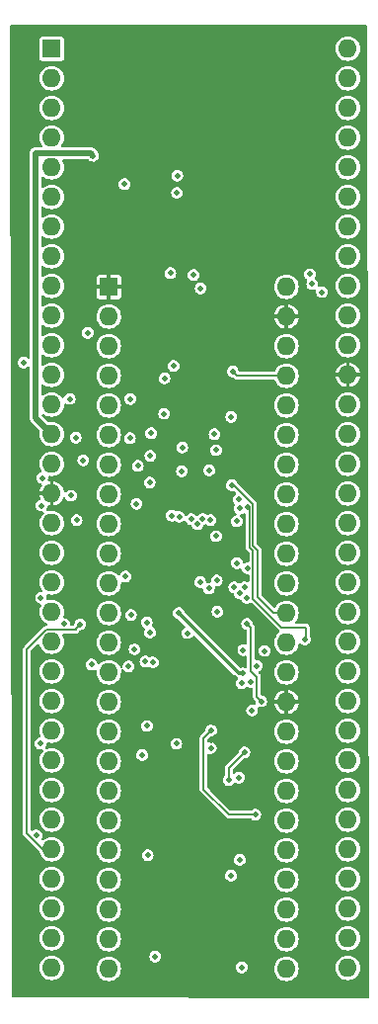
<source format=gbr>
G04 #@! TF.GenerationSoftware,KiCad,Pcbnew,7.0.5*
G04 #@! TF.CreationDate,2023-06-23T21:15:37-07:00*
G04 #@! TF.ProjectId,MCL68,4d434c36-382e-46b6-9963-61645f706362,rev?*
G04 #@! TF.SameCoordinates,Original*
G04 #@! TF.FileFunction,Copper,L2,Inr*
G04 #@! TF.FilePolarity,Positive*
%FSLAX46Y46*%
G04 Gerber Fmt 4.6, Leading zero omitted, Abs format (unit mm)*
G04 Created by KiCad (PCBNEW 7.0.5) date 2023-06-23 21:15:37*
%MOMM*%
%LPD*%
G01*
G04 APERTURE LIST*
G04 #@! TA.AperFunction,ComponentPad*
%ADD10R,1.600000X1.600000*%
G04 #@! TD*
G04 #@! TA.AperFunction,ComponentPad*
%ADD11O,1.600000X1.600000*%
G04 #@! TD*
G04 #@! TA.AperFunction,ViaPad*
%ADD12C,0.500000*%
G04 #@! TD*
G04 #@! TA.AperFunction,Conductor*
%ADD13C,0.508000*%
G04 #@! TD*
G04 #@! TA.AperFunction,Conductor*
%ADD14C,0.152400*%
G04 #@! TD*
G04 #@! TA.AperFunction,Conductor*
%ADD15C,0.304800*%
G04 #@! TD*
G04 APERTURE END LIST*
D10*
X144043400Y-75793600D03*
D11*
X144043400Y-78333600D03*
X144043400Y-80873600D03*
X144043400Y-83413600D03*
X144043400Y-85953600D03*
X144043400Y-88493600D03*
X144043400Y-91033600D03*
X144043400Y-93573600D03*
X144043400Y-96113600D03*
X144043400Y-98653600D03*
X144043400Y-101193600D03*
X144043400Y-103733600D03*
X144043400Y-106273600D03*
X144043400Y-108813600D03*
X144043400Y-111353600D03*
X144043400Y-113893600D03*
X144043400Y-116433600D03*
X144043400Y-118973600D03*
X144043400Y-121513600D03*
X144043400Y-124053600D03*
X144043400Y-126593600D03*
X144043400Y-129133600D03*
X144043400Y-131673600D03*
X144043400Y-134213600D03*
X159283400Y-134213600D03*
X159283400Y-131673600D03*
X159283400Y-129133600D03*
X159283400Y-126593600D03*
X159283400Y-124053600D03*
X159283400Y-121513600D03*
X159283400Y-118973600D03*
X159283400Y-116433600D03*
X159283400Y-113893600D03*
X159283400Y-111353600D03*
X159283400Y-108813600D03*
X159283400Y-106273600D03*
X159283400Y-103733600D03*
X159283400Y-101193600D03*
X159283400Y-98653600D03*
X159283400Y-96113600D03*
X159283400Y-93573600D03*
X159283400Y-91033600D03*
X159283400Y-88493600D03*
X159283400Y-85953600D03*
X159283400Y-83413600D03*
X159283400Y-80873600D03*
X159283400Y-78333600D03*
X159283400Y-75793600D03*
D10*
X139141200Y-55397400D03*
D11*
X139141200Y-57937400D03*
X139141200Y-60477400D03*
X139141200Y-63017400D03*
X139141200Y-65557400D03*
X139141200Y-68097400D03*
X139141200Y-70637400D03*
X139141200Y-73177400D03*
X139141200Y-75717400D03*
X139141200Y-78257400D03*
X139141200Y-80797400D03*
X139141200Y-83337400D03*
X139141200Y-85877400D03*
X139141200Y-88417400D03*
X139141200Y-90957400D03*
X139141200Y-93497400D03*
X139141200Y-96037400D03*
X139141200Y-98577400D03*
X139141200Y-101117400D03*
X139141200Y-103657400D03*
X139141200Y-106197400D03*
X139141200Y-108737400D03*
X139141200Y-111277400D03*
X139141200Y-113817400D03*
X139141200Y-116357400D03*
X139141200Y-118897400D03*
X139141200Y-121437400D03*
X139141200Y-123977400D03*
X139141200Y-126517400D03*
X139141200Y-129057400D03*
X139141200Y-131597400D03*
X139141200Y-134137400D03*
X164541200Y-134137400D03*
X164541200Y-131597400D03*
X164541200Y-129057400D03*
X164541200Y-126517400D03*
X164541200Y-123977400D03*
X164541200Y-121437400D03*
X164541200Y-118897400D03*
X164541200Y-116357400D03*
X164541200Y-113817400D03*
X164541200Y-111277400D03*
X164541200Y-108737400D03*
X164541200Y-106197400D03*
X164541200Y-103657400D03*
X164541200Y-101117400D03*
X164541200Y-98577400D03*
X164541200Y-96037400D03*
X164541200Y-93497400D03*
X164541200Y-90957400D03*
X164541200Y-88417400D03*
X164541200Y-85877400D03*
X164541200Y-83337400D03*
X164541200Y-80797400D03*
X164541200Y-78257400D03*
X164541200Y-75717400D03*
X164541200Y-73177400D03*
X164541200Y-70637400D03*
X164541200Y-68097400D03*
X164541200Y-65557400D03*
X164541200Y-63017400D03*
X164541200Y-60477400D03*
X164541200Y-57937400D03*
X164541200Y-55397400D03*
D12*
X149840380Y-114939000D03*
X151866600Y-101092010D03*
X146431000Y-94386400D03*
X147550435Y-92557298D03*
X142231400Y-79730600D03*
X149606000Y-82575400D03*
X141859000Y-90652600D03*
X147599400Y-90271600D03*
X147671600Y-88341200D03*
X141208822Y-88703022D03*
X140788200Y-93684125D03*
X153361200Y-103632000D03*
X155701094Y-101550106D03*
X138328400Y-92176600D03*
X155579000Y-106908600D03*
X142697200Y-64566800D03*
X156714000Y-108258720D03*
X148793200Y-101346000D03*
X156032200Y-88315800D03*
X144576800Y-67868800D03*
X148742400Y-109474000D03*
X148818600Y-120675400D03*
X152273000Y-74015600D03*
X148005800Y-93878400D03*
X150626478Y-76153678D03*
X154990800Y-74752200D03*
X155549600Y-82143600D03*
X150622000Y-122885200D03*
X152810962Y-114660163D03*
X150016219Y-92638938D03*
X154833985Y-109314273D03*
X147447000Y-103149400D03*
X148712200Y-129082800D03*
X153390600Y-70739000D03*
X152654000Y-91524231D03*
X147574000Y-105410000D03*
X138222166Y-102445175D03*
X150786714Y-105463797D03*
X153106600Y-88432719D03*
X146532600Y-91135200D03*
X148793200Y-86664800D03*
X146913600Y-115900200D03*
X147294600Y-104546400D03*
X145948422Y-103906922D03*
X141605000Y-104698800D03*
X162331400Y-76250800D03*
X161497804Y-75569000D03*
X161284243Y-74721047D03*
X156337000Y-112090200D03*
X156235400Y-109626400D03*
X155938822Y-99915378D03*
X153301443Y-100949783D03*
X152624600Y-101648259D03*
X147320000Y-113411000D03*
X154325922Y-118038278D03*
X149885400Y-67741800D03*
X154533600Y-126238000D03*
X155676600Y-115671600D03*
X155448000Y-109753400D03*
X149910800Y-66268600D03*
X148024366Y-133153634D03*
X145865360Y-88763396D03*
X138172000Y-114919613D03*
X150342600Y-89560400D03*
X150317200Y-91592400D03*
X154580400Y-92786200D03*
X155016200Y-95885000D03*
X157407796Y-106984800D03*
X155194000Y-94005400D03*
X154809895Y-101537138D03*
X145389600Y-67005200D03*
X147370800Y-124485400D03*
X155041600Y-99466400D03*
X149326600Y-74625200D03*
X155524200Y-108915200D03*
X155219400Y-117830600D03*
X154551300Y-86926500D03*
X152788849Y-115312191D03*
X155270202Y-124884100D03*
X155448000Y-134086600D03*
X153238200Y-97155000D03*
X153238200Y-89789000D03*
X150037800Y-103733600D03*
X147175837Y-107894967D03*
X145867722Y-85403600D03*
X140694600Y-85398796D03*
X151917400Y-75920600D03*
X146257731Y-106852233D03*
X136719596Y-82287216D03*
X140246543Y-104690200D03*
X155288495Y-102060535D03*
X147825085Y-107959047D03*
X155902100Y-102455600D03*
X145469800Y-100609400D03*
X145745200Y-108305600D03*
X141274800Y-95783400D03*
X138277600Y-94538796D03*
X155287910Y-94786089D03*
X152746690Y-95781831D03*
X152102962Y-95675799D03*
X151649993Y-96145318D03*
X151120750Y-95700491D03*
X150080378Y-95508000D03*
X149438428Y-95391681D03*
X137828624Y-122775376D03*
X148818600Y-83642200D03*
X142570200Y-108153200D03*
X152811093Y-113796693D03*
X156616400Y-121005600D03*
X160858200Y-105994200D03*
X155934600Y-94699945D03*
X154670176Y-83048915D03*
X151307800Y-74777600D03*
X155897932Y-104662117D03*
X157124400Y-111302800D03*
D13*
X137769600Y-64363600D02*
X137769600Y-87045800D01*
X137769600Y-64363600D02*
X137782200Y-64351000D01*
X142481400Y-64351000D02*
X142697200Y-64566800D01*
X137782200Y-64351000D02*
X142481400Y-64351000D01*
X137769600Y-87045800D02*
X139141200Y-88417400D01*
D14*
X139141200Y-123977400D02*
X138353800Y-123977400D01*
X137007600Y-122631200D02*
X137007600Y-106876339D01*
X138353800Y-123977400D02*
X137007600Y-122631200D01*
X141198600Y-105105200D02*
X141605000Y-104698800D01*
X141198600Y-105168800D02*
X141198600Y-105105200D01*
X137007600Y-106876339D02*
X138715139Y-105168800D01*
X138715139Y-105168800D02*
X141198600Y-105168800D01*
X155676600Y-115671600D02*
X154325922Y-117022278D01*
X154325922Y-117022278D02*
X154325922Y-118038278D01*
X159283400Y-103733600D02*
X158191200Y-103733600D01*
X156819600Y-98374200D02*
X156413200Y-97967800D01*
X156413200Y-97967800D02*
X156413200Y-94386400D01*
X154813000Y-92786200D02*
X154580400Y-92786200D01*
X156413200Y-94386400D02*
X154813000Y-92786200D01*
X156819600Y-102362000D02*
X156819600Y-98374200D01*
X158191200Y-103733600D02*
X156819600Y-102362000D01*
D15*
X155219400Y-108915200D02*
X150037800Y-103733600D01*
X155524200Y-108915200D02*
X155219400Y-108915200D01*
D14*
X152171400Y-118846600D02*
X154330400Y-121005600D01*
X154330400Y-121005600D02*
X156616400Y-121005600D01*
X152811093Y-113796693D02*
X152171400Y-114436386D01*
X152171400Y-114436386D02*
X152171400Y-118846600D01*
X156417422Y-102518622D02*
X156417422Y-98403074D01*
X160934400Y-104978200D02*
X160934400Y-105918000D01*
X156417422Y-98403074D02*
X156108400Y-98094052D01*
X156108400Y-94873745D02*
X155934600Y-94699945D01*
X160934400Y-105918000D02*
X160858200Y-105994200D01*
X160934400Y-104978200D02*
X158877000Y-104978200D01*
X158877000Y-104978200D02*
X156417422Y-102518622D01*
X156108400Y-98094052D02*
X156108400Y-94873745D01*
X159283400Y-83413600D02*
X155034861Y-83413600D01*
X155034861Y-83413600D02*
X154670176Y-83048915D01*
X156235400Y-104999585D02*
X155897932Y-104662117D01*
X156235400Y-108677643D02*
X156235400Y-104999585D01*
X156743400Y-109185643D02*
X156235400Y-108677643D01*
X157124400Y-111302800D02*
X156743400Y-110921800D01*
X156743400Y-110921800D02*
X156743400Y-109185643D01*
G04 #@! TA.AperFunction,Conductor*
G36*
X166153239Y-53364331D02*
G01*
X166202640Y-53413741D01*
X166217802Y-53472969D01*
X166344410Y-136654398D01*
X166324827Y-136721468D01*
X166272093Y-136767303D01*
X166219999Y-136778586D01*
X135835563Y-136677809D01*
X135768589Y-136657903D01*
X135723009Y-136604947D01*
X135711974Y-136554037D01*
X135709484Y-135192982D01*
X135707553Y-134137400D01*
X138085617Y-134137400D01*
X138105899Y-134343332D01*
X138110947Y-134359973D01*
X138165968Y-134541354D01*
X138263515Y-134723850D01*
X138263517Y-134723852D01*
X138394789Y-134883810D01*
X138491409Y-134963102D01*
X138554750Y-135015085D01*
X138737246Y-135112632D01*
X138935266Y-135172700D01*
X138935265Y-135172700D01*
X138953729Y-135174518D01*
X139141200Y-135192983D01*
X139347134Y-135172700D01*
X139545154Y-135112632D01*
X139727650Y-135015085D01*
X139887610Y-134883810D01*
X140018885Y-134723850D01*
X140116432Y-134541354D01*
X140176500Y-134343334D01*
X140189278Y-134213600D01*
X142987817Y-134213600D01*
X143008099Y-134419532D01*
X143008100Y-134419534D01*
X143068168Y-134617554D01*
X143165715Y-134800050D01*
X143165717Y-134800052D01*
X143296989Y-134960010D01*
X143364096Y-135015082D01*
X143456950Y-135091285D01*
X143639446Y-135188832D01*
X143837466Y-135248900D01*
X143837465Y-135248900D01*
X143855929Y-135250718D01*
X144043400Y-135269183D01*
X144249334Y-135248900D01*
X144447354Y-135188832D01*
X144629850Y-135091285D01*
X144789810Y-134960010D01*
X144921085Y-134800050D01*
X145018632Y-134617554D01*
X145078700Y-134419534D01*
X145098983Y-134213600D01*
X145086474Y-134086599D01*
X154942353Y-134086599D01*
X154962834Y-134229056D01*
X155015023Y-134343332D01*
X155022623Y-134359973D01*
X155116872Y-134468743D01*
X155237947Y-134546553D01*
X155237950Y-134546554D01*
X155237949Y-134546554D01*
X155376036Y-134587099D01*
X155376038Y-134587100D01*
X155376039Y-134587100D01*
X155519962Y-134587100D01*
X155519962Y-134587099D01*
X155658053Y-134546553D01*
X155779128Y-134468743D01*
X155873377Y-134359973D01*
X155933165Y-134229057D01*
X155935388Y-134213599D01*
X158227817Y-134213599D01*
X158248099Y-134419532D01*
X158248100Y-134419534D01*
X158308168Y-134617554D01*
X158405715Y-134800050D01*
X158405717Y-134800052D01*
X158536989Y-134960010D01*
X158604096Y-135015082D01*
X158696950Y-135091285D01*
X158879446Y-135188832D01*
X159077466Y-135248900D01*
X159077465Y-135248900D01*
X159095929Y-135250718D01*
X159283400Y-135269183D01*
X159489334Y-135248900D01*
X159687354Y-135188832D01*
X159869850Y-135091285D01*
X160029810Y-134960010D01*
X160161085Y-134800050D01*
X160258632Y-134617554D01*
X160318700Y-134419534D01*
X160338983Y-134213600D01*
X160331478Y-134137400D01*
X163485617Y-134137400D01*
X163505899Y-134343332D01*
X163510947Y-134359973D01*
X163565968Y-134541354D01*
X163663515Y-134723850D01*
X163663517Y-134723852D01*
X163794789Y-134883810D01*
X163891409Y-134963102D01*
X163954750Y-135015085D01*
X164137246Y-135112632D01*
X164335266Y-135172700D01*
X164335265Y-135172700D01*
X164355548Y-135174697D01*
X164541200Y-135192983D01*
X164747134Y-135172700D01*
X164945154Y-135112632D01*
X165127650Y-135015085D01*
X165287610Y-134883810D01*
X165418885Y-134723850D01*
X165516432Y-134541354D01*
X165576500Y-134343334D01*
X165596783Y-134137400D01*
X165576500Y-133931466D01*
X165516432Y-133733446D01*
X165418885Y-133550950D01*
X165366902Y-133487609D01*
X165287610Y-133390989D01*
X165127652Y-133259717D01*
X165127653Y-133259717D01*
X165127650Y-133259715D01*
X164945154Y-133162168D01*
X164747134Y-133102100D01*
X164747132Y-133102099D01*
X164747134Y-133102099D01*
X164559663Y-133083635D01*
X164541200Y-133081817D01*
X164541199Y-133081817D01*
X164335267Y-133102099D01*
X164137243Y-133162169D01*
X164107065Y-133178300D01*
X163954750Y-133259715D01*
X163954748Y-133259716D01*
X163954747Y-133259717D01*
X163794789Y-133390989D01*
X163663517Y-133550947D01*
X163565969Y-133733443D01*
X163505899Y-133931467D01*
X163485617Y-134137400D01*
X160331478Y-134137400D01*
X160318700Y-134007666D01*
X160258632Y-133809646D01*
X160161085Y-133627150D01*
X160086098Y-133535777D01*
X160029810Y-133467189D01*
X159869852Y-133335917D01*
X159869853Y-133335917D01*
X159869850Y-133335915D01*
X159687354Y-133238368D01*
X159489334Y-133178300D01*
X159489332Y-133178299D01*
X159489334Y-133178299D01*
X159283400Y-133158017D01*
X159077467Y-133178299D01*
X158879443Y-133238369D01*
X158771457Y-133296090D01*
X158696950Y-133335915D01*
X158696948Y-133335916D01*
X158696947Y-133335917D01*
X158536989Y-133467189D01*
X158405717Y-133627147D01*
X158308169Y-133809643D01*
X158308168Y-133809645D01*
X158308168Y-133809646D01*
X158301298Y-133832292D01*
X158248099Y-134007667D01*
X158227817Y-134213599D01*
X155935388Y-134213599D01*
X155953647Y-134086600D01*
X155933165Y-133944143D01*
X155873377Y-133813227D01*
X155779128Y-133704457D01*
X155658053Y-133626647D01*
X155658051Y-133626646D01*
X155658049Y-133626645D01*
X155658050Y-133626645D01*
X155519963Y-133586100D01*
X155519961Y-133586100D01*
X155376039Y-133586100D01*
X155376036Y-133586100D01*
X155237949Y-133626645D01*
X155116873Y-133704456D01*
X155022623Y-133813226D01*
X155022622Y-133813228D01*
X154962834Y-133944143D01*
X154942353Y-134086599D01*
X145086474Y-134086599D01*
X145078700Y-134007666D01*
X145018632Y-133809646D01*
X144921085Y-133627150D01*
X144846098Y-133535777D01*
X144789810Y-133467189D01*
X144629852Y-133335917D01*
X144629853Y-133335917D01*
X144629850Y-133335915D01*
X144447354Y-133238368D01*
X144249334Y-133178300D01*
X144249332Y-133178299D01*
X144249334Y-133178299D01*
X144061863Y-133159835D01*
X144043400Y-133158017D01*
X144043399Y-133158017D01*
X143837467Y-133178299D01*
X143639443Y-133238369D01*
X143531457Y-133296090D01*
X143456950Y-133335915D01*
X143456948Y-133335916D01*
X143456947Y-133335917D01*
X143296989Y-133467189D01*
X143165717Y-133627147D01*
X143068169Y-133809643D01*
X143068168Y-133809645D01*
X143068168Y-133809646D01*
X143061298Y-133832292D01*
X143008099Y-134007667D01*
X142987817Y-134213600D01*
X140189278Y-134213600D01*
X140196783Y-134137400D01*
X140176500Y-133931466D01*
X140116432Y-133733446D01*
X140018885Y-133550950D01*
X139966902Y-133487609D01*
X139887610Y-133390989D01*
X139727652Y-133259717D01*
X139727653Y-133259717D01*
X139727650Y-133259715D01*
X139545154Y-133162168D01*
X139517021Y-133153634D01*
X147518719Y-133153634D01*
X147539200Y-133296090D01*
X147557388Y-133335915D01*
X147598989Y-133427007D01*
X147693238Y-133535777D01*
X147814313Y-133613587D01*
X147814316Y-133613588D01*
X147814315Y-133613588D01*
X147952402Y-133654133D01*
X147952404Y-133654134D01*
X147952405Y-133654134D01*
X148096328Y-133654134D01*
X148096328Y-133654133D01*
X148234419Y-133613587D01*
X148355494Y-133535777D01*
X148449743Y-133427007D01*
X148509531Y-133296091D01*
X148530013Y-133153634D01*
X148509531Y-133011177D01*
X148449743Y-132880261D01*
X148355494Y-132771491D01*
X148234419Y-132693681D01*
X148234417Y-132693680D01*
X148234415Y-132693679D01*
X148234416Y-132693679D01*
X148096329Y-132653134D01*
X148096327Y-132653134D01*
X147952405Y-132653134D01*
X147952402Y-132653134D01*
X147814315Y-132693679D01*
X147693239Y-132771490D01*
X147598989Y-132880260D01*
X147598988Y-132880262D01*
X147539200Y-133011177D01*
X147518719Y-133153634D01*
X139517021Y-133153634D01*
X139347134Y-133102100D01*
X139347132Y-133102099D01*
X139347134Y-133102099D01*
X139159663Y-133083635D01*
X139141200Y-133081817D01*
X139141199Y-133081817D01*
X138935267Y-133102099D01*
X138737243Y-133162169D01*
X138707065Y-133178300D01*
X138554750Y-133259715D01*
X138554748Y-133259716D01*
X138554747Y-133259717D01*
X138394789Y-133390989D01*
X138263517Y-133550947D01*
X138165969Y-133733443D01*
X138105899Y-133931467D01*
X138085617Y-134137400D01*
X135707553Y-134137400D01*
X135702906Y-131597400D01*
X138085617Y-131597400D01*
X138105899Y-131803332D01*
X138105900Y-131803334D01*
X138165968Y-132001354D01*
X138263515Y-132183850D01*
X138263517Y-132183852D01*
X138394789Y-132343810D01*
X138491409Y-132423102D01*
X138554750Y-132475085D01*
X138737246Y-132572632D01*
X138935266Y-132632700D01*
X138935265Y-132632700D01*
X138953729Y-132634518D01*
X139141200Y-132652983D01*
X139347134Y-132632700D01*
X139545154Y-132572632D01*
X139727650Y-132475085D01*
X139887610Y-132343810D01*
X140018885Y-132183850D01*
X140116432Y-132001354D01*
X140176500Y-131803334D01*
X140189278Y-131673600D01*
X142987817Y-131673600D01*
X143008099Y-131879532D01*
X143008100Y-131879534D01*
X143068168Y-132077554D01*
X143165715Y-132260050D01*
X143165717Y-132260052D01*
X143296989Y-132420010D01*
X143364096Y-132475082D01*
X143456950Y-132551285D01*
X143639446Y-132648832D01*
X143837466Y-132708900D01*
X143837465Y-132708900D01*
X143855929Y-132710718D01*
X144043400Y-132729183D01*
X144249334Y-132708900D01*
X144447354Y-132648832D01*
X144629850Y-132551285D01*
X144789810Y-132420010D01*
X144921085Y-132260050D01*
X145018632Y-132077554D01*
X145078700Y-131879534D01*
X145098983Y-131673600D01*
X158227817Y-131673600D01*
X158248099Y-131879532D01*
X158248100Y-131879534D01*
X158308168Y-132077554D01*
X158405715Y-132260050D01*
X158405717Y-132260052D01*
X158536989Y-132420010D01*
X158604096Y-132475082D01*
X158696950Y-132551285D01*
X158879446Y-132648832D01*
X159077466Y-132708900D01*
X159077465Y-132708900D01*
X159095929Y-132710718D01*
X159283400Y-132729183D01*
X159489334Y-132708900D01*
X159687354Y-132648832D01*
X159869850Y-132551285D01*
X160029810Y-132420010D01*
X160161085Y-132260050D01*
X160258632Y-132077554D01*
X160318700Y-131879534D01*
X160338983Y-131673600D01*
X160331478Y-131597400D01*
X163485617Y-131597400D01*
X163505899Y-131803332D01*
X163505900Y-131803334D01*
X163565968Y-132001354D01*
X163663515Y-132183850D01*
X163663517Y-132183852D01*
X163794789Y-132343810D01*
X163891409Y-132423102D01*
X163954750Y-132475085D01*
X164137246Y-132572632D01*
X164335266Y-132632700D01*
X164335265Y-132632700D01*
X164353729Y-132634518D01*
X164541200Y-132652983D01*
X164747134Y-132632700D01*
X164945154Y-132572632D01*
X165127650Y-132475085D01*
X165287610Y-132343810D01*
X165418885Y-132183850D01*
X165516432Y-132001354D01*
X165576500Y-131803334D01*
X165596783Y-131597400D01*
X165576500Y-131391466D01*
X165516432Y-131193446D01*
X165418885Y-131010950D01*
X165366902Y-130947609D01*
X165287610Y-130850989D01*
X165127652Y-130719717D01*
X165127653Y-130719717D01*
X165127650Y-130719715D01*
X164945154Y-130622168D01*
X164747134Y-130562100D01*
X164747132Y-130562099D01*
X164747134Y-130562099D01*
X164559663Y-130543635D01*
X164541200Y-130541817D01*
X164541199Y-130541817D01*
X164335267Y-130562099D01*
X164137243Y-130622169D01*
X164107065Y-130638300D01*
X163954750Y-130719715D01*
X163954748Y-130719716D01*
X163954747Y-130719717D01*
X163794789Y-130850989D01*
X163663517Y-131010947D01*
X163565969Y-131193443D01*
X163505899Y-131391467D01*
X163485617Y-131597400D01*
X160331478Y-131597400D01*
X160318700Y-131467666D01*
X160258632Y-131269646D01*
X160161085Y-131087150D01*
X160098547Y-131010947D01*
X160029810Y-130927189D01*
X159869852Y-130795917D01*
X159869853Y-130795917D01*
X159869850Y-130795915D01*
X159687354Y-130698368D01*
X159489334Y-130638300D01*
X159489332Y-130638299D01*
X159489334Y-130638299D01*
X159283400Y-130618017D01*
X159077467Y-130638299D01*
X158879443Y-130698369D01*
X158769298Y-130757243D01*
X158696950Y-130795915D01*
X158696948Y-130795916D01*
X158696947Y-130795917D01*
X158536989Y-130927189D01*
X158405717Y-131087147D01*
X158308169Y-131269643D01*
X158248099Y-131467667D01*
X158227817Y-131673600D01*
X145098983Y-131673600D01*
X145078700Y-131467666D01*
X145018632Y-131269646D01*
X144921085Y-131087150D01*
X144858547Y-131010947D01*
X144789810Y-130927189D01*
X144629852Y-130795917D01*
X144629853Y-130795917D01*
X144629850Y-130795915D01*
X144447354Y-130698368D01*
X144249334Y-130638300D01*
X144249332Y-130638299D01*
X144249334Y-130638299D01*
X144043400Y-130618017D01*
X143837467Y-130638299D01*
X143639443Y-130698369D01*
X143529298Y-130757243D01*
X143456950Y-130795915D01*
X143456948Y-130795916D01*
X143456947Y-130795917D01*
X143296989Y-130927189D01*
X143165717Y-131087147D01*
X143068169Y-131269643D01*
X143008099Y-131467667D01*
X142987817Y-131673600D01*
X140189278Y-131673600D01*
X140196783Y-131597400D01*
X140176500Y-131391466D01*
X140116432Y-131193446D01*
X140018885Y-131010950D01*
X139966902Y-130947609D01*
X139887610Y-130850989D01*
X139727652Y-130719717D01*
X139727653Y-130719717D01*
X139727650Y-130719715D01*
X139545154Y-130622168D01*
X139347134Y-130562100D01*
X139347132Y-130562099D01*
X139347134Y-130562099D01*
X139141200Y-130541817D01*
X138935267Y-130562099D01*
X138737243Y-130622169D01*
X138707065Y-130638300D01*
X138554750Y-130719715D01*
X138554748Y-130719716D01*
X138554747Y-130719717D01*
X138394789Y-130850989D01*
X138263517Y-131010947D01*
X138165969Y-131193443D01*
X138105899Y-131391467D01*
X138085617Y-131597400D01*
X135702906Y-131597400D01*
X135698260Y-129057399D01*
X138085617Y-129057399D01*
X138105899Y-129263332D01*
X138105900Y-129263334D01*
X138165968Y-129461354D01*
X138263515Y-129643850D01*
X138263517Y-129643852D01*
X138394789Y-129803810D01*
X138491409Y-129883102D01*
X138554750Y-129935085D01*
X138737246Y-130032632D01*
X138935266Y-130092700D01*
X138935265Y-130092700D01*
X138953729Y-130094518D01*
X139141200Y-130112983D01*
X139347134Y-130092700D01*
X139545154Y-130032632D01*
X139727650Y-129935085D01*
X139887610Y-129803810D01*
X140018885Y-129643850D01*
X140116432Y-129461354D01*
X140176500Y-129263334D01*
X140189278Y-129133599D01*
X142987817Y-129133599D01*
X143008099Y-129339532D01*
X143008100Y-129339534D01*
X143068168Y-129537554D01*
X143165715Y-129720050D01*
X143165717Y-129720052D01*
X143296989Y-129880010D01*
X143364096Y-129935082D01*
X143456950Y-130011285D01*
X143639446Y-130108832D01*
X143837466Y-130168900D01*
X143837465Y-130168900D01*
X143857747Y-130170897D01*
X144043400Y-130189183D01*
X144249334Y-130168900D01*
X144447354Y-130108832D01*
X144629850Y-130011285D01*
X144789810Y-129880010D01*
X144921085Y-129720050D01*
X145018632Y-129537554D01*
X145078700Y-129339534D01*
X145098983Y-129133600D01*
X158227817Y-129133600D01*
X158248099Y-129339532D01*
X158248100Y-129339534D01*
X158308168Y-129537554D01*
X158405715Y-129720050D01*
X158405717Y-129720052D01*
X158536989Y-129880010D01*
X158604096Y-129935082D01*
X158696950Y-130011285D01*
X158879446Y-130108832D01*
X159077466Y-130168900D01*
X159077465Y-130168900D01*
X159095929Y-130170718D01*
X159283400Y-130189183D01*
X159489334Y-130168900D01*
X159687354Y-130108832D01*
X159869850Y-130011285D01*
X160029810Y-129880010D01*
X160161085Y-129720050D01*
X160258632Y-129537554D01*
X160318700Y-129339534D01*
X160338983Y-129133600D01*
X160331478Y-129057399D01*
X163485617Y-129057399D01*
X163505899Y-129263332D01*
X163505900Y-129263334D01*
X163565968Y-129461354D01*
X163663515Y-129643850D01*
X163663517Y-129643852D01*
X163794789Y-129803810D01*
X163891409Y-129883102D01*
X163954750Y-129935085D01*
X164137246Y-130032632D01*
X164335266Y-130092700D01*
X164335265Y-130092700D01*
X164355547Y-130094697D01*
X164541200Y-130112983D01*
X164747134Y-130092700D01*
X164945154Y-130032632D01*
X165127650Y-129935085D01*
X165287610Y-129803810D01*
X165418885Y-129643850D01*
X165516432Y-129461354D01*
X165576500Y-129263334D01*
X165596783Y-129057400D01*
X165576500Y-128851466D01*
X165516432Y-128653446D01*
X165418885Y-128470950D01*
X165366902Y-128407609D01*
X165287610Y-128310989D01*
X165127652Y-128179717D01*
X165127653Y-128179717D01*
X165127650Y-128179715D01*
X164945154Y-128082168D01*
X164747134Y-128022100D01*
X164747132Y-128022099D01*
X164747134Y-128022099D01*
X164541200Y-128001817D01*
X164335267Y-128022099D01*
X164137243Y-128082169D01*
X164107065Y-128098300D01*
X163954750Y-128179715D01*
X163954748Y-128179716D01*
X163954747Y-128179717D01*
X163794789Y-128310989D01*
X163663517Y-128470947D01*
X163565969Y-128653443D01*
X163505899Y-128851467D01*
X163485617Y-129057399D01*
X160331478Y-129057399D01*
X160318700Y-128927666D01*
X160258632Y-128729646D01*
X160161085Y-128547150D01*
X160098547Y-128470947D01*
X160029810Y-128387189D01*
X159869852Y-128255917D01*
X159869853Y-128255917D01*
X159869850Y-128255915D01*
X159687354Y-128158368D01*
X159489334Y-128098300D01*
X159489332Y-128098299D01*
X159489334Y-128098299D01*
X159283400Y-128078017D01*
X159077467Y-128098299D01*
X158879443Y-128158369D01*
X158769298Y-128217243D01*
X158696950Y-128255915D01*
X158696948Y-128255916D01*
X158696947Y-128255917D01*
X158536989Y-128387189D01*
X158405717Y-128547147D01*
X158308169Y-128729643D01*
X158248099Y-128927667D01*
X158227817Y-129133600D01*
X145098983Y-129133600D01*
X145078700Y-128927666D01*
X145018632Y-128729646D01*
X144921085Y-128547150D01*
X144858547Y-128470947D01*
X144789810Y-128387189D01*
X144629852Y-128255917D01*
X144629853Y-128255917D01*
X144629850Y-128255915D01*
X144447354Y-128158368D01*
X144249334Y-128098300D01*
X144249332Y-128098299D01*
X144249334Y-128098299D01*
X144043400Y-128078017D01*
X143837467Y-128098299D01*
X143639443Y-128158369D01*
X143529298Y-128217243D01*
X143456950Y-128255915D01*
X143456948Y-128255916D01*
X143456947Y-128255917D01*
X143296989Y-128387189D01*
X143165717Y-128547147D01*
X143068169Y-128729643D01*
X143008099Y-128927667D01*
X142987817Y-129133599D01*
X140189278Y-129133599D01*
X140196783Y-129057400D01*
X140176500Y-128851466D01*
X140116432Y-128653446D01*
X140018885Y-128470950D01*
X139966902Y-128407609D01*
X139887610Y-128310989D01*
X139727652Y-128179717D01*
X139727653Y-128179717D01*
X139727650Y-128179715D01*
X139545154Y-128082168D01*
X139347134Y-128022100D01*
X139347132Y-128022099D01*
X139347134Y-128022099D01*
X139141200Y-128001817D01*
X138935267Y-128022099D01*
X138737243Y-128082169D01*
X138707065Y-128098300D01*
X138554750Y-128179715D01*
X138554748Y-128179716D01*
X138554747Y-128179717D01*
X138394789Y-128310989D01*
X138263517Y-128470947D01*
X138165969Y-128653443D01*
X138105899Y-128851467D01*
X138085617Y-129057399D01*
X135698260Y-129057399D01*
X135693614Y-126517400D01*
X138085617Y-126517400D01*
X138105899Y-126723332D01*
X138129014Y-126799532D01*
X138165968Y-126921354D01*
X138263515Y-127103850D01*
X138263517Y-127103852D01*
X138394789Y-127263810D01*
X138491409Y-127343102D01*
X138554750Y-127395085D01*
X138737246Y-127492632D01*
X138935266Y-127552700D01*
X138935265Y-127552700D01*
X138955547Y-127554697D01*
X139141200Y-127572983D01*
X139347134Y-127552700D01*
X139545154Y-127492632D01*
X139727650Y-127395085D01*
X139887610Y-127263810D01*
X140018885Y-127103850D01*
X140116432Y-126921354D01*
X140176500Y-126723334D01*
X140189278Y-126593600D01*
X142987817Y-126593600D01*
X143008099Y-126799532D01*
X143008100Y-126799534D01*
X143068168Y-126997554D01*
X143165715Y-127180050D01*
X143165717Y-127180052D01*
X143296989Y-127340010D01*
X143364096Y-127395082D01*
X143456950Y-127471285D01*
X143639446Y-127568832D01*
X143837466Y-127628900D01*
X143837465Y-127628900D01*
X143857747Y-127630897D01*
X144043400Y-127649183D01*
X144249334Y-127628900D01*
X144447354Y-127568832D01*
X144629850Y-127471285D01*
X144789810Y-127340010D01*
X144921085Y-127180050D01*
X145018632Y-126997554D01*
X145078700Y-126799534D01*
X145098983Y-126593600D01*
X145078700Y-126387666D01*
X145033300Y-126237999D01*
X154027953Y-126237999D01*
X154048434Y-126380456D01*
X154108222Y-126511371D01*
X154108223Y-126511373D01*
X154202472Y-126620143D01*
X154323547Y-126697953D01*
X154323550Y-126697954D01*
X154323549Y-126697954D01*
X154461636Y-126738499D01*
X154461638Y-126738500D01*
X154461639Y-126738500D01*
X154605562Y-126738500D01*
X154605562Y-126738499D01*
X154743653Y-126697953D01*
X154864728Y-126620143D01*
X154887727Y-126593600D01*
X158227817Y-126593600D01*
X158248099Y-126799532D01*
X158248100Y-126799534D01*
X158308168Y-126997554D01*
X158405715Y-127180050D01*
X158405717Y-127180052D01*
X158536989Y-127340010D01*
X158604096Y-127395082D01*
X158696950Y-127471285D01*
X158879446Y-127568832D01*
X159077466Y-127628900D01*
X159077465Y-127628900D01*
X159095929Y-127630718D01*
X159283400Y-127649183D01*
X159489334Y-127628900D01*
X159687354Y-127568832D01*
X159869850Y-127471285D01*
X160029810Y-127340010D01*
X160161085Y-127180050D01*
X160258632Y-126997554D01*
X160318700Y-126799534D01*
X160338983Y-126593600D01*
X160331478Y-126517399D01*
X163485617Y-126517399D01*
X163505899Y-126723332D01*
X163529014Y-126799532D01*
X163565968Y-126921354D01*
X163663515Y-127103850D01*
X163663517Y-127103852D01*
X163794789Y-127263810D01*
X163891409Y-127343102D01*
X163954750Y-127395085D01*
X164137246Y-127492632D01*
X164335266Y-127552700D01*
X164335265Y-127552700D01*
X164355547Y-127554697D01*
X164541200Y-127572983D01*
X164747134Y-127552700D01*
X164945154Y-127492632D01*
X165127650Y-127395085D01*
X165287610Y-127263810D01*
X165418885Y-127103850D01*
X165516432Y-126921354D01*
X165576500Y-126723334D01*
X165596783Y-126517400D01*
X165576500Y-126311466D01*
X165516432Y-126113446D01*
X165418885Y-125930950D01*
X165357257Y-125855856D01*
X165287610Y-125770989D01*
X165127652Y-125639717D01*
X165127653Y-125639717D01*
X165127650Y-125639715D01*
X164945154Y-125542168D01*
X164747134Y-125482100D01*
X164747132Y-125482099D01*
X164747134Y-125482099D01*
X164559663Y-125463635D01*
X164541200Y-125461817D01*
X164541199Y-125461817D01*
X164335267Y-125482099D01*
X164137243Y-125542169D01*
X164107065Y-125558300D01*
X163954750Y-125639715D01*
X163954748Y-125639716D01*
X163954747Y-125639717D01*
X163794789Y-125770989D01*
X163663517Y-125930947D01*
X163565969Y-126113443D01*
X163505899Y-126311467D01*
X163485617Y-126517399D01*
X160331478Y-126517399D01*
X160318700Y-126387666D01*
X160258632Y-126189646D01*
X160161085Y-126007150D01*
X160098547Y-125930947D01*
X160029810Y-125847189D01*
X159912077Y-125750569D01*
X159869850Y-125715915D01*
X159687354Y-125618368D01*
X159489334Y-125558300D01*
X159489332Y-125558299D01*
X159489334Y-125558299D01*
X159283400Y-125538017D01*
X159077467Y-125558299D01*
X158879443Y-125618369D01*
X158769298Y-125677243D01*
X158696950Y-125715915D01*
X158696948Y-125715916D01*
X158696947Y-125715917D01*
X158536989Y-125847189D01*
X158405717Y-126007147D01*
X158308169Y-126189643D01*
X158248099Y-126387667D01*
X158227817Y-126593600D01*
X154887727Y-126593600D01*
X154958977Y-126511373D01*
X155018765Y-126380457D01*
X155039247Y-126238000D01*
X155018765Y-126095543D01*
X154958977Y-125964627D01*
X154864728Y-125855857D01*
X154743653Y-125778047D01*
X154743651Y-125778046D01*
X154743649Y-125778045D01*
X154743650Y-125778045D01*
X154605563Y-125737500D01*
X154605561Y-125737500D01*
X154461639Y-125737500D01*
X154461636Y-125737500D01*
X154323549Y-125778045D01*
X154202473Y-125855856D01*
X154108223Y-125964626D01*
X154108222Y-125964628D01*
X154048434Y-126095543D01*
X154027953Y-126237999D01*
X145033300Y-126237999D01*
X145018632Y-126189646D01*
X144921085Y-126007150D01*
X144858547Y-125930947D01*
X144789810Y-125847189D01*
X144672077Y-125750569D01*
X144629850Y-125715915D01*
X144447354Y-125618368D01*
X144249334Y-125558300D01*
X144249332Y-125558299D01*
X144249334Y-125558299D01*
X144061863Y-125539835D01*
X144043400Y-125538017D01*
X144043399Y-125538017D01*
X143837467Y-125558299D01*
X143639443Y-125618369D01*
X143529298Y-125677243D01*
X143456950Y-125715915D01*
X143456948Y-125715916D01*
X143456947Y-125715917D01*
X143296989Y-125847189D01*
X143165717Y-126007147D01*
X143068169Y-126189643D01*
X143008099Y-126387667D01*
X142987817Y-126593600D01*
X140189278Y-126593600D01*
X140196783Y-126517400D01*
X140176500Y-126311466D01*
X140116432Y-126113446D01*
X140018885Y-125930950D01*
X139957257Y-125855856D01*
X139887610Y-125770989D01*
X139727652Y-125639717D01*
X139727653Y-125639717D01*
X139727650Y-125639715D01*
X139545154Y-125542168D01*
X139347134Y-125482100D01*
X139347132Y-125482099D01*
X139347134Y-125482099D01*
X139159663Y-125463635D01*
X139141200Y-125461817D01*
X139141199Y-125461817D01*
X138935267Y-125482099D01*
X138737243Y-125542169D01*
X138707065Y-125558300D01*
X138554750Y-125639715D01*
X138554748Y-125639716D01*
X138554747Y-125639717D01*
X138394789Y-125770989D01*
X138263517Y-125930947D01*
X138165969Y-126113443D01*
X138105899Y-126311467D01*
X138085617Y-126517400D01*
X135693614Y-126517400D01*
X135686558Y-122660114D01*
X136677121Y-122660114D01*
X136687640Y-122699370D01*
X136688811Y-122704652D01*
X136695866Y-122744663D01*
X136697631Y-122749512D01*
X136704761Y-122766724D01*
X136706940Y-122771398D01*
X136730247Y-122804685D01*
X136733154Y-122809247D01*
X136753470Y-122844435D01*
X136753474Y-122844440D01*
X136784599Y-122870557D01*
X136788589Y-122874213D01*
X138087502Y-124173126D01*
X138118481Y-124224811D01*
X138154316Y-124342943D01*
X138165969Y-124381356D01*
X138172702Y-124393954D01*
X138263515Y-124563850D01*
X138263517Y-124563852D01*
X138394789Y-124723810D01*
X138491409Y-124803102D01*
X138554750Y-124855085D01*
X138737246Y-124952632D01*
X138935266Y-125012700D01*
X138935265Y-125012700D01*
X138953729Y-125014518D01*
X139141200Y-125032983D01*
X139347134Y-125012700D01*
X139545154Y-124952632D01*
X139727650Y-124855085D01*
X139887610Y-124723810D01*
X140018885Y-124563850D01*
X140116432Y-124381354D01*
X140176500Y-124183334D01*
X140189278Y-124053599D01*
X142987817Y-124053599D01*
X143008099Y-124259532D01*
X143038134Y-124358543D01*
X143068168Y-124457554D01*
X143165715Y-124640050D01*
X143165717Y-124640052D01*
X143296989Y-124800010D01*
X143364096Y-124855082D01*
X143456950Y-124931285D01*
X143639446Y-125028832D01*
X143837466Y-125088900D01*
X143837465Y-125088900D01*
X143855929Y-125090718D01*
X144043400Y-125109183D01*
X144249334Y-125088900D01*
X144447354Y-125028832D01*
X144629850Y-124931285D01*
X144789810Y-124800010D01*
X144921085Y-124640050D01*
X145003748Y-124485399D01*
X146865153Y-124485399D01*
X146885634Y-124627856D01*
X146891203Y-124640050D01*
X146945423Y-124758773D01*
X147039672Y-124867543D01*
X147160747Y-124945353D01*
X147160750Y-124945354D01*
X147160749Y-124945354D01*
X147298836Y-124985899D01*
X147298838Y-124985900D01*
X147298839Y-124985900D01*
X147442762Y-124985900D01*
X147442762Y-124985899D01*
X147580853Y-124945353D01*
X147676165Y-124884100D01*
X154764555Y-124884100D01*
X154785036Y-125026556D01*
X154813508Y-125088900D01*
X154844825Y-125157473D01*
X154939074Y-125266243D01*
X155060149Y-125344053D01*
X155060152Y-125344054D01*
X155060151Y-125344054D01*
X155198238Y-125384599D01*
X155198240Y-125384600D01*
X155198241Y-125384600D01*
X155342164Y-125384600D01*
X155342164Y-125384599D01*
X155480255Y-125344053D01*
X155601330Y-125266243D01*
X155695579Y-125157473D01*
X155755367Y-125026557D01*
X155775849Y-124884100D01*
X155755367Y-124741643D01*
X155695579Y-124610727D01*
X155601330Y-124501957D01*
X155480255Y-124424147D01*
X155480253Y-124424146D01*
X155480251Y-124424145D01*
X155480252Y-124424145D01*
X155342165Y-124383600D01*
X155342163Y-124383600D01*
X155198241Y-124383600D01*
X155198238Y-124383600D01*
X155060151Y-124424145D01*
X154939075Y-124501956D01*
X154844825Y-124610726D01*
X154844824Y-124610728D01*
X154785036Y-124741643D01*
X154764555Y-124884100D01*
X147676165Y-124884100D01*
X147701928Y-124867543D01*
X147796177Y-124758773D01*
X147855965Y-124627857D01*
X147876447Y-124485400D01*
X147855965Y-124342943D01*
X147796177Y-124212027D01*
X147701928Y-124103257D01*
X147624658Y-124053599D01*
X158227817Y-124053599D01*
X158248099Y-124259532D01*
X158278134Y-124358544D01*
X158308168Y-124457554D01*
X158405715Y-124640050D01*
X158405717Y-124640052D01*
X158536989Y-124800010D01*
X158604096Y-124855082D01*
X158696950Y-124931285D01*
X158879446Y-125028832D01*
X159077466Y-125088900D01*
X159077465Y-125088900D01*
X159095929Y-125090718D01*
X159283400Y-125109183D01*
X159489334Y-125088900D01*
X159687354Y-125028832D01*
X159869850Y-124931285D01*
X160029810Y-124800010D01*
X160161085Y-124640050D01*
X160258632Y-124457554D01*
X160318700Y-124259534D01*
X160338983Y-124053600D01*
X160331478Y-123977400D01*
X163485617Y-123977400D01*
X163505899Y-124183332D01*
X163514604Y-124212027D01*
X163554316Y-124342943D01*
X163565969Y-124381356D01*
X163572702Y-124393954D01*
X163663515Y-124563850D01*
X163663517Y-124563852D01*
X163794789Y-124723810D01*
X163891409Y-124803102D01*
X163954750Y-124855085D01*
X164137246Y-124952632D01*
X164335266Y-125012700D01*
X164335265Y-125012700D01*
X164355547Y-125014697D01*
X164541200Y-125032983D01*
X164747134Y-125012700D01*
X164945154Y-124952632D01*
X165127650Y-124855085D01*
X165287610Y-124723810D01*
X165418885Y-124563850D01*
X165516432Y-124381354D01*
X165576500Y-124183334D01*
X165596783Y-123977400D01*
X165576500Y-123771466D01*
X165516432Y-123573446D01*
X165418885Y-123390950D01*
X165366902Y-123327609D01*
X165287610Y-123230989D01*
X165127652Y-123099717D01*
X165127653Y-123099717D01*
X165127650Y-123099715D01*
X164945154Y-123002168D01*
X164747134Y-122942100D01*
X164747132Y-122942099D01*
X164747134Y-122942099D01*
X164559663Y-122923635D01*
X164541200Y-122921817D01*
X164541199Y-122921817D01*
X164335267Y-122942099D01*
X164137243Y-123002169D01*
X164107065Y-123018300D01*
X163954750Y-123099715D01*
X163954748Y-123099716D01*
X163954747Y-123099717D01*
X163794789Y-123230989D01*
X163663517Y-123390947D01*
X163565969Y-123573443D01*
X163505899Y-123771467D01*
X163485617Y-123977400D01*
X160331478Y-123977400D01*
X160318700Y-123847666D01*
X160258632Y-123649646D01*
X160161085Y-123467150D01*
X160098547Y-123390947D01*
X160029810Y-123307189D01*
X159869852Y-123175917D01*
X159869853Y-123175917D01*
X159869850Y-123175915D01*
X159687354Y-123078368D01*
X159489334Y-123018300D01*
X159489332Y-123018299D01*
X159489334Y-123018299D01*
X159283400Y-122998017D01*
X159077467Y-123018299D01*
X158879443Y-123078369D01*
X158769298Y-123137243D01*
X158696950Y-123175915D01*
X158696948Y-123175916D01*
X158696947Y-123175917D01*
X158536989Y-123307189D01*
X158405717Y-123467147D01*
X158308169Y-123649643D01*
X158248099Y-123847667D01*
X158227817Y-124053599D01*
X147624658Y-124053599D01*
X147580853Y-124025447D01*
X147580851Y-124025446D01*
X147580849Y-124025445D01*
X147580850Y-124025445D01*
X147442763Y-123984900D01*
X147442761Y-123984900D01*
X147298839Y-123984900D01*
X147298836Y-123984900D01*
X147160749Y-124025445D01*
X147039673Y-124103256D01*
X146945423Y-124212026D01*
X146945422Y-124212028D01*
X146885634Y-124342943D01*
X146865153Y-124485399D01*
X145003748Y-124485399D01*
X145018632Y-124457554D01*
X145078700Y-124259534D01*
X145098983Y-124053600D01*
X145078700Y-123847666D01*
X145018632Y-123649646D01*
X144921085Y-123467150D01*
X144858547Y-123390947D01*
X144789810Y-123307189D01*
X144629852Y-123175917D01*
X144629853Y-123175917D01*
X144629850Y-123175915D01*
X144447354Y-123078368D01*
X144249334Y-123018300D01*
X144249332Y-123018299D01*
X144249334Y-123018299D01*
X144043400Y-122998017D01*
X143837467Y-123018299D01*
X143639443Y-123078369D01*
X143529298Y-123137243D01*
X143456950Y-123175915D01*
X143456948Y-123175916D01*
X143456947Y-123175917D01*
X143296989Y-123307189D01*
X143165717Y-123467147D01*
X143068169Y-123649643D01*
X143008099Y-123847667D01*
X142987817Y-124053599D01*
X140189278Y-124053599D01*
X140196783Y-123977400D01*
X140176500Y-123771466D01*
X140116432Y-123573446D01*
X140018885Y-123390950D01*
X139966902Y-123327609D01*
X139887610Y-123230989D01*
X139727652Y-123099717D01*
X139727653Y-123099717D01*
X139727650Y-123099715D01*
X139545154Y-123002168D01*
X139347134Y-122942100D01*
X139347132Y-122942099D01*
X139347134Y-122942099D01*
X139159663Y-122923635D01*
X139141200Y-122921817D01*
X139141199Y-122921817D01*
X138935267Y-122942099D01*
X138737243Y-123002169D01*
X138554746Y-123099717D01*
X138450359Y-123185385D01*
X138386049Y-123212697D01*
X138317182Y-123200906D01*
X138265622Y-123153753D01*
X138247739Y-123086210D01*
X138258901Y-123038019D01*
X138313789Y-122917833D01*
X138334271Y-122775376D01*
X138313789Y-122632919D01*
X138254001Y-122502003D01*
X138159752Y-122393233D01*
X138038677Y-122315423D01*
X138038675Y-122315422D01*
X138038673Y-122315421D01*
X138038674Y-122315421D01*
X137900587Y-122274876D01*
X137900585Y-122274876D01*
X137756663Y-122274876D01*
X137756660Y-122274876D01*
X137618573Y-122315421D01*
X137525339Y-122375339D01*
X137458299Y-122395023D01*
X137391260Y-122375338D01*
X137345505Y-122322534D01*
X137334300Y-122271023D01*
X137334300Y-121437400D01*
X138085617Y-121437400D01*
X138105899Y-121643332D01*
X138105900Y-121643334D01*
X138165968Y-121841354D01*
X138263515Y-122023850D01*
X138263517Y-122023852D01*
X138394789Y-122183810D01*
X138491409Y-122263102D01*
X138554750Y-122315085D01*
X138737246Y-122412632D01*
X138935266Y-122472700D01*
X138935265Y-122472700D01*
X138953729Y-122474518D01*
X139141200Y-122492983D01*
X139347134Y-122472700D01*
X139545154Y-122412632D01*
X139727650Y-122315085D01*
X139887610Y-122183810D01*
X140018885Y-122023850D01*
X140116432Y-121841354D01*
X140176500Y-121643334D01*
X140189278Y-121513600D01*
X142987817Y-121513600D01*
X143008099Y-121719532D01*
X143008100Y-121719534D01*
X143068168Y-121917554D01*
X143165715Y-122100050D01*
X143165717Y-122100052D01*
X143296989Y-122260010D01*
X143310409Y-122271023D01*
X143456950Y-122391285D01*
X143639446Y-122488832D01*
X143837466Y-122548900D01*
X143837465Y-122548900D01*
X143855929Y-122550718D01*
X144043400Y-122569183D01*
X144249334Y-122548900D01*
X144447354Y-122488832D01*
X144629850Y-122391285D01*
X144789810Y-122260010D01*
X144921085Y-122100050D01*
X145018632Y-121917554D01*
X145078700Y-121719534D01*
X145098983Y-121513600D01*
X145098983Y-121513599D01*
X158227817Y-121513599D01*
X158248099Y-121719532D01*
X158248100Y-121719534D01*
X158308168Y-121917554D01*
X158405715Y-122100050D01*
X158405717Y-122100052D01*
X158536989Y-122260010D01*
X158550409Y-122271023D01*
X158696950Y-122391285D01*
X158879446Y-122488832D01*
X159077466Y-122548900D01*
X159077465Y-122548900D01*
X159095929Y-122550718D01*
X159283400Y-122569183D01*
X159489334Y-122548900D01*
X159687354Y-122488832D01*
X159869850Y-122391285D01*
X160029810Y-122260010D01*
X160161085Y-122100050D01*
X160258632Y-121917554D01*
X160318700Y-121719534D01*
X160338983Y-121513600D01*
X160331478Y-121437400D01*
X163485617Y-121437400D01*
X163505899Y-121643332D01*
X163505900Y-121643334D01*
X163565968Y-121841354D01*
X163663515Y-122023850D01*
X163663517Y-122023852D01*
X163794789Y-122183810D01*
X163891409Y-122263102D01*
X163954750Y-122315085D01*
X164137246Y-122412632D01*
X164335266Y-122472700D01*
X164335265Y-122472700D01*
X164355547Y-122474697D01*
X164541200Y-122492983D01*
X164747134Y-122472700D01*
X164945154Y-122412632D01*
X165127650Y-122315085D01*
X165287610Y-122183810D01*
X165418885Y-122023850D01*
X165516432Y-121841354D01*
X165576500Y-121643334D01*
X165596783Y-121437400D01*
X165576500Y-121231466D01*
X165516432Y-121033446D01*
X165418885Y-120850950D01*
X165366902Y-120787609D01*
X165287610Y-120690989D01*
X165127652Y-120559717D01*
X165127653Y-120559717D01*
X165127650Y-120559715D01*
X164945154Y-120462168D01*
X164747134Y-120402100D01*
X164747132Y-120402099D01*
X164747134Y-120402099D01*
X164541200Y-120381817D01*
X164335267Y-120402099D01*
X164137243Y-120462169D01*
X164027098Y-120521043D01*
X163954750Y-120559715D01*
X163954748Y-120559716D01*
X163954747Y-120559717D01*
X163794789Y-120690989D01*
X163663517Y-120850947D01*
X163565969Y-121033443D01*
X163505899Y-121231467D01*
X163485617Y-121437400D01*
X160331478Y-121437400D01*
X160318700Y-121307666D01*
X160258632Y-121109646D01*
X160161085Y-120927150D01*
X160098547Y-120850947D01*
X160029810Y-120767189D01*
X159898241Y-120659215D01*
X159869850Y-120635915D01*
X159687354Y-120538368D01*
X159489334Y-120478300D01*
X159489332Y-120478299D01*
X159489334Y-120478299D01*
X159283400Y-120458017D01*
X159077467Y-120478299D01*
X158879443Y-120538369D01*
X158769298Y-120597243D01*
X158696950Y-120635915D01*
X158696948Y-120635916D01*
X158696947Y-120635917D01*
X158536989Y-120767189D01*
X158405717Y-120927147D01*
X158308169Y-121109643D01*
X158248099Y-121307667D01*
X158227817Y-121513599D01*
X145098983Y-121513599D01*
X145078700Y-121307666D01*
X145018632Y-121109646D01*
X144921085Y-120927150D01*
X144858547Y-120850947D01*
X144789810Y-120767189D01*
X144658241Y-120659215D01*
X144629850Y-120635915D01*
X144447354Y-120538368D01*
X144249334Y-120478300D01*
X144249332Y-120478299D01*
X144249334Y-120478299D01*
X144043400Y-120458017D01*
X143837467Y-120478299D01*
X143639443Y-120538369D01*
X143529298Y-120597243D01*
X143456950Y-120635915D01*
X143456948Y-120635916D01*
X143456947Y-120635917D01*
X143296989Y-120767189D01*
X143165717Y-120927147D01*
X143068169Y-121109643D01*
X143008099Y-121307667D01*
X142987817Y-121513600D01*
X140189278Y-121513600D01*
X140196783Y-121437400D01*
X140176500Y-121231466D01*
X140116432Y-121033446D01*
X140018885Y-120850950D01*
X139966902Y-120787609D01*
X139887610Y-120690989D01*
X139727652Y-120559717D01*
X139727653Y-120559717D01*
X139727650Y-120559715D01*
X139545154Y-120462168D01*
X139347134Y-120402100D01*
X139347132Y-120402099D01*
X139347134Y-120402099D01*
X139141200Y-120381817D01*
X138935267Y-120402099D01*
X138737243Y-120462169D01*
X138627098Y-120521043D01*
X138554750Y-120559715D01*
X138554748Y-120559716D01*
X138554747Y-120559717D01*
X138394789Y-120690989D01*
X138263517Y-120850947D01*
X138165969Y-121033443D01*
X138105899Y-121231467D01*
X138085617Y-121437400D01*
X137334300Y-121437400D01*
X137334300Y-118897399D01*
X138085617Y-118897399D01*
X138105899Y-119103332D01*
X138105900Y-119103334D01*
X138165968Y-119301354D01*
X138263515Y-119483850D01*
X138263517Y-119483852D01*
X138394789Y-119643810D01*
X138491409Y-119723102D01*
X138554750Y-119775085D01*
X138737246Y-119872632D01*
X138935266Y-119932700D01*
X138935265Y-119932700D01*
X138955547Y-119934697D01*
X139141200Y-119952983D01*
X139347134Y-119932700D01*
X139545154Y-119872632D01*
X139727650Y-119775085D01*
X139887610Y-119643810D01*
X140018885Y-119483850D01*
X140116432Y-119301354D01*
X140176500Y-119103334D01*
X140189278Y-118973599D01*
X142987817Y-118973599D01*
X143008099Y-119179532D01*
X143008100Y-119179534D01*
X143068168Y-119377554D01*
X143165715Y-119560050D01*
X143165717Y-119560052D01*
X143296989Y-119720010D01*
X143364096Y-119775082D01*
X143456950Y-119851285D01*
X143639446Y-119948832D01*
X143837466Y-120008900D01*
X143837465Y-120008900D01*
X143857748Y-120010897D01*
X144043400Y-120029183D01*
X144249334Y-120008900D01*
X144447354Y-119948832D01*
X144629850Y-119851285D01*
X144789810Y-119720010D01*
X144921085Y-119560050D01*
X145018632Y-119377554D01*
X145078700Y-119179534D01*
X145098983Y-118973600D01*
X145089322Y-118875514D01*
X151840921Y-118875514D01*
X151851440Y-118914770D01*
X151852611Y-118920052D01*
X151859666Y-118960063D01*
X151861431Y-118964912D01*
X151868561Y-118982124D01*
X151870740Y-118986798D01*
X151894047Y-119020085D01*
X151896954Y-119024647D01*
X151917270Y-119059835D01*
X151917274Y-119059840D01*
X151948399Y-119085957D01*
X151952389Y-119089613D01*
X154087386Y-121224610D01*
X154091037Y-121228594D01*
X154117162Y-121259728D01*
X154117163Y-121259729D01*
X154152353Y-121280047D01*
X154156914Y-121282953D01*
X154190197Y-121306257D01*
X154190200Y-121306259D01*
X154190203Y-121306259D01*
X154194902Y-121308451D01*
X154212070Y-121315562D01*
X154216936Y-121317333D01*
X154216938Y-121317334D01*
X154256962Y-121324390D01*
X154262219Y-121325556D01*
X154301486Y-121336078D01*
X154341970Y-121332535D01*
X154347374Y-121332300D01*
X156180601Y-121332300D01*
X156247640Y-121351985D01*
X156274314Y-121375098D01*
X156285269Y-121387741D01*
X156285271Y-121387742D01*
X156285272Y-121387743D01*
X156406347Y-121465553D01*
X156406350Y-121465554D01*
X156406349Y-121465554D01*
X156544436Y-121506099D01*
X156544438Y-121506100D01*
X156544439Y-121506100D01*
X156688362Y-121506100D01*
X156688362Y-121506099D01*
X156826453Y-121465553D01*
X156947528Y-121387743D01*
X157041777Y-121278973D01*
X157101565Y-121148057D01*
X157122047Y-121005600D01*
X157101565Y-120863143D01*
X157041777Y-120732227D01*
X156947528Y-120623457D01*
X156826453Y-120545647D01*
X156826451Y-120545646D01*
X156826449Y-120545645D01*
X156826450Y-120545645D01*
X156688363Y-120505100D01*
X156688361Y-120505100D01*
X156544439Y-120505100D01*
X156544436Y-120505100D01*
X156406349Y-120545645D01*
X156285269Y-120623458D01*
X156274314Y-120636102D01*
X156215536Y-120673877D01*
X156180601Y-120678900D01*
X154517086Y-120678900D01*
X154450047Y-120659215D01*
X154429405Y-120642581D01*
X152760424Y-118973600D01*
X158227817Y-118973600D01*
X158248099Y-119179532D01*
X158248100Y-119179534D01*
X158308168Y-119377554D01*
X158405715Y-119560050D01*
X158405717Y-119560052D01*
X158536989Y-119720010D01*
X158604096Y-119775082D01*
X158696950Y-119851285D01*
X158879446Y-119948832D01*
X159077466Y-120008900D01*
X159077465Y-120008900D01*
X159095929Y-120010718D01*
X159283400Y-120029183D01*
X159489334Y-120008900D01*
X159687354Y-119948832D01*
X159869850Y-119851285D01*
X160029810Y-119720010D01*
X160161085Y-119560050D01*
X160258632Y-119377554D01*
X160318700Y-119179534D01*
X160338983Y-118973600D01*
X160331478Y-118897399D01*
X163485617Y-118897399D01*
X163505899Y-119103332D01*
X163505900Y-119103334D01*
X163565968Y-119301354D01*
X163663515Y-119483850D01*
X163663517Y-119483852D01*
X163794789Y-119643810D01*
X163891409Y-119723102D01*
X163954750Y-119775085D01*
X164137246Y-119872632D01*
X164335266Y-119932700D01*
X164335265Y-119932700D01*
X164355548Y-119934697D01*
X164541200Y-119952983D01*
X164747134Y-119932700D01*
X164945154Y-119872632D01*
X165127650Y-119775085D01*
X165287610Y-119643810D01*
X165418885Y-119483850D01*
X165516432Y-119301354D01*
X165576500Y-119103334D01*
X165596783Y-118897400D01*
X165576500Y-118691466D01*
X165516432Y-118493446D01*
X165418885Y-118310950D01*
X165364348Y-118244496D01*
X165287610Y-118150989D01*
X165127652Y-118019717D01*
X165127653Y-118019717D01*
X165127650Y-118019715D01*
X164945154Y-117922168D01*
X164747134Y-117862100D01*
X164747132Y-117862099D01*
X164747134Y-117862099D01*
X164559663Y-117843635D01*
X164541200Y-117841817D01*
X164541199Y-117841817D01*
X164335267Y-117862099D01*
X164137243Y-117922169D01*
X164107065Y-117938300D01*
X163954750Y-118019715D01*
X163954748Y-118019716D01*
X163954747Y-118019717D01*
X163794789Y-118150989D01*
X163680254Y-118290553D01*
X163663515Y-118310950D01*
X163652745Y-118331099D01*
X163565969Y-118493443D01*
X163505899Y-118691467D01*
X163485617Y-118897399D01*
X160331478Y-118897399D01*
X160318700Y-118767666D01*
X160258632Y-118569646D01*
X160161085Y-118387150D01*
X160081811Y-118290554D01*
X160029810Y-118227189D01*
X159912077Y-118130569D01*
X159869850Y-118095915D01*
X159687354Y-117998368D01*
X159489334Y-117938300D01*
X159489332Y-117938299D01*
X159489334Y-117938299D01*
X159283400Y-117918017D01*
X159077467Y-117938299D01*
X158879443Y-117998369D01*
X158804782Y-118038277D01*
X158696950Y-118095915D01*
X158696948Y-118095916D01*
X158696947Y-118095917D01*
X158536989Y-118227189D01*
X158405717Y-118387147D01*
X158308169Y-118569643D01*
X158248099Y-118767667D01*
X158227817Y-118973600D01*
X152760424Y-118973600D01*
X152534419Y-118747595D01*
X152500934Y-118686272D01*
X152498100Y-118659914D01*
X152498100Y-118038277D01*
X153820275Y-118038277D01*
X153840756Y-118180734D01*
X153869876Y-118244496D01*
X153900545Y-118311651D01*
X153994794Y-118420421D01*
X154115869Y-118498231D01*
X154115872Y-118498232D01*
X154115871Y-118498232D01*
X154253958Y-118538777D01*
X154253960Y-118538778D01*
X154253961Y-118538778D01*
X154397884Y-118538778D01*
X154397884Y-118538777D01*
X154535975Y-118498231D01*
X154657050Y-118420421D01*
X154751299Y-118311651D01*
X154757850Y-118297305D01*
X154803602Y-118244501D01*
X154870640Y-118224814D01*
X154937680Y-118244496D01*
X154937683Y-118244497D01*
X155009347Y-118290553D01*
X155009350Y-118290554D01*
X155009349Y-118290554D01*
X155147436Y-118331099D01*
X155147438Y-118331100D01*
X155147439Y-118331100D01*
X155291362Y-118331100D01*
X155291362Y-118331099D01*
X155429453Y-118290553D01*
X155550528Y-118212743D01*
X155644777Y-118103973D01*
X155704565Y-117973057D01*
X155725047Y-117830600D01*
X155704565Y-117688143D01*
X155644777Y-117557227D01*
X155550528Y-117448457D01*
X155429453Y-117370647D01*
X155429451Y-117370646D01*
X155429449Y-117370645D01*
X155429450Y-117370645D01*
X155291363Y-117330100D01*
X155291361Y-117330100D01*
X155147439Y-117330100D01*
X155147436Y-117330100D01*
X155009349Y-117370645D01*
X154888273Y-117448456D01*
X154888272Y-117448456D01*
X154888272Y-117448457D01*
X154870336Y-117469157D01*
X154870335Y-117469158D01*
X154811556Y-117506932D01*
X154741687Y-117506932D01*
X154682909Y-117469157D01*
X154653884Y-117405602D01*
X154652622Y-117387955D01*
X154652622Y-117208963D01*
X154672307Y-117141924D01*
X154688941Y-117121282D01*
X155376624Y-116433600D01*
X158227817Y-116433600D01*
X158248099Y-116639532D01*
X158248100Y-116639534D01*
X158308168Y-116837554D01*
X158405715Y-117020050D01*
X158419251Y-117036544D01*
X158536989Y-117180010D01*
X158604096Y-117235082D01*
X158696950Y-117311285D01*
X158879446Y-117408832D01*
X159077466Y-117468900D01*
X159077465Y-117468900D01*
X159080085Y-117469158D01*
X159283400Y-117489183D01*
X159489334Y-117468900D01*
X159687354Y-117408832D01*
X159869850Y-117311285D01*
X160029810Y-117180010D01*
X160161085Y-117020050D01*
X160258632Y-116837554D01*
X160318700Y-116639534D01*
X160338983Y-116433600D01*
X160331478Y-116357399D01*
X163485617Y-116357399D01*
X163505899Y-116563332D01*
X163505900Y-116563334D01*
X163565968Y-116761354D01*
X163663515Y-116943850D01*
X163663517Y-116943852D01*
X163794789Y-117103810D01*
X163891409Y-117183102D01*
X163954750Y-117235085D01*
X164137246Y-117332632D01*
X164335266Y-117392700D01*
X164335265Y-117392700D01*
X164355548Y-117394697D01*
X164541200Y-117412983D01*
X164747134Y-117392700D01*
X164945154Y-117332632D01*
X165127650Y-117235085D01*
X165287610Y-117103810D01*
X165418885Y-116943850D01*
X165516432Y-116761354D01*
X165576500Y-116563334D01*
X165596783Y-116357400D01*
X165576500Y-116151466D01*
X165516432Y-115953446D01*
X165418885Y-115770950D01*
X165356008Y-115694334D01*
X165287610Y-115610989D01*
X165127652Y-115479717D01*
X165127653Y-115479717D01*
X165127650Y-115479715D01*
X164945154Y-115382168D01*
X164747134Y-115322100D01*
X164747132Y-115322099D01*
X164747134Y-115322099D01*
X164559663Y-115303635D01*
X164541200Y-115301817D01*
X164541199Y-115301817D01*
X164335267Y-115322099D01*
X164159892Y-115375298D01*
X164145821Y-115379567D01*
X164137243Y-115382169D01*
X164029988Y-115439499D01*
X163954750Y-115479715D01*
X163954748Y-115479716D01*
X163954747Y-115479717D01*
X163794789Y-115610989D01*
X163663518Y-115770946D01*
X163663515Y-115770950D01*
X163641204Y-115812690D01*
X163565969Y-115953443D01*
X163505899Y-116151467D01*
X163485617Y-116357399D01*
X160331478Y-116357399D01*
X160318700Y-116227666D01*
X160258632Y-116029646D01*
X160161085Y-115847150D01*
X160056969Y-115720283D01*
X160029810Y-115687189D01*
X159869852Y-115555917D01*
X159869853Y-115555917D01*
X159869850Y-115555915D01*
X159687354Y-115458368D01*
X159489334Y-115398300D01*
X159489332Y-115398299D01*
X159489334Y-115398299D01*
X159283400Y-115378017D01*
X159077467Y-115398299D01*
X158879443Y-115458369D01*
X158771934Y-115515835D01*
X158696950Y-115555915D01*
X158696948Y-115555916D01*
X158696947Y-115555917D01*
X158536989Y-115687189D01*
X158405717Y-115847147D01*
X158308169Y-116029643D01*
X158248099Y-116227667D01*
X158227817Y-116433600D01*
X155376624Y-116433600D01*
X155601805Y-116208419D01*
X155663128Y-116174934D01*
X155689486Y-116172100D01*
X155748562Y-116172100D01*
X155748562Y-116172099D01*
X155886653Y-116131553D01*
X156007728Y-116053743D01*
X156101977Y-115944973D01*
X156161765Y-115814057D01*
X156182247Y-115671600D01*
X156161765Y-115529143D01*
X156101977Y-115398227D01*
X156007728Y-115289457D01*
X155886653Y-115211647D01*
X155886651Y-115211646D01*
X155886649Y-115211645D01*
X155886650Y-115211645D01*
X155748563Y-115171100D01*
X155748561Y-115171100D01*
X155604639Y-115171100D01*
X155604636Y-115171100D01*
X155466549Y-115211645D01*
X155345473Y-115289456D01*
X155251223Y-115398226D01*
X155251222Y-115398228D01*
X155191434Y-115529143D01*
X155169691Y-115680378D01*
X155166248Y-115679882D01*
X155151268Y-115730899D01*
X155134634Y-115751541D01*
X154106909Y-116779266D01*
X154102920Y-116782921D01*
X154071797Y-116809036D01*
X154071790Y-116809044D01*
X154051476Y-116844229D01*
X154048571Y-116848789D01*
X154025263Y-116882077D01*
X154023093Y-116886731D01*
X154015945Y-116903989D01*
X154014188Y-116908817D01*
X154007132Y-116948830D01*
X154005961Y-116954111D01*
X153995443Y-116993363D01*
X153998986Y-117033844D01*
X153999222Y-117039251D01*
X153999222Y-117604775D01*
X153979537Y-117671814D01*
X153968935Y-117685977D01*
X153900547Y-117764900D01*
X153900544Y-117764906D01*
X153840756Y-117895821D01*
X153820275Y-118038277D01*
X152498100Y-118038277D01*
X152498100Y-115914094D01*
X152517785Y-115847055D01*
X152570589Y-115801300D01*
X152639747Y-115791356D01*
X152657035Y-115795117D01*
X152716887Y-115812691D01*
X152716888Y-115812691D01*
X152860811Y-115812691D01*
X152860811Y-115812690D01*
X152998902Y-115772144D01*
X153119977Y-115694334D01*
X153214226Y-115585564D01*
X153274014Y-115454648D01*
X153294496Y-115312191D01*
X153274014Y-115169734D01*
X153214226Y-115038818D01*
X153119977Y-114930048D01*
X152998902Y-114852238D01*
X152998900Y-114852237D01*
X152998898Y-114852236D01*
X152998899Y-114852236D01*
X152860812Y-114811691D01*
X152860810Y-114811691D01*
X152716888Y-114811691D01*
X152657033Y-114829265D01*
X152587163Y-114829264D01*
X152528386Y-114791488D01*
X152499362Y-114727932D01*
X152498100Y-114710287D01*
X152498100Y-114623071D01*
X152517785Y-114556032D01*
X152534419Y-114535390D01*
X152736298Y-114333512D01*
X152797621Y-114300027D01*
X152823979Y-114297193D01*
X152883055Y-114297193D01*
X152883055Y-114297192D01*
X152999857Y-114262897D01*
X153021143Y-114256647D01*
X153021143Y-114256646D01*
X153021146Y-114256646D01*
X153142221Y-114178836D01*
X153236470Y-114070066D01*
X153296258Y-113939150D01*
X153302807Y-113893600D01*
X158227817Y-113893600D01*
X158248099Y-114099532D01*
X158248100Y-114099534D01*
X158308168Y-114297554D01*
X158405715Y-114480050D01*
X158405717Y-114480052D01*
X158536989Y-114640010D01*
X158604096Y-114695082D01*
X158696950Y-114771285D01*
X158879446Y-114868832D01*
X159077466Y-114928900D01*
X159077465Y-114928900D01*
X159095929Y-114930718D01*
X159283400Y-114949183D01*
X159489334Y-114928900D01*
X159687354Y-114868832D01*
X159869850Y-114771285D01*
X160029810Y-114640010D01*
X160161085Y-114480050D01*
X160258632Y-114297554D01*
X160318700Y-114099534D01*
X160338983Y-113893600D01*
X160331478Y-113817400D01*
X163485617Y-113817400D01*
X163505899Y-114023332D01*
X163505900Y-114023334D01*
X163565968Y-114221354D01*
X163663515Y-114403850D01*
X163673566Y-114416097D01*
X163794789Y-114563810D01*
X163891409Y-114643102D01*
X163954750Y-114695085D01*
X164137246Y-114792632D01*
X164335266Y-114852700D01*
X164335265Y-114852700D01*
X164353729Y-114854518D01*
X164541200Y-114872983D01*
X164747134Y-114852700D01*
X164945154Y-114792632D01*
X165127650Y-114695085D01*
X165287610Y-114563810D01*
X165418885Y-114403850D01*
X165516432Y-114221354D01*
X165576500Y-114023334D01*
X165596783Y-113817400D01*
X165576500Y-113611466D01*
X165516432Y-113413446D01*
X165418885Y-113230950D01*
X165366902Y-113167609D01*
X165287610Y-113070989D01*
X165141458Y-112951047D01*
X165127650Y-112939715D01*
X164945154Y-112842168D01*
X164747134Y-112782100D01*
X164747132Y-112782099D01*
X164747134Y-112782099D01*
X164559663Y-112763635D01*
X164541200Y-112761817D01*
X164541199Y-112761817D01*
X164335267Y-112782099D01*
X164137243Y-112842169D01*
X164107065Y-112858300D01*
X163954750Y-112939715D01*
X163954748Y-112939716D01*
X163954747Y-112939717D01*
X163794789Y-113070989D01*
X163663517Y-113230947D01*
X163565969Y-113413443D01*
X163505899Y-113611467D01*
X163485617Y-113817400D01*
X160331478Y-113817400D01*
X160318700Y-113687666D01*
X160258632Y-113489646D01*
X160161085Y-113307150D01*
X160098547Y-113230947D01*
X160029810Y-113147189D01*
X159885620Y-113028857D01*
X159869850Y-113015915D01*
X159687354Y-112918368D01*
X159489334Y-112858300D01*
X159489332Y-112858299D01*
X159489334Y-112858299D01*
X159283400Y-112838017D01*
X159077467Y-112858299D01*
X158879443Y-112918369D01*
X158818312Y-112951045D01*
X158696950Y-113015915D01*
X158696948Y-113015916D01*
X158696947Y-113015917D01*
X158536989Y-113147189D01*
X158405717Y-113307147D01*
X158308169Y-113489643D01*
X158248099Y-113687667D01*
X158227817Y-113893600D01*
X153302807Y-113893600D01*
X153316740Y-113796693D01*
X153296258Y-113654236D01*
X153236470Y-113523320D01*
X153142221Y-113414550D01*
X153021146Y-113336740D01*
X153021144Y-113336739D01*
X153021142Y-113336738D01*
X153021143Y-113336738D01*
X152883056Y-113296193D01*
X152883054Y-113296193D01*
X152739132Y-113296193D01*
X152739129Y-113296193D01*
X152601042Y-113336738D01*
X152479966Y-113414549D01*
X152385716Y-113523319D01*
X152385715Y-113523321D01*
X152325927Y-113654236D01*
X152304184Y-113805471D01*
X152300740Y-113804975D01*
X152285761Y-113855991D01*
X152269127Y-113876633D01*
X151952387Y-114193374D01*
X151948398Y-114197029D01*
X151917275Y-114223144D01*
X151917268Y-114223152D01*
X151896954Y-114258337D01*
X151894049Y-114262897D01*
X151870741Y-114296185D01*
X151868571Y-114300839D01*
X151861423Y-114318097D01*
X151859666Y-114322925D01*
X151852610Y-114362938D01*
X151851439Y-114368219D01*
X151840921Y-114407471D01*
X151844464Y-114447952D01*
X151844700Y-114453359D01*
X151844700Y-118829625D01*
X151844464Y-118835032D01*
X151840921Y-118875514D01*
X145089322Y-118875514D01*
X145078700Y-118767666D01*
X145018632Y-118569646D01*
X144921085Y-118387150D01*
X144841811Y-118290554D01*
X144789810Y-118227189D01*
X144672077Y-118130569D01*
X144629850Y-118095915D01*
X144447354Y-117998368D01*
X144249334Y-117938300D01*
X144249332Y-117938299D01*
X144249334Y-117938299D01*
X144043400Y-117918017D01*
X143837467Y-117938299D01*
X143639443Y-117998369D01*
X143564782Y-118038277D01*
X143456950Y-118095915D01*
X143456948Y-118095916D01*
X143456947Y-118095917D01*
X143296989Y-118227189D01*
X143165717Y-118387147D01*
X143068169Y-118569643D01*
X143008099Y-118767667D01*
X142987817Y-118973599D01*
X140189278Y-118973599D01*
X140196783Y-118897400D01*
X140176500Y-118691466D01*
X140116432Y-118493446D01*
X140018885Y-118310950D01*
X139964348Y-118244496D01*
X139887610Y-118150989D01*
X139727652Y-118019717D01*
X139727653Y-118019717D01*
X139727650Y-118019715D01*
X139545154Y-117922168D01*
X139347134Y-117862100D01*
X139347132Y-117862099D01*
X139347134Y-117862099D01*
X139141200Y-117841817D01*
X138935267Y-117862099D01*
X138737243Y-117922169D01*
X138707065Y-117938300D01*
X138554750Y-118019715D01*
X138554748Y-118019716D01*
X138554747Y-118019717D01*
X138394789Y-118150989D01*
X138280254Y-118290553D01*
X138263515Y-118310950D01*
X138252745Y-118331099D01*
X138165969Y-118493443D01*
X138105899Y-118691467D01*
X138085617Y-118897399D01*
X137334300Y-118897399D01*
X137334300Y-114919613D01*
X137666353Y-114919613D01*
X137686834Y-115062069D01*
X137736004Y-115169734D01*
X137746623Y-115192986D01*
X137840872Y-115301756D01*
X137961947Y-115379566D01*
X137961950Y-115379567D01*
X137961949Y-115379567D01*
X138069107Y-115411030D01*
X138080946Y-115414507D01*
X138100036Y-115420112D01*
X138100038Y-115420113D01*
X138100039Y-115420113D01*
X138243961Y-115420113D01*
X138263046Y-115414508D01*
X138332915Y-115414507D01*
X138391694Y-115452280D01*
X138420720Y-115515835D01*
X138410779Y-115584993D01*
X138393837Y-115612149D01*
X138263517Y-115770946D01*
X138165969Y-115953443D01*
X138105899Y-116151467D01*
X138085617Y-116357399D01*
X138105899Y-116563332D01*
X138105900Y-116563334D01*
X138165968Y-116761354D01*
X138263515Y-116943850D01*
X138263517Y-116943852D01*
X138394789Y-117103810D01*
X138491409Y-117183102D01*
X138554750Y-117235085D01*
X138737246Y-117332632D01*
X138935266Y-117392700D01*
X138935265Y-117392700D01*
X138955547Y-117394697D01*
X139141200Y-117412983D01*
X139347134Y-117392700D01*
X139545154Y-117332632D01*
X139727650Y-117235085D01*
X139887610Y-117103810D01*
X140018885Y-116943850D01*
X140116432Y-116761354D01*
X140176500Y-116563334D01*
X140189278Y-116433600D01*
X142987817Y-116433600D01*
X143008099Y-116639532D01*
X143008100Y-116639534D01*
X143068168Y-116837554D01*
X143165715Y-117020050D01*
X143179251Y-117036544D01*
X143296989Y-117180010D01*
X143364096Y-117235082D01*
X143456950Y-117311285D01*
X143639446Y-117408832D01*
X143837466Y-117468900D01*
X143837465Y-117468900D01*
X143840085Y-117469158D01*
X144043400Y-117489183D01*
X144249334Y-117468900D01*
X144447354Y-117408832D01*
X144629850Y-117311285D01*
X144789810Y-117180010D01*
X144921085Y-117020050D01*
X145018632Y-116837554D01*
X145078700Y-116639534D01*
X145098983Y-116433600D01*
X145078700Y-116227666D01*
X145018632Y-116029646D01*
X144949441Y-115900200D01*
X146407953Y-115900200D01*
X146428434Y-116042656D01*
X146469033Y-116131553D01*
X146488223Y-116173573D01*
X146582472Y-116282343D01*
X146703547Y-116360153D01*
X146703550Y-116360154D01*
X146703549Y-116360154D01*
X146841636Y-116400699D01*
X146841638Y-116400700D01*
X146841639Y-116400700D01*
X146985562Y-116400700D01*
X146985562Y-116400699D01*
X147123653Y-116360153D01*
X147244728Y-116282343D01*
X147338977Y-116173573D01*
X147398765Y-116042657D01*
X147419247Y-115900200D01*
X147398765Y-115757743D01*
X147338977Y-115626827D01*
X147244728Y-115518057D01*
X147123653Y-115440247D01*
X147123651Y-115440246D01*
X147123649Y-115440245D01*
X147123650Y-115440245D01*
X146985563Y-115399700D01*
X146985561Y-115399700D01*
X146841639Y-115399700D01*
X146841636Y-115399700D01*
X146703549Y-115440245D01*
X146582473Y-115518056D01*
X146488223Y-115626826D01*
X146488222Y-115626828D01*
X146428434Y-115757743D01*
X146407953Y-115900200D01*
X144949441Y-115900200D01*
X144921085Y-115847150D01*
X144816969Y-115720283D01*
X144789810Y-115687189D01*
X144629852Y-115555917D01*
X144629853Y-115555917D01*
X144629850Y-115555915D01*
X144447354Y-115458368D01*
X144249334Y-115398300D01*
X144249332Y-115398299D01*
X144249334Y-115398299D01*
X144059127Y-115379566D01*
X144043400Y-115378017D01*
X144043399Y-115378017D01*
X143837467Y-115398299D01*
X143639443Y-115458369D01*
X143531934Y-115515835D01*
X143456950Y-115555915D01*
X143456948Y-115555916D01*
X143456947Y-115555917D01*
X143296989Y-115687189D01*
X143165717Y-115847147D01*
X143068169Y-116029643D01*
X143008099Y-116227667D01*
X142987817Y-116433600D01*
X140189278Y-116433600D01*
X140196783Y-116357400D01*
X140176500Y-116151466D01*
X140116432Y-115953446D01*
X140018885Y-115770950D01*
X139956008Y-115694334D01*
X139887610Y-115610989D01*
X139727652Y-115479717D01*
X139727653Y-115479717D01*
X139727650Y-115479715D01*
X139545154Y-115382168D01*
X139347134Y-115322100D01*
X139347132Y-115322099D01*
X139347134Y-115322099D01*
X139159663Y-115303635D01*
X139141200Y-115301817D01*
X139141199Y-115301817D01*
X138935267Y-115322099D01*
X138735014Y-115382845D01*
X138665147Y-115383468D01*
X138606034Y-115346219D01*
X138576443Y-115282925D01*
X138585770Y-115213681D01*
X138594707Y-115197139D01*
X138597372Y-115192991D01*
X138597377Y-115192986D01*
X138657165Y-115062070D01*
X138677081Y-114923544D01*
X138706106Y-114859990D01*
X138764883Y-114822215D01*
X138834753Y-114822215D01*
X138835768Y-114822518D01*
X138933743Y-114852238D01*
X138935263Y-114852699D01*
X138935265Y-114852700D01*
X138953729Y-114854518D01*
X139141200Y-114872983D01*
X139347134Y-114852700D01*
X139545154Y-114792632D01*
X139727650Y-114695085D01*
X139887610Y-114563810D01*
X140018885Y-114403850D01*
X140116432Y-114221354D01*
X140176500Y-114023334D01*
X140189278Y-113893600D01*
X142987817Y-113893600D01*
X143008099Y-114099532D01*
X143008100Y-114099534D01*
X143068168Y-114297554D01*
X143165715Y-114480050D01*
X143165717Y-114480052D01*
X143296989Y-114640010D01*
X143364096Y-114695082D01*
X143456950Y-114771285D01*
X143639446Y-114868832D01*
X143837466Y-114928900D01*
X143837465Y-114928900D01*
X143855929Y-114930718D01*
X144043400Y-114949183D01*
X144146788Y-114939000D01*
X149334733Y-114939000D01*
X149355214Y-115081456D01*
X149414671Y-115211647D01*
X149415003Y-115212373D01*
X149509252Y-115321143D01*
X149630327Y-115398953D01*
X149630330Y-115398954D01*
X149630329Y-115398954D01*
X149768416Y-115439499D01*
X149768418Y-115439500D01*
X149768419Y-115439500D01*
X149912342Y-115439500D01*
X149912342Y-115439499D01*
X150050433Y-115398953D01*
X150171508Y-115321143D01*
X150265757Y-115212373D01*
X150325545Y-115081457D01*
X150346027Y-114939000D01*
X150325545Y-114796543D01*
X150265757Y-114665627D01*
X150171508Y-114556857D01*
X150050433Y-114479047D01*
X150050431Y-114479046D01*
X150050429Y-114479045D01*
X150050430Y-114479045D01*
X149912343Y-114438500D01*
X149912341Y-114438500D01*
X149768419Y-114438500D01*
X149768416Y-114438500D01*
X149630329Y-114479045D01*
X149509253Y-114556856D01*
X149415003Y-114665626D01*
X149415002Y-114665628D01*
X149355214Y-114796543D01*
X149334733Y-114939000D01*
X144146788Y-114939000D01*
X144249334Y-114928900D01*
X144447354Y-114868832D01*
X144629850Y-114771285D01*
X144789810Y-114640010D01*
X144921085Y-114480050D01*
X145018632Y-114297554D01*
X145078700Y-114099534D01*
X145098983Y-113893600D01*
X145078700Y-113687666D01*
X145018632Y-113489646D01*
X144976594Y-113411000D01*
X146814353Y-113411000D01*
X146817297Y-113431480D01*
X146834834Y-113553456D01*
X146880860Y-113654236D01*
X146894623Y-113684373D01*
X146988872Y-113793143D01*
X147109947Y-113870953D01*
X147109950Y-113870954D01*
X147109949Y-113870954D01*
X147248036Y-113911499D01*
X147248038Y-113911500D01*
X147248039Y-113911500D01*
X147391962Y-113911500D01*
X147391962Y-113911499D01*
X147499121Y-113880035D01*
X147530050Y-113870954D01*
X147530050Y-113870953D01*
X147530053Y-113870953D01*
X147651128Y-113793143D01*
X147745377Y-113684373D01*
X147805165Y-113553457D01*
X147825647Y-113411000D01*
X147805165Y-113268543D01*
X147745377Y-113137627D01*
X147651128Y-113028857D01*
X147530053Y-112951047D01*
X147530051Y-112951046D01*
X147530049Y-112951045D01*
X147530050Y-112951045D01*
X147391963Y-112910500D01*
X147391961Y-112910500D01*
X147248039Y-112910500D01*
X147248036Y-112910500D01*
X147109949Y-112951045D01*
X146988873Y-113028856D01*
X146894623Y-113137626D01*
X146894622Y-113137628D01*
X146834834Y-113268543D01*
X146814353Y-113410999D01*
X146814353Y-113411000D01*
X144976594Y-113411000D01*
X144921085Y-113307150D01*
X144858547Y-113230947D01*
X144789810Y-113147189D01*
X144645620Y-113028857D01*
X144629850Y-113015915D01*
X144447354Y-112918368D01*
X144249334Y-112858300D01*
X144249332Y-112858299D01*
X144249334Y-112858299D01*
X144043400Y-112838017D01*
X143837467Y-112858299D01*
X143639443Y-112918369D01*
X143578312Y-112951045D01*
X143456950Y-113015915D01*
X143456948Y-113015916D01*
X143456947Y-113015917D01*
X143296989Y-113147189D01*
X143165717Y-113307147D01*
X143068169Y-113489643D01*
X143008099Y-113687667D01*
X142987817Y-113893600D01*
X140189278Y-113893600D01*
X140196783Y-113817400D01*
X140176500Y-113611466D01*
X140116432Y-113413446D01*
X140018885Y-113230950D01*
X139966902Y-113167609D01*
X139887610Y-113070989D01*
X139741458Y-112951047D01*
X139727650Y-112939715D01*
X139545154Y-112842168D01*
X139347134Y-112782100D01*
X139347132Y-112782099D01*
X139347134Y-112782099D01*
X139141200Y-112761817D01*
X138935267Y-112782099D01*
X138737243Y-112842169D01*
X138707065Y-112858300D01*
X138554750Y-112939715D01*
X138554748Y-112939716D01*
X138554747Y-112939717D01*
X138394789Y-113070989D01*
X138263517Y-113230947D01*
X138165969Y-113413443D01*
X138105899Y-113611467D01*
X138085617Y-113817400D01*
X138105899Y-114023332D01*
X138165968Y-114221354D01*
X138176512Y-114241080D01*
X138190753Y-114309483D01*
X138165753Y-114374727D01*
X138109447Y-114416097D01*
X138102088Y-114418510D01*
X137961949Y-114459658D01*
X137840873Y-114537469D01*
X137746623Y-114646239D01*
X137746622Y-114646241D01*
X137686834Y-114777156D01*
X137666353Y-114919613D01*
X137334300Y-114919613D01*
X137334300Y-111277400D01*
X138085617Y-111277400D01*
X138105899Y-111483332D01*
X138128984Y-111559434D01*
X138165968Y-111681354D01*
X138263515Y-111863850D01*
X138298169Y-111906077D01*
X138394789Y-112023810D01*
X138491409Y-112103102D01*
X138554750Y-112155085D01*
X138737246Y-112252632D01*
X138935266Y-112312700D01*
X138935265Y-112312700D01*
X138953729Y-112314518D01*
X139141200Y-112332983D01*
X139347134Y-112312700D01*
X139545154Y-112252632D01*
X139727650Y-112155085D01*
X139887610Y-112023810D01*
X140018885Y-111863850D01*
X140116432Y-111681354D01*
X140176500Y-111483334D01*
X140189278Y-111353600D01*
X142987817Y-111353600D01*
X143008099Y-111559532D01*
X143024518Y-111613659D01*
X143068168Y-111757554D01*
X143165715Y-111940050D01*
X143200369Y-111982277D01*
X143296989Y-112100010D01*
X143364096Y-112155082D01*
X143456950Y-112231285D01*
X143639446Y-112328832D01*
X143837466Y-112388900D01*
X143837465Y-112388900D01*
X143857747Y-112390897D01*
X144043400Y-112409183D01*
X144249334Y-112388900D01*
X144447354Y-112328832D01*
X144629850Y-112231285D01*
X144789810Y-112100010D01*
X144921085Y-111940050D01*
X145018632Y-111757554D01*
X145078700Y-111559534D01*
X145098983Y-111353600D01*
X145078700Y-111147666D01*
X145018632Y-110949646D01*
X144921085Y-110767150D01*
X144790101Y-110607544D01*
X144789810Y-110607189D01*
X144629852Y-110475917D01*
X144629853Y-110475917D01*
X144629850Y-110475915D01*
X144447354Y-110378368D01*
X144249334Y-110318300D01*
X144249332Y-110318299D01*
X144249334Y-110318299D01*
X144043400Y-110298017D01*
X143837467Y-110318299D01*
X143639443Y-110378369D01*
X143529298Y-110437243D01*
X143456950Y-110475915D01*
X143456948Y-110475916D01*
X143456947Y-110475917D01*
X143296989Y-110607189D01*
X143165717Y-110767147D01*
X143165715Y-110767150D01*
X143147268Y-110801662D01*
X143068169Y-110949643D01*
X143068168Y-110949645D01*
X143068168Y-110949646D01*
X143061298Y-110972292D01*
X143008099Y-111147667D01*
X142987817Y-111353600D01*
X140189278Y-111353600D01*
X140196783Y-111277400D01*
X140176500Y-111071466D01*
X140116432Y-110873446D01*
X140018885Y-110690950D01*
X139950436Y-110607544D01*
X139887610Y-110530989D01*
X139727652Y-110399717D01*
X139727653Y-110399717D01*
X139727650Y-110399715D01*
X139545154Y-110302168D01*
X139347134Y-110242100D01*
X139347132Y-110242099D01*
X139347134Y-110242099D01*
X139141200Y-110221817D01*
X138935267Y-110242099D01*
X138737243Y-110302169D01*
X138627098Y-110361043D01*
X138554750Y-110399715D01*
X138554748Y-110399716D01*
X138554747Y-110399717D01*
X138394789Y-110530989D01*
X138263517Y-110690947D01*
X138165969Y-110873443D01*
X138105899Y-111071467D01*
X138085617Y-111277400D01*
X137334300Y-111277400D01*
X137334300Y-108737400D01*
X138085617Y-108737400D01*
X138105899Y-108943332D01*
X138114718Y-108972403D01*
X138165968Y-109141354D01*
X138263515Y-109323850D01*
X138287460Y-109353027D01*
X138394789Y-109483810D01*
X138491409Y-109563102D01*
X138554750Y-109615085D01*
X138737246Y-109712632D01*
X138935266Y-109772700D01*
X138935265Y-109772700D01*
X138953729Y-109774518D01*
X139141200Y-109792983D01*
X139347134Y-109772700D01*
X139545154Y-109712632D01*
X139727650Y-109615085D01*
X139887610Y-109483810D01*
X140018885Y-109323850D01*
X140116432Y-109141354D01*
X140176500Y-108943334D01*
X140196783Y-108737400D01*
X140176500Y-108531466D01*
X140116432Y-108333446D01*
X140020088Y-108153200D01*
X142064553Y-108153200D01*
X142066730Y-108168340D01*
X142085034Y-108295656D01*
X142139401Y-108414700D01*
X142144823Y-108426573D01*
X142239072Y-108535343D01*
X142360147Y-108613153D01*
X142360150Y-108613154D01*
X142360149Y-108613154D01*
X142498236Y-108653699D01*
X142498238Y-108653700D01*
X142498239Y-108653700D01*
X142642162Y-108653700D01*
X142642162Y-108653699D01*
X142780253Y-108613153D01*
X142807361Y-108595731D01*
X142874399Y-108576046D01*
X142941439Y-108595729D01*
X142987194Y-108648533D01*
X142997804Y-108712200D01*
X142987817Y-108813599D01*
X143008099Y-109019532D01*
X143019664Y-109057657D01*
X143068168Y-109217554D01*
X143165715Y-109400050D01*
X143165717Y-109400052D01*
X143296989Y-109560010D01*
X143359052Y-109610943D01*
X143456950Y-109691285D01*
X143639446Y-109788832D01*
X143837466Y-109848900D01*
X143837465Y-109848900D01*
X143857748Y-109850897D01*
X144043400Y-109869183D01*
X144249334Y-109848900D01*
X144447354Y-109788832D01*
X144629850Y-109691285D01*
X144789810Y-109560010D01*
X144921085Y-109400050D01*
X145018632Y-109217554D01*
X145078700Y-109019534D01*
X145098983Y-108813600D01*
X145081737Y-108638502D01*
X145094756Y-108569857D01*
X145142821Y-108519147D01*
X145210671Y-108502472D01*
X145276766Y-108525128D01*
X145317934Y-108574837D01*
X145319823Y-108578973D01*
X145414072Y-108687743D01*
X145535147Y-108765553D01*
X145535150Y-108765554D01*
X145535149Y-108765554D01*
X145673236Y-108806099D01*
X145673238Y-108806100D01*
X145673239Y-108806100D01*
X145817162Y-108806100D01*
X145817162Y-108806099D01*
X145955253Y-108765553D01*
X146076328Y-108687743D01*
X146170577Y-108578973D01*
X146230365Y-108448057D01*
X146250847Y-108305600D01*
X146230365Y-108163143D01*
X146170577Y-108032227D01*
X146076328Y-107923457D01*
X146031997Y-107894967D01*
X146670190Y-107894967D01*
X146690671Y-108037423D01*
X146750459Y-108168338D01*
X146750460Y-108168340D01*
X146844709Y-108277110D01*
X146965784Y-108354920D01*
X146965787Y-108354921D01*
X146965786Y-108354921D01*
X147103873Y-108395466D01*
X147103875Y-108395467D01*
X147103876Y-108395467D01*
X147247799Y-108395467D01*
X147247799Y-108395466D01*
X147308135Y-108377750D01*
X147385885Y-108354922D01*
X147385888Y-108354920D01*
X147385890Y-108354920D01*
X147385891Y-108354919D01*
X147393959Y-108351235D01*
X147394815Y-108353111D01*
X147450601Y-108336729D01*
X147517641Y-108356411D01*
X147517645Y-108356414D01*
X147615029Y-108418999D01*
X147615034Y-108419001D01*
X147713989Y-108448056D01*
X147738479Y-108455247D01*
X147753121Y-108459546D01*
X147753123Y-108459547D01*
X147753124Y-108459547D01*
X147897047Y-108459547D01*
X147897047Y-108459546D01*
X148035138Y-108419000D01*
X148156213Y-108341190D01*
X148250462Y-108232420D01*
X148310250Y-108101504D01*
X148330732Y-107959047D01*
X148310250Y-107816590D01*
X148250462Y-107685674D01*
X148156213Y-107576904D01*
X148035138Y-107499094D01*
X148035136Y-107499093D01*
X148035134Y-107499092D01*
X148035135Y-107499092D01*
X147897048Y-107458547D01*
X147897046Y-107458547D01*
X147753124Y-107458547D01*
X147753121Y-107458547D01*
X147615035Y-107499092D01*
X147606970Y-107502776D01*
X147606115Y-107500904D01*
X147550299Y-107517285D01*
X147483277Y-107497600D01*
X147385892Y-107435014D01*
X147385887Y-107435012D01*
X147247800Y-107394467D01*
X147247798Y-107394467D01*
X147103876Y-107394467D01*
X147103873Y-107394467D01*
X146965786Y-107435012D01*
X146844710Y-107512823D01*
X146750460Y-107621593D01*
X146750459Y-107621595D01*
X146690671Y-107752510D01*
X146670190Y-107894967D01*
X146031997Y-107894967D01*
X145955253Y-107845647D01*
X145955251Y-107845646D01*
X145955249Y-107845645D01*
X145955250Y-107845645D01*
X145817163Y-107805100D01*
X145817161Y-107805100D01*
X145673239Y-107805100D01*
X145673236Y-107805100D01*
X145535149Y-107845645D01*
X145414073Y-107923456D01*
X145319823Y-108032226D01*
X145319822Y-108032228D01*
X145260034Y-108163143D01*
X145239553Y-108305600D01*
X145239553Y-108305602D01*
X145240937Y-108315230D01*
X145230992Y-108384389D01*
X145185236Y-108437192D01*
X145118196Y-108456875D01*
X145051157Y-108437189D01*
X145008841Y-108391329D01*
X144921085Y-108227150D01*
X144858547Y-108150947D01*
X144789810Y-108067189D01*
X144672077Y-107970569D01*
X144629850Y-107935915D01*
X144447354Y-107838368D01*
X144249334Y-107778300D01*
X144249332Y-107778299D01*
X144249334Y-107778299D01*
X144043400Y-107758017D01*
X143837467Y-107778299D01*
X143639443Y-107838369D01*
X143561884Y-107879826D01*
X143456950Y-107935915D01*
X143456948Y-107935916D01*
X143456947Y-107935917D01*
X143296990Y-108067189D01*
X143276829Y-108091755D01*
X143219082Y-108131088D01*
X143149237Y-108132957D01*
X143089470Y-108096768D01*
X143058755Y-108034012D01*
X143058239Y-108030733D01*
X143055365Y-108010744D01*
X143046344Y-107990989D01*
X142995577Y-107879827D01*
X142901328Y-107771057D01*
X142780253Y-107693247D01*
X142780251Y-107693246D01*
X142780249Y-107693245D01*
X142780250Y-107693245D01*
X142642163Y-107652700D01*
X142642161Y-107652700D01*
X142498239Y-107652700D01*
X142498236Y-107652700D01*
X142360149Y-107693245D01*
X142239073Y-107771056D01*
X142144823Y-107879826D01*
X142144822Y-107879828D01*
X142085034Y-108010743D01*
X142067732Y-108131088D01*
X142064553Y-108153200D01*
X140020088Y-108153200D01*
X140018885Y-108150950D01*
X139966902Y-108087609D01*
X139887610Y-107990989D01*
X139752155Y-107879826D01*
X139727650Y-107859715D01*
X139545154Y-107762168D01*
X139347134Y-107702100D01*
X139347132Y-107702099D01*
X139347134Y-107702099D01*
X139141200Y-107681817D01*
X138935267Y-107702099D01*
X138737243Y-107762169D01*
X138635430Y-107816590D01*
X138554750Y-107859715D01*
X138554748Y-107859716D01*
X138554747Y-107859717D01*
X138394789Y-107990989D01*
X138279815Y-108131088D01*
X138263515Y-108150950D01*
X138256998Y-108163143D01*
X138165969Y-108333443D01*
X138105899Y-108531467D01*
X138085617Y-108737400D01*
X137334300Y-108737400D01*
X137334300Y-107063024D01*
X137353985Y-106995985D01*
X137370615Y-106975347D01*
X137921612Y-106424349D01*
X137982935Y-106390865D01*
X138052627Y-106395849D01*
X138108560Y-106437721D01*
X138127953Y-106476034D01*
X138165968Y-106601354D01*
X138263515Y-106783850D01*
X138298169Y-106826077D01*
X138394789Y-106943810D01*
X138491409Y-107023102D01*
X138554750Y-107075085D01*
X138737246Y-107172632D01*
X138935266Y-107232700D01*
X138935265Y-107232700D01*
X138952282Y-107234376D01*
X139141200Y-107252983D01*
X139347134Y-107232700D01*
X139545154Y-107172632D01*
X139727650Y-107075085D01*
X139887610Y-106943810D01*
X140018885Y-106783850D01*
X140116432Y-106601354D01*
X140176500Y-106403334D01*
X140189278Y-106273599D01*
X142987817Y-106273599D01*
X143008099Y-106479532D01*
X143021845Y-106524845D01*
X143068168Y-106677554D01*
X143165715Y-106860050D01*
X143165717Y-106860052D01*
X143296989Y-107020010D01*
X143349403Y-107063024D01*
X143456950Y-107151285D01*
X143639446Y-107248832D01*
X143837466Y-107308900D01*
X143837465Y-107308900D01*
X143855929Y-107310718D01*
X144043400Y-107329183D01*
X144249334Y-107308900D01*
X144447354Y-107248832D01*
X144629850Y-107151285D01*
X144789810Y-107020010D01*
X144921085Y-106860050D01*
X144925263Y-106852233D01*
X145752084Y-106852233D01*
X145772565Y-106994689D01*
X145832353Y-107125604D01*
X145832354Y-107125606D01*
X145926603Y-107234376D01*
X146047678Y-107312186D01*
X146047681Y-107312187D01*
X146047680Y-107312187D01*
X146185767Y-107352732D01*
X146185769Y-107352733D01*
X146185770Y-107352733D01*
X146329693Y-107352733D01*
X146329693Y-107352732D01*
X146467784Y-107312186D01*
X146588859Y-107234376D01*
X146683108Y-107125606D01*
X146742896Y-106994690D01*
X146763378Y-106852233D01*
X146742896Y-106709776D01*
X146683108Y-106578860D01*
X146588859Y-106470090D01*
X146467784Y-106392280D01*
X146467782Y-106392279D01*
X146467780Y-106392278D01*
X146467781Y-106392278D01*
X146329694Y-106351733D01*
X146329692Y-106351733D01*
X146185770Y-106351733D01*
X146185767Y-106351733D01*
X146047680Y-106392278D01*
X145926604Y-106470089D01*
X145832354Y-106578859D01*
X145832353Y-106578861D01*
X145772565Y-106709776D01*
X145752084Y-106852233D01*
X144925263Y-106852233D01*
X145018632Y-106677554D01*
X145078700Y-106479534D01*
X145098983Y-106273600D01*
X145078700Y-106067666D01*
X145018632Y-105869646D01*
X144921085Y-105687150D01*
X144846975Y-105596846D01*
X144789810Y-105527189D01*
X144659383Y-105420152D01*
X144629850Y-105395915D01*
X144447354Y-105298368D01*
X144249334Y-105238300D01*
X144249332Y-105238299D01*
X144249334Y-105238299D01*
X144043400Y-105218017D01*
X143837467Y-105238299D01*
X143663996Y-105290921D01*
X143640650Y-105298003D01*
X143639443Y-105298369D01*
X143571532Y-105334669D01*
X143456950Y-105395915D01*
X143456948Y-105395916D01*
X143456947Y-105395917D01*
X143296989Y-105527189D01*
X143165717Y-105687147D01*
X143165716Y-105687148D01*
X143165715Y-105687150D01*
X143138980Y-105737168D01*
X143068169Y-105869643D01*
X143008099Y-106067667D01*
X142987817Y-106273599D01*
X140189278Y-106273599D01*
X140196783Y-106197400D01*
X140176500Y-105991466D01*
X140116432Y-105793446D01*
X140054698Y-105677951D01*
X140040457Y-105609551D01*
X140065456Y-105544307D01*
X140121761Y-105502936D01*
X140164057Y-105495500D01*
X141256205Y-105495500D01*
X141256206Y-105495500D01*
X141273283Y-105489284D01*
X141294159Y-105483690D01*
X141312062Y-105480534D01*
X141327804Y-105471444D01*
X141347391Y-105462310D01*
X141364470Y-105456095D01*
X141378395Y-105444409D01*
X141396095Y-105432016D01*
X141411838Y-105422928D01*
X141423522Y-105409002D01*
X141438802Y-105393722D01*
X141452728Y-105382038D01*
X141461816Y-105366295D01*
X141474209Y-105348595D01*
X141485895Y-105334670D01*
X141492110Y-105317591D01*
X141501245Y-105298003D01*
X141505904Y-105289934D01*
X141510334Y-105282262D01*
X141510334Y-105282256D01*
X141510834Y-105280887D01*
X141512193Y-105279040D01*
X141515758Y-105272867D01*
X141516446Y-105273264D01*
X141552261Y-105224624D01*
X141617530Y-105199690D01*
X141627355Y-105199300D01*
X141676962Y-105199300D01*
X141676962Y-105199299D01*
X141792129Y-105165484D01*
X141815050Y-105158754D01*
X141815050Y-105158753D01*
X141815053Y-105158753D01*
X141936128Y-105080943D01*
X142030377Y-104972173D01*
X142090165Y-104841257D01*
X142110647Y-104698800D01*
X142090165Y-104556343D01*
X142030377Y-104425427D01*
X141936128Y-104316657D01*
X141815053Y-104238847D01*
X141815051Y-104238846D01*
X141815049Y-104238845D01*
X141815050Y-104238845D01*
X141676963Y-104198300D01*
X141676961Y-104198300D01*
X141533039Y-104198300D01*
X141533036Y-104198300D01*
X141394949Y-104238845D01*
X141273873Y-104316656D01*
X141179623Y-104425426D01*
X141179622Y-104425428D01*
X141119834Y-104556343D01*
X141098091Y-104707578D01*
X141094647Y-104707082D01*
X141079668Y-104758098D01*
X141063036Y-104778739D01*
X141035996Y-104805780D01*
X140974673Y-104839266D01*
X140948313Y-104842100D01*
X140873454Y-104842100D01*
X140806415Y-104822415D01*
X140760660Y-104769611D01*
X140750716Y-104700455D01*
X140752190Y-104690202D01*
X140752190Y-104690200D01*
X140731708Y-104547743D01*
X140675848Y-104425428D01*
X140671920Y-104416827D01*
X140577671Y-104308057D01*
X140456596Y-104230247D01*
X140456594Y-104230246D01*
X140456592Y-104230245D01*
X140456593Y-104230245D01*
X140318506Y-104189700D01*
X140318504Y-104189700D01*
X140244693Y-104189700D01*
X140177654Y-104170015D01*
X140131899Y-104117211D01*
X140121955Y-104048053D01*
X140126030Y-104029711D01*
X140176500Y-103863334D01*
X140189278Y-103733600D01*
X142987817Y-103733600D01*
X143008099Y-103939532D01*
X143028557Y-104006973D01*
X143068168Y-104137554D01*
X143165715Y-104320050D01*
X143165717Y-104320052D01*
X143296989Y-104480010D01*
X143364096Y-104535082D01*
X143456950Y-104611285D01*
X143639446Y-104708832D01*
X143837466Y-104768900D01*
X143837465Y-104768900D01*
X143855929Y-104770718D01*
X144043400Y-104789183D01*
X144249334Y-104768900D01*
X144447354Y-104708832D01*
X144629850Y-104611285D01*
X144708914Y-104546399D01*
X146788953Y-104546399D01*
X146809434Y-104688856D01*
X146865824Y-104812330D01*
X146869223Y-104819773D01*
X146963472Y-104928543D01*
X146963474Y-104928544D01*
X146963476Y-104928546D01*
X147089688Y-105009658D01*
X147135443Y-105062462D01*
X147145387Y-105131620D01*
X147135444Y-105165484D01*
X147088834Y-105267545D01*
X147068353Y-105410000D01*
X147088834Y-105552456D01*
X147141912Y-105668679D01*
X147148623Y-105683373D01*
X147242872Y-105792143D01*
X147363947Y-105869953D01*
X147363950Y-105869954D01*
X147363949Y-105869954D01*
X147502036Y-105910499D01*
X147502038Y-105910500D01*
X147502039Y-105910500D01*
X147645962Y-105910500D01*
X147645962Y-105910499D01*
X147784053Y-105869953D01*
X147905128Y-105792143D01*
X147999377Y-105683373D01*
X148059165Y-105552457D01*
X148079647Y-105410000D01*
X148059165Y-105267543D01*
X147999377Y-105136627D01*
X147905128Y-105027857D01*
X147905125Y-105027855D01*
X147905126Y-105027855D01*
X147778910Y-104946741D01*
X147733156Y-104893937D01*
X147723212Y-104824779D01*
X147733154Y-104790917D01*
X147779765Y-104688857D01*
X147800247Y-104546400D01*
X147779765Y-104403943D01*
X147719977Y-104273027D01*
X147625728Y-104164257D01*
X147504653Y-104086447D01*
X147504651Y-104086446D01*
X147504649Y-104086445D01*
X147504650Y-104086445D01*
X147366563Y-104045900D01*
X147366561Y-104045900D01*
X147222639Y-104045900D01*
X147222636Y-104045900D01*
X147084549Y-104086445D01*
X146963473Y-104164256D01*
X146869223Y-104273026D01*
X146869222Y-104273028D01*
X146809434Y-104403943D01*
X146788953Y-104546399D01*
X144708914Y-104546399D01*
X144789810Y-104480010D01*
X144921085Y-104320050D01*
X145018632Y-104137554D01*
X145078700Y-103939534D01*
X145081912Y-103906922D01*
X145442775Y-103906922D01*
X145463256Y-104049378D01*
X145518350Y-104170015D01*
X145523045Y-104180295D01*
X145617294Y-104289065D01*
X145738369Y-104366875D01*
X145738372Y-104366876D01*
X145738371Y-104366876D01*
X145812852Y-104388745D01*
X145864612Y-104403943D01*
X145876458Y-104407421D01*
X145876460Y-104407422D01*
X145876461Y-104407422D01*
X146020384Y-104407422D01*
X146020384Y-104407421D01*
X146158475Y-104366875D01*
X146279550Y-104289065D01*
X146373799Y-104180295D01*
X146433587Y-104049379D01*
X146454069Y-103906922D01*
X146433587Y-103764465D01*
X146419491Y-103733599D01*
X149532153Y-103733599D01*
X149552634Y-103876056D01*
X149581623Y-103939532D01*
X149612423Y-104006973D01*
X149706672Y-104115743D01*
X149827747Y-104193553D01*
X149827750Y-104193554D01*
X149827749Y-104193554D01*
X149939259Y-104226296D01*
X149992006Y-104257592D01*
X150566230Y-104831816D01*
X150599715Y-104893139D01*
X150594731Y-104962831D01*
X150552859Y-105018764D01*
X150545589Y-105023812D01*
X150455588Y-105081652D01*
X150361337Y-105190423D01*
X150361336Y-105190425D01*
X150301548Y-105321340D01*
X150281067Y-105463797D01*
X150301548Y-105606253D01*
X150336768Y-105683373D01*
X150361337Y-105737170D01*
X150455586Y-105845940D01*
X150576661Y-105923750D01*
X150576664Y-105923751D01*
X150576663Y-105923751D01*
X150714750Y-105964296D01*
X150714752Y-105964297D01*
X150714753Y-105964297D01*
X150858676Y-105964297D01*
X150858676Y-105964296D01*
X150996767Y-105923750D01*
X151117842Y-105845940D01*
X151212091Y-105737170D01*
X151219254Y-105721483D01*
X151265006Y-105668682D01*
X151332045Y-105648996D01*
X151399085Y-105668679D01*
X151419729Y-105685314D01*
X154887041Y-109152627D01*
X154887062Y-109152650D01*
X154979623Y-109245211D01*
X154979627Y-109245214D01*
X154979629Y-109245216D01*
X154999549Y-109255366D01*
X155016119Y-109265519D01*
X155024871Y-109271878D01*
X155067535Y-109327205D01*
X155073514Y-109396819D01*
X155045699Y-109453395D01*
X155022623Y-109480027D01*
X155022622Y-109480028D01*
X154962834Y-109610943D01*
X154942353Y-109753400D01*
X154962834Y-109895856D01*
X155022622Y-110026771D01*
X155022623Y-110026773D01*
X155116872Y-110135543D01*
X155237947Y-110213353D01*
X155237950Y-110213354D01*
X155237949Y-110213354D01*
X155376036Y-110253899D01*
X155376038Y-110253900D01*
X155376039Y-110253900D01*
X155519962Y-110253900D01*
X155519962Y-110253899D01*
X155658053Y-110213353D01*
X155779128Y-110135543D01*
X155824212Y-110083512D01*
X155882988Y-110045738D01*
X155952857Y-110045737D01*
X155984961Y-110060398D01*
X156025347Y-110086353D01*
X156025349Y-110086354D01*
X156163436Y-110126899D01*
X156163438Y-110126900D01*
X156292700Y-110126900D01*
X156359739Y-110146585D01*
X156405494Y-110199389D01*
X156416700Y-110250900D01*
X156416700Y-110904825D01*
X156416464Y-110910232D01*
X156412921Y-110950714D01*
X156423440Y-110989970D01*
X156424611Y-110995252D01*
X156431666Y-111035263D01*
X156433431Y-111040112D01*
X156440561Y-111057324D01*
X156442740Y-111061998D01*
X156466047Y-111095285D01*
X156468954Y-111099847D01*
X156489270Y-111135035D01*
X156489274Y-111135040D01*
X156520399Y-111161157D01*
X156524389Y-111164813D01*
X156582434Y-111222858D01*
X156615919Y-111284181D01*
X156616984Y-111294094D01*
X156617491Y-111294022D01*
X156639234Y-111445257D01*
X156641733Y-111453764D01*
X156639884Y-111454306D01*
X156648222Y-111512336D01*
X156619192Y-111575890D01*
X156560411Y-111613659D01*
X156490552Y-111613656D01*
X156408964Y-111589700D01*
X156408961Y-111589700D01*
X156265039Y-111589700D01*
X156265036Y-111589700D01*
X156126949Y-111630245D01*
X156005873Y-111708056D01*
X155911623Y-111816826D01*
X155911622Y-111816828D01*
X155851834Y-111947743D01*
X155831353Y-112090200D01*
X155851834Y-112232656D01*
X155860956Y-112252630D01*
X155911623Y-112363573D01*
X156005872Y-112472343D01*
X156126947Y-112550153D01*
X156126950Y-112550154D01*
X156126949Y-112550154D01*
X156265036Y-112590699D01*
X156265038Y-112590700D01*
X156265039Y-112590700D01*
X156408962Y-112590700D01*
X156408962Y-112590699D01*
X156547053Y-112550153D01*
X156668128Y-112472343D01*
X156762377Y-112363573D01*
X156822165Y-112232657D01*
X156842647Y-112090200D01*
X156822165Y-111947743D01*
X156822165Y-111947742D01*
X156819667Y-111939236D01*
X156821516Y-111938692D01*
X156813175Y-111880672D01*
X156842201Y-111817116D01*
X156900979Y-111779343D01*
X156970848Y-111779343D01*
X157052438Y-111803300D01*
X157052439Y-111803300D01*
X157196362Y-111803300D01*
X157196362Y-111803299D01*
X157334453Y-111762753D01*
X157455528Y-111684943D01*
X157549777Y-111576173D01*
X157582920Y-111503600D01*
X158243093Y-111503600D01*
X158248591Y-111559434D01*
X158308633Y-111757366D01*
X158406128Y-111939766D01*
X158406132Y-111939773D01*
X158537344Y-112099655D01*
X158697226Y-112230867D01*
X158697233Y-112230871D01*
X158879633Y-112328366D01*
X159077565Y-112388408D01*
X159133399Y-112393906D01*
X159133400Y-112393906D01*
X159133400Y-111726102D01*
X159158252Y-111738765D01*
X159251919Y-111753600D01*
X159314881Y-111753600D01*
X159408548Y-111738765D01*
X159433400Y-111726102D01*
X159433400Y-112393906D01*
X159489234Y-112388408D01*
X159687166Y-112328366D01*
X159869566Y-112230871D01*
X159869573Y-112230867D01*
X160029455Y-112099655D01*
X160160667Y-111939773D01*
X160160671Y-111939766D01*
X160258166Y-111757366D01*
X160318208Y-111559434D01*
X160323707Y-111503600D01*
X159655902Y-111503600D01*
X159668565Y-111478748D01*
X159688386Y-111353600D01*
X159676317Y-111277400D01*
X163485617Y-111277400D01*
X163505899Y-111483332D01*
X163528984Y-111559434D01*
X163565968Y-111681354D01*
X163663515Y-111863850D01*
X163698169Y-111906077D01*
X163794789Y-112023810D01*
X163891409Y-112103102D01*
X163954750Y-112155085D01*
X164137246Y-112252632D01*
X164335266Y-112312700D01*
X164335265Y-112312700D01*
X164353729Y-112314518D01*
X164541200Y-112332983D01*
X164747134Y-112312700D01*
X164945154Y-112252632D01*
X165127650Y-112155085D01*
X165287610Y-112023810D01*
X165418885Y-111863850D01*
X165516432Y-111681354D01*
X165576500Y-111483334D01*
X165596783Y-111277400D01*
X165576500Y-111071466D01*
X165516432Y-110873446D01*
X165418885Y-110690950D01*
X165350436Y-110607544D01*
X165287610Y-110530989D01*
X165127652Y-110399717D01*
X165127653Y-110399717D01*
X165127650Y-110399715D01*
X164945154Y-110302168D01*
X164747134Y-110242100D01*
X164747132Y-110242099D01*
X164747134Y-110242099D01*
X164541200Y-110221817D01*
X164335267Y-110242099D01*
X164137243Y-110302169D01*
X164027098Y-110361043D01*
X163954750Y-110399715D01*
X163954748Y-110399716D01*
X163954747Y-110399717D01*
X163794789Y-110530989D01*
X163663517Y-110690947D01*
X163565969Y-110873443D01*
X163505899Y-111071467D01*
X163485617Y-111277400D01*
X159676317Y-111277400D01*
X159668565Y-111228452D01*
X159655902Y-111203600D01*
X160323707Y-111203600D01*
X160323706Y-111203599D01*
X160318208Y-111147765D01*
X160258166Y-110949833D01*
X160160671Y-110767433D01*
X160160667Y-110767426D01*
X160029455Y-110607544D01*
X159869573Y-110476332D01*
X159869566Y-110476328D01*
X159687166Y-110378833D01*
X159489233Y-110318791D01*
X159433400Y-110313292D01*
X159433400Y-110981097D01*
X159408548Y-110968435D01*
X159314881Y-110953600D01*
X159251919Y-110953600D01*
X159158252Y-110968435D01*
X159133400Y-110981097D01*
X159133400Y-110313292D01*
X159077566Y-110318791D01*
X159077565Y-110318791D01*
X158879633Y-110378833D01*
X158697233Y-110476328D01*
X158697226Y-110476332D01*
X158537344Y-110607544D01*
X158406132Y-110767426D01*
X158406128Y-110767433D01*
X158308633Y-110949833D01*
X158248591Y-111147765D01*
X158243093Y-111203599D01*
X158243093Y-111203600D01*
X158910898Y-111203600D01*
X158898235Y-111228452D01*
X158878414Y-111353600D01*
X158898235Y-111478748D01*
X158910898Y-111503600D01*
X158243093Y-111503600D01*
X157582920Y-111503600D01*
X157609565Y-111445257D01*
X157630047Y-111302800D01*
X157609565Y-111160343D01*
X157549777Y-111029427D01*
X157455528Y-110920657D01*
X157334453Y-110842847D01*
X157334451Y-110842846D01*
X157334449Y-110842845D01*
X157334450Y-110842845D01*
X157196363Y-110802300D01*
X157196361Y-110802300D01*
X157194100Y-110802300D01*
X157191930Y-110801662D01*
X157187584Y-110801038D01*
X157187673Y-110800413D01*
X157127061Y-110782615D01*
X157081306Y-110729811D01*
X157070100Y-110678300D01*
X157070100Y-109202608D01*
X157070336Y-109197201D01*
X157073877Y-109156728D01*
X157063361Y-109117485D01*
X157062191Y-109112212D01*
X157055134Y-109072181D01*
X157055133Y-109072179D01*
X157055133Y-109072178D01*
X157053363Y-109067316D01*
X157046251Y-109050145D01*
X157044059Y-109045443D01*
X157025917Y-109019534D01*
X157020752Y-109012157D01*
X157017845Y-109007595D01*
X156997529Y-108972407D01*
X156997528Y-108972405D01*
X156966389Y-108946277D01*
X156962404Y-108942624D01*
X156919871Y-108900091D01*
X156886386Y-108838768D01*
X156888186Y-108813599D01*
X158227817Y-108813599D01*
X158248099Y-109019532D01*
X158259664Y-109057657D01*
X158308168Y-109217554D01*
X158405715Y-109400050D01*
X158405717Y-109400052D01*
X158536989Y-109560010D01*
X158599052Y-109610943D01*
X158696950Y-109691285D01*
X158879446Y-109788832D01*
X159077466Y-109848900D01*
X159077465Y-109848900D01*
X159095929Y-109850718D01*
X159283400Y-109869183D01*
X159489334Y-109848900D01*
X159687354Y-109788832D01*
X159869850Y-109691285D01*
X160029810Y-109560010D01*
X160161085Y-109400050D01*
X160258632Y-109217554D01*
X160318700Y-109019534D01*
X160338983Y-108813600D01*
X160331478Y-108737400D01*
X163485617Y-108737400D01*
X163505899Y-108943332D01*
X163514718Y-108972403D01*
X163565968Y-109141354D01*
X163663515Y-109323850D01*
X163687460Y-109353027D01*
X163794789Y-109483810D01*
X163891409Y-109563102D01*
X163954750Y-109615085D01*
X164137246Y-109712632D01*
X164335266Y-109772700D01*
X164335265Y-109772700D01*
X164355548Y-109774697D01*
X164541200Y-109792983D01*
X164747134Y-109772700D01*
X164945154Y-109712632D01*
X165127650Y-109615085D01*
X165287610Y-109483810D01*
X165418885Y-109323850D01*
X165516432Y-109141354D01*
X165576500Y-108943334D01*
X165596783Y-108737400D01*
X165576500Y-108531466D01*
X165516432Y-108333446D01*
X165418885Y-108150950D01*
X165366902Y-108087609D01*
X165287610Y-107990989D01*
X165152155Y-107879826D01*
X165127650Y-107859715D01*
X164945154Y-107762168D01*
X164747134Y-107702100D01*
X164747132Y-107702099D01*
X164747134Y-107702099D01*
X164541200Y-107681817D01*
X164335267Y-107702099D01*
X164137243Y-107762169D01*
X164035430Y-107816590D01*
X163954750Y-107859715D01*
X163954748Y-107859716D01*
X163954747Y-107859717D01*
X163794789Y-107990989D01*
X163679815Y-108131088D01*
X163663515Y-108150950D01*
X163656998Y-108163143D01*
X163565969Y-108333443D01*
X163505899Y-108531467D01*
X163485617Y-108737400D01*
X160331478Y-108737400D01*
X160318700Y-108607666D01*
X160258632Y-108409646D01*
X160161085Y-108227150D01*
X160098547Y-108150947D01*
X160029810Y-108067189D01*
X159912077Y-107970569D01*
X159869850Y-107935915D01*
X159687354Y-107838368D01*
X159489334Y-107778300D01*
X159489332Y-107778299D01*
X159489334Y-107778299D01*
X159283400Y-107758017D01*
X159077467Y-107778299D01*
X158879443Y-107838369D01*
X158801884Y-107879826D01*
X158696950Y-107935915D01*
X158696948Y-107935916D01*
X158696947Y-107935917D01*
X158536989Y-108067189D01*
X158405717Y-108227147D01*
X158405715Y-108227150D01*
X158379011Y-108277110D01*
X158308169Y-108409643D01*
X158248099Y-108607667D01*
X158227817Y-108813599D01*
X156888186Y-108813599D01*
X156891370Y-108769076D01*
X156933242Y-108713143D01*
X156940497Y-108708105D01*
X157045128Y-108640863D01*
X157139377Y-108532093D01*
X157199165Y-108401177D01*
X157219647Y-108258720D01*
X157199165Y-108116263D01*
X157139377Y-107985347D01*
X157045128Y-107876577D01*
X156924053Y-107798767D01*
X156924051Y-107798766D01*
X156924049Y-107798765D01*
X156924050Y-107798765D01*
X156785963Y-107758220D01*
X156785961Y-107758220D01*
X156686100Y-107758220D01*
X156619061Y-107738535D01*
X156573306Y-107685731D01*
X156562100Y-107634220D01*
X156562100Y-106984799D01*
X156902149Y-106984799D01*
X156922630Y-107127256D01*
X156933603Y-107151282D01*
X156982419Y-107258173D01*
X157076668Y-107366943D01*
X157197743Y-107444753D01*
X157197746Y-107444754D01*
X157197745Y-107444754D01*
X157304903Y-107476217D01*
X157322617Y-107481419D01*
X157335832Y-107485299D01*
X157335834Y-107485300D01*
X157335835Y-107485300D01*
X157479758Y-107485300D01*
X157479758Y-107485299D01*
X157617849Y-107444753D01*
X157738924Y-107366943D01*
X157833173Y-107258173D01*
X157892961Y-107127257D01*
X157913443Y-106984800D01*
X157892961Y-106842343D01*
X157833173Y-106711427D01*
X157738924Y-106602657D01*
X157617849Y-106524847D01*
X157617847Y-106524846D01*
X157617845Y-106524845D01*
X157617846Y-106524845D01*
X157479759Y-106484300D01*
X157479757Y-106484300D01*
X157335835Y-106484300D01*
X157335832Y-106484300D01*
X157197745Y-106524845D01*
X157076669Y-106602656D01*
X156982419Y-106711426D01*
X156982418Y-106711428D01*
X156922630Y-106842343D01*
X156902149Y-106984799D01*
X156562100Y-106984799D01*
X156562100Y-105016559D01*
X156562336Y-105011152D01*
X156562976Y-105003844D01*
X156565878Y-104970672D01*
X156555356Y-104931408D01*
X156554191Y-104926153D01*
X156547134Y-104886123D01*
X156547133Y-104886121D01*
X156547133Y-104886120D01*
X156545363Y-104881258D01*
X156538252Y-104864088D01*
X156536058Y-104859384D01*
X156512745Y-104826089D01*
X156509837Y-104821524D01*
X156504529Y-104812330D01*
X156489528Y-104786347D01*
X156458394Y-104760222D01*
X156454410Y-104756571D01*
X156439897Y-104742058D01*
X156406412Y-104680735D01*
X156405350Y-104670822D01*
X156404841Y-104670896D01*
X156403501Y-104661578D01*
X156383097Y-104519660D01*
X156323309Y-104388744D01*
X156229060Y-104279974D01*
X156107985Y-104202164D01*
X156107983Y-104202163D01*
X156107981Y-104202162D01*
X156107982Y-104202162D01*
X155969895Y-104161617D01*
X155969893Y-104161617D01*
X155825971Y-104161617D01*
X155825968Y-104161617D01*
X155687881Y-104202162D01*
X155566805Y-104279973D01*
X155472555Y-104388743D01*
X155472554Y-104388745D01*
X155412766Y-104519660D01*
X155392285Y-104662116D01*
X155412766Y-104804573D01*
X155468286Y-104926142D01*
X155472555Y-104935490D01*
X155566804Y-105044260D01*
X155687879Y-105122070D01*
X155687882Y-105122071D01*
X155687880Y-105122071D01*
X155779406Y-105148944D01*
X155819634Y-105160756D01*
X155878412Y-105198529D01*
X155907438Y-105262085D01*
X155908700Y-105279733D01*
X155908700Y-106318133D01*
X155889015Y-106385172D01*
X155836211Y-106430927D01*
X155767053Y-106440871D01*
X155749766Y-106437110D01*
X155650964Y-106408100D01*
X155650961Y-106408100D01*
X155507039Y-106408100D01*
X155507036Y-106408100D01*
X155368949Y-106448645D01*
X155247873Y-106526456D01*
X155153623Y-106635226D01*
X155153622Y-106635228D01*
X155093834Y-106766143D01*
X155073353Y-106908599D01*
X155093834Y-107051056D01*
X155139607Y-107151282D01*
X155153623Y-107181973D01*
X155247872Y-107290743D01*
X155368947Y-107368553D01*
X155368950Y-107368554D01*
X155368949Y-107368554D01*
X155507036Y-107409099D01*
X155507038Y-107409100D01*
X155507039Y-107409100D01*
X155650961Y-107409100D01*
X155749765Y-107380089D01*
X155819635Y-107380089D01*
X155878413Y-107417863D01*
X155907438Y-107481419D01*
X155908700Y-107499066D01*
X155908700Y-108341966D01*
X155889015Y-108409005D01*
X155836211Y-108454760D01*
X155767053Y-108464704D01*
X155742809Y-108457585D01*
X155742763Y-108457745D01*
X155596163Y-108414700D01*
X155596161Y-108414700D01*
X155452239Y-108414700D01*
X155396397Y-108431095D01*
X155326527Y-108431093D01*
X155273784Y-108399798D01*
X150561860Y-103687874D01*
X150531350Y-103632000D01*
X152855553Y-103632000D01*
X152876034Y-103774456D01*
X152935822Y-103905371D01*
X152935823Y-103905373D01*
X153030072Y-104014143D01*
X153151147Y-104091953D01*
X153151150Y-104091954D01*
X153151149Y-104091954D01*
X153289236Y-104132499D01*
X153289238Y-104132500D01*
X153289239Y-104132500D01*
X153433162Y-104132500D01*
X153433162Y-104132499D01*
X153571253Y-104091953D01*
X153692328Y-104014143D01*
X153786577Y-103905373D01*
X153846365Y-103774457D01*
X153866847Y-103632000D01*
X153846365Y-103489543D01*
X153786577Y-103358627D01*
X153692328Y-103249857D01*
X153571253Y-103172047D01*
X153571251Y-103172046D01*
X153571249Y-103172045D01*
X153571250Y-103172045D01*
X153433163Y-103131500D01*
X153433161Y-103131500D01*
X153289239Y-103131500D01*
X153289236Y-103131500D01*
X153151149Y-103172045D01*
X153030073Y-103249856D01*
X153030072Y-103249856D01*
X153030072Y-103249857D01*
X153026965Y-103253443D01*
X152935823Y-103358626D01*
X152935822Y-103358628D01*
X152876034Y-103489543D01*
X152855553Y-103632000D01*
X150531350Y-103632000D01*
X150528375Y-103626551D01*
X150526803Y-103617838D01*
X150522965Y-103591145D01*
X150522964Y-103591140D01*
X150463177Y-103460228D01*
X150463176Y-103460226D01*
X150455586Y-103451467D01*
X150368928Y-103351457D01*
X150247853Y-103273647D01*
X150247851Y-103273646D01*
X150247849Y-103273645D01*
X150247850Y-103273645D01*
X150109763Y-103233100D01*
X150109761Y-103233100D01*
X149965839Y-103233100D01*
X149965836Y-103233100D01*
X149827749Y-103273645D01*
X149706673Y-103351456D01*
X149612423Y-103460226D01*
X149612422Y-103460228D01*
X149552634Y-103591143D01*
X149532153Y-103733599D01*
X146419491Y-103733599D01*
X146373799Y-103633549D01*
X146279550Y-103524779D01*
X146158475Y-103446969D01*
X146158473Y-103446968D01*
X146158471Y-103446967D01*
X146158472Y-103446967D01*
X146020385Y-103406422D01*
X146020383Y-103406422D01*
X145876461Y-103406422D01*
X145876458Y-103406422D01*
X145738371Y-103446967D01*
X145617295Y-103524778D01*
X145617294Y-103524778D01*
X145617294Y-103524779D01*
X145614792Y-103527667D01*
X145523045Y-103633548D01*
X145523044Y-103633550D01*
X145463256Y-103764465D01*
X145442775Y-103906922D01*
X145081912Y-103906922D01*
X145098983Y-103733600D01*
X145078700Y-103527666D01*
X145018632Y-103329646D01*
X144921085Y-103147150D01*
X144826877Y-103032356D01*
X144789810Y-102987189D01*
X144653850Y-102875611D01*
X144629850Y-102855915D01*
X144447354Y-102758368D01*
X144249334Y-102698300D01*
X144249332Y-102698299D01*
X144249334Y-102698299D01*
X144043400Y-102678017D01*
X143837467Y-102698299D01*
X143639443Y-102758369D01*
X143532336Y-102815620D01*
X143456950Y-102855915D01*
X143456948Y-102855916D01*
X143456947Y-102855917D01*
X143296989Y-102987189D01*
X143165717Y-103147147D01*
X143068169Y-103329643D01*
X143008099Y-103527667D01*
X142987817Y-103733600D01*
X140189278Y-103733600D01*
X140196783Y-103657400D01*
X140176500Y-103451466D01*
X140116432Y-103253446D01*
X140018885Y-103070950D01*
X139966902Y-103007609D01*
X139887610Y-102910989D01*
X139727652Y-102779717D01*
X139727653Y-102779717D01*
X139727650Y-102779715D01*
X139545154Y-102682168D01*
X139347134Y-102622100D01*
X139347132Y-102622099D01*
X139347134Y-102622099D01*
X139141200Y-102601817D01*
X138935266Y-102622099D01*
X138878217Y-102639405D01*
X138808350Y-102640028D01*
X138749238Y-102602779D01*
X138719647Y-102539485D01*
X138719485Y-102503097D01*
X138727813Y-102445175D01*
X138707331Y-102302718D01*
X138705288Y-102298245D01*
X138695342Y-102229091D01*
X138724364Y-102165534D01*
X138783141Y-102127757D01*
X138853010Y-102127753D01*
X138853961Y-102128036D01*
X138935266Y-102152700D01*
X138935265Y-102152700D01*
X138953729Y-102154518D01*
X139141200Y-102172983D01*
X139347134Y-102152700D01*
X139545154Y-102092632D01*
X139727650Y-101995085D01*
X139887610Y-101863810D01*
X140018885Y-101703850D01*
X140116432Y-101521354D01*
X140176500Y-101323334D01*
X140189278Y-101193599D01*
X142987817Y-101193599D01*
X143008099Y-101399532D01*
X143011195Y-101409737D01*
X143068168Y-101597554D01*
X143165715Y-101780050D01*
X143187275Y-101806321D01*
X143296989Y-101940010D01*
X143352081Y-101985222D01*
X143456950Y-102071285D01*
X143639446Y-102168832D01*
X143837466Y-102228900D01*
X143837465Y-102228900D01*
X143855929Y-102230718D01*
X144043400Y-102249183D01*
X144249334Y-102228900D01*
X144447354Y-102168832D01*
X144629850Y-102071285D01*
X144789810Y-101940010D01*
X144921085Y-101780050D01*
X145018632Y-101597554D01*
X145078700Y-101399534D01*
X145098983Y-101193600D01*
X145098983Y-101193599D01*
X145098983Y-101187793D01*
X145118668Y-101120754D01*
X145171472Y-101074999D01*
X145240630Y-101065055D01*
X145257918Y-101068816D01*
X145397838Y-101109900D01*
X145397839Y-101109900D01*
X145541762Y-101109900D01*
X145541762Y-101109899D01*
X145602688Y-101092010D01*
X151360953Y-101092010D01*
X151364723Y-101118229D01*
X151381434Y-101234466D01*
X151441222Y-101365381D01*
X151441223Y-101365383D01*
X151535472Y-101474153D01*
X151656547Y-101551963D01*
X151656550Y-101551964D01*
X151656549Y-101551964D01*
X151794636Y-101592509D01*
X151794638Y-101592510D01*
X151794639Y-101592510D01*
X151938560Y-101592510D01*
X151938561Y-101592510D01*
X151966648Y-101584262D01*
X152036516Y-101584262D01*
X152095294Y-101622036D01*
X152124320Y-101685592D01*
X152139434Y-101790715D01*
X152178013Y-101875189D01*
X152199223Y-101921632D01*
X152293472Y-102030402D01*
X152414547Y-102108212D01*
X152414550Y-102108213D01*
X152414549Y-102108213D01*
X152552636Y-102148758D01*
X152552638Y-102148759D01*
X152552639Y-102148759D01*
X152696562Y-102148759D01*
X152696562Y-102148758D01*
X152834653Y-102108212D01*
X152955728Y-102030402D01*
X153049977Y-101921632D01*
X153109765Y-101790716D01*
X153130247Y-101648259D01*
X153122148Y-101591929D01*
X153132092Y-101522772D01*
X153177846Y-101469968D01*
X153244886Y-101450283D01*
X153373405Y-101450283D01*
X153373405Y-101450282D01*
X153511496Y-101409736D01*
X153632571Y-101331926D01*
X153726820Y-101223156D01*
X153786608Y-101092240D01*
X153807090Y-100949783D01*
X153786608Y-100807326D01*
X153726820Y-100676410D01*
X153632571Y-100567640D01*
X153511496Y-100489830D01*
X153511494Y-100489829D01*
X153511492Y-100489828D01*
X153511493Y-100489828D01*
X153373406Y-100449283D01*
X153373404Y-100449283D01*
X153229482Y-100449283D01*
X153229479Y-100449283D01*
X153091392Y-100489828D01*
X152970316Y-100567639D01*
X152876066Y-100676409D01*
X152876065Y-100676411D01*
X152816277Y-100807326D01*
X152801305Y-100911466D01*
X152795796Y-100949783D01*
X152800027Y-100979214D01*
X152803895Y-101006112D01*
X152793951Y-101075270D01*
X152748197Y-101128074D01*
X152681157Y-101147759D01*
X152552638Y-101147759D01*
X152524549Y-101156006D01*
X152454680Y-101156004D01*
X152395902Y-101118229D01*
X152366879Y-101054675D01*
X152351765Y-100949553D01*
X152291977Y-100818637D01*
X152197728Y-100709867D01*
X152076653Y-100632057D01*
X152076651Y-100632056D01*
X152076649Y-100632055D01*
X152076650Y-100632055D01*
X151938563Y-100591510D01*
X151938561Y-100591510D01*
X151794639Y-100591510D01*
X151794636Y-100591510D01*
X151656549Y-100632055D01*
X151535473Y-100709866D01*
X151535472Y-100709866D01*
X151535472Y-100709867D01*
X151532371Y-100713446D01*
X151441223Y-100818636D01*
X151441222Y-100818638D01*
X151381434Y-100949553D01*
X151363084Y-101077185D01*
X151360953Y-101092010D01*
X145602688Y-101092010D01*
X145679853Y-101069353D01*
X145800928Y-100991543D01*
X145895177Y-100882773D01*
X145954965Y-100751857D01*
X145975447Y-100609400D01*
X145954965Y-100466943D01*
X145895177Y-100336027D01*
X145800928Y-100227257D01*
X145679853Y-100149447D01*
X145679851Y-100149446D01*
X145679849Y-100149445D01*
X145679850Y-100149445D01*
X145541763Y-100108900D01*
X145541761Y-100108900D01*
X145397839Y-100108900D01*
X145397836Y-100108900D01*
X145259749Y-100149445D01*
X145138673Y-100227256D01*
X145044423Y-100336026D01*
X145003339Y-100425986D01*
X144957583Y-100478789D01*
X144890543Y-100498473D01*
X144823504Y-100478788D01*
X144794692Y-100453138D01*
X144789810Y-100447190D01*
X144654358Y-100336028D01*
X144629850Y-100315915D01*
X144447354Y-100218368D01*
X144249334Y-100158300D01*
X144249332Y-100158299D01*
X144249334Y-100158299D01*
X144043400Y-100138017D01*
X143837467Y-100158299D01*
X143639443Y-100218369D01*
X143529298Y-100277243D01*
X143456950Y-100315915D01*
X143456948Y-100315916D01*
X143456947Y-100315917D01*
X143296989Y-100447189D01*
X143178550Y-100591510D01*
X143165715Y-100607150D01*
X143152403Y-100632055D01*
X143068169Y-100789643D01*
X143008099Y-100987667D01*
X142987817Y-101193599D01*
X140189278Y-101193599D01*
X140196783Y-101117400D01*
X140176500Y-100911466D01*
X140116432Y-100713446D01*
X140018885Y-100530950D01*
X139951863Y-100449283D01*
X139887610Y-100370989D01*
X139727652Y-100239717D01*
X139727653Y-100239717D01*
X139727650Y-100239715D01*
X139545154Y-100142168D01*
X139347134Y-100082100D01*
X139347132Y-100082099D01*
X139347134Y-100082099D01*
X139141200Y-100061817D01*
X138935267Y-100082099D01*
X138737243Y-100142169D01*
X138707065Y-100158300D01*
X138554750Y-100239715D01*
X138554748Y-100239716D01*
X138554747Y-100239717D01*
X138394789Y-100370989D01*
X138263517Y-100530947D01*
X138165969Y-100713443D01*
X138105899Y-100911467D01*
X138085617Y-101117399D01*
X138105899Y-101323332D01*
X138118655Y-101365383D01*
X138165968Y-101521354D01*
X138250550Y-101679595D01*
X138263517Y-101703853D01*
X138294832Y-101742011D01*
X138322144Y-101806321D01*
X138310352Y-101875189D01*
X138263200Y-101926748D01*
X138198978Y-101944675D01*
X138150202Y-101944675D01*
X138012115Y-101985220D01*
X137891039Y-102063031D01*
X137796789Y-102171801D01*
X137796788Y-102171803D01*
X137737000Y-102302718D01*
X137716519Y-102445174D01*
X137737000Y-102587631D01*
X137780175Y-102682169D01*
X137796789Y-102718548D01*
X137891038Y-102827318D01*
X138012113Y-102905128D01*
X138012116Y-102905129D01*
X138012115Y-102905129D01*
X138158714Y-102948174D01*
X138157730Y-102951523D01*
X138206050Y-102973583D01*
X138243832Y-103032356D01*
X138243840Y-103102226D01*
X138234217Y-103125759D01*
X138165969Y-103253441D01*
X138105899Y-103451467D01*
X138085617Y-103657400D01*
X138105899Y-103863332D01*
X138118652Y-103905373D01*
X138165968Y-104061354D01*
X138263515Y-104243850D01*
X138263517Y-104243852D01*
X138394789Y-104403810D01*
X138491409Y-104483102D01*
X138554750Y-104535085D01*
X138699799Y-104612615D01*
X138749642Y-104661578D01*
X138765102Y-104729715D01*
X138741270Y-104795395D01*
X138685712Y-104837764D01*
X138673437Y-104841748D01*
X138646972Y-104848839D01*
X138641689Y-104850010D01*
X138601681Y-104857064D01*
X138596859Y-104858819D01*
X138579592Y-104865971D01*
X138574938Y-104868141D01*
X138541650Y-104891449D01*
X138537090Y-104894354D01*
X138501905Y-104914668D01*
X138501897Y-104914675D01*
X138475782Y-104945798D01*
X138472127Y-104949787D01*
X136788587Y-106633327D01*
X136784598Y-106636982D01*
X136753475Y-106663097D01*
X136753468Y-106663105D01*
X136733154Y-106698290D01*
X136730249Y-106702850D01*
X136706941Y-106736138D01*
X136704771Y-106740792D01*
X136697623Y-106758050D01*
X136695866Y-106762878D01*
X136688810Y-106802891D01*
X136687639Y-106808172D01*
X136677121Y-106847424D01*
X136680664Y-106887905D01*
X136680900Y-106893312D01*
X136680900Y-122614225D01*
X136680664Y-122619632D01*
X136677121Y-122660114D01*
X135686558Y-122660114D01*
X135642504Y-98577400D01*
X138085617Y-98577400D01*
X138105899Y-98783332D01*
X138105900Y-98783334D01*
X138165968Y-98981354D01*
X138263515Y-99163850D01*
X138263517Y-99163852D01*
X138394789Y-99323810D01*
X138491409Y-99403102D01*
X138554750Y-99455085D01*
X138737246Y-99552632D01*
X138935266Y-99612700D01*
X138935265Y-99612700D01*
X138955547Y-99614697D01*
X139141200Y-99632983D01*
X139347134Y-99612700D01*
X139545154Y-99552632D01*
X139727650Y-99455085D01*
X139887610Y-99323810D01*
X140018885Y-99163850D01*
X140116432Y-98981354D01*
X140176500Y-98783334D01*
X140189278Y-98653600D01*
X142987817Y-98653600D01*
X143008099Y-98859532D01*
X143008100Y-98859534D01*
X143068168Y-99057554D01*
X143165715Y-99240050D01*
X143165717Y-99240052D01*
X143296989Y-99400010D01*
X143368653Y-99458822D01*
X143456950Y-99531285D01*
X143639446Y-99628832D01*
X143837466Y-99688900D01*
X143837465Y-99688900D01*
X143855929Y-99690718D01*
X144043400Y-99709183D01*
X144249334Y-99688900D01*
X144447354Y-99628832D01*
X144629850Y-99531285D01*
X144789810Y-99400010D01*
X144921085Y-99240050D01*
X145018632Y-99057554D01*
X145078700Y-98859534D01*
X145098983Y-98653600D01*
X145078700Y-98447666D01*
X145018632Y-98249646D01*
X144921085Y-98067150D01*
X144858547Y-97990947D01*
X144789810Y-97907189D01*
X144629852Y-97775917D01*
X144629853Y-97775917D01*
X144629850Y-97775915D01*
X144447354Y-97678368D01*
X144249334Y-97618300D01*
X144249332Y-97618299D01*
X144249334Y-97618299D01*
X144043400Y-97598017D01*
X143837467Y-97618299D01*
X143639443Y-97678369D01*
X143529298Y-97737243D01*
X143456950Y-97775915D01*
X143456948Y-97775916D01*
X143456947Y-97775917D01*
X143296989Y-97907189D01*
X143165717Y-98067147D01*
X143165715Y-98067150D01*
X143131489Y-98131181D01*
X143068169Y-98249643D01*
X143008099Y-98447667D01*
X142987817Y-98653600D01*
X140189278Y-98653600D01*
X140196783Y-98577400D01*
X140176500Y-98371466D01*
X140116432Y-98173446D01*
X140018885Y-97990950D01*
X139966902Y-97927609D01*
X139887610Y-97830989D01*
X139727652Y-97699717D01*
X139727653Y-97699717D01*
X139727650Y-97699715D01*
X139545154Y-97602168D01*
X139347134Y-97542100D01*
X139347132Y-97542099D01*
X139347134Y-97542099D01*
X139141200Y-97521817D01*
X138935267Y-97542099D01*
X138737243Y-97602169D01*
X138637470Y-97655500D01*
X138554750Y-97699715D01*
X138554748Y-97699716D01*
X138554747Y-97699717D01*
X138394789Y-97830989D01*
X138263517Y-97990947D01*
X138165969Y-98173443D01*
X138105899Y-98371467D01*
X138085617Y-98577400D01*
X135642504Y-98577400D01*
X135635116Y-94538796D01*
X137771953Y-94538796D01*
X137792434Y-94681252D01*
X137852222Y-94812167D01*
X137852223Y-94812169D01*
X137946472Y-94920939D01*
X138067547Y-94998749D01*
X138067550Y-94998750D01*
X138067549Y-94998750D01*
X138205636Y-95039295D01*
X138205638Y-95039296D01*
X138354923Y-95039296D01*
X138421962Y-95058981D01*
X138467717Y-95111785D01*
X138477661Y-95180943D01*
X138448636Y-95244499D01*
X138433587Y-95259150D01*
X138394789Y-95290989D01*
X138283073Y-95427118D01*
X138263515Y-95450950D01*
X138235770Y-95502857D01*
X138165969Y-95633443D01*
X138105899Y-95831467D01*
X138085617Y-96037399D01*
X138105899Y-96243332D01*
X138117729Y-96282330D01*
X138165968Y-96441354D01*
X138263515Y-96623850D01*
X138263517Y-96623852D01*
X138394789Y-96783810D01*
X138491409Y-96863102D01*
X138554750Y-96915085D01*
X138737246Y-97012632D01*
X138935266Y-97072700D01*
X138935265Y-97072700D01*
X138953729Y-97074518D01*
X139141200Y-97092983D01*
X139347134Y-97072700D01*
X139545154Y-97012632D01*
X139727650Y-96915085D01*
X139887610Y-96783810D01*
X140018885Y-96623850D01*
X140116432Y-96441354D01*
X140176500Y-96243334D01*
X140196783Y-96037400D01*
X140176500Y-95831466D01*
X140161919Y-95783399D01*
X140769153Y-95783399D01*
X140789634Y-95925856D01*
X140848706Y-96055204D01*
X140849423Y-96056773D01*
X140943672Y-96165543D01*
X141064747Y-96243353D01*
X141064750Y-96243354D01*
X141064749Y-96243354D01*
X141145769Y-96267143D01*
X141197495Y-96282331D01*
X141202836Y-96283899D01*
X141202838Y-96283900D01*
X141202839Y-96283900D01*
X141346762Y-96283900D01*
X141346762Y-96283899D01*
X141484853Y-96243353D01*
X141605928Y-96165543D01*
X141650937Y-96113599D01*
X142987817Y-96113599D01*
X143008099Y-96319532D01*
X143015811Y-96344954D01*
X143068168Y-96517554D01*
X143165715Y-96700050D01*
X143165717Y-96700052D01*
X143296989Y-96860010D01*
X143364096Y-96915082D01*
X143456950Y-96991285D01*
X143639446Y-97088832D01*
X143837466Y-97148900D01*
X143837465Y-97148900D01*
X143855929Y-97150718D01*
X144043400Y-97169183D01*
X144187411Y-97154999D01*
X152732553Y-97154999D01*
X152753034Y-97297456D01*
X152812822Y-97428371D01*
X152812823Y-97428373D01*
X152907072Y-97537143D01*
X153028147Y-97614953D01*
X153028150Y-97614954D01*
X153028149Y-97614954D01*
X153166236Y-97655499D01*
X153166238Y-97655500D01*
X153166239Y-97655500D01*
X153310162Y-97655500D01*
X153310162Y-97655499D01*
X153436854Y-97618300D01*
X153448250Y-97614954D01*
X153448250Y-97614953D01*
X153448253Y-97614953D01*
X153569328Y-97537143D01*
X153663577Y-97428373D01*
X153723365Y-97297457D01*
X153743847Y-97155000D01*
X153723365Y-97012543D01*
X153663577Y-96881627D01*
X153569328Y-96772857D01*
X153448253Y-96695047D01*
X153448251Y-96695046D01*
X153448249Y-96695045D01*
X153448250Y-96695045D01*
X153310163Y-96654500D01*
X153310161Y-96654500D01*
X153166239Y-96654500D01*
X153166236Y-96654500D01*
X153028149Y-96695045D01*
X152907073Y-96772856D01*
X152812823Y-96881626D01*
X152812822Y-96881628D01*
X152753034Y-97012543D01*
X152732553Y-97154999D01*
X144187411Y-97154999D01*
X144249334Y-97148900D01*
X144447354Y-97088832D01*
X144629850Y-96991285D01*
X144789810Y-96860010D01*
X144921085Y-96700050D01*
X145018632Y-96517554D01*
X145078700Y-96319534D01*
X145098983Y-96113600D01*
X145078700Y-95907666D01*
X145018632Y-95709646D01*
X144921085Y-95527150D01*
X144858532Y-95450928D01*
X144809910Y-95391681D01*
X148932781Y-95391681D01*
X148953262Y-95534137D01*
X148998616Y-95633446D01*
X149013051Y-95665054D01*
X149107300Y-95773824D01*
X149228375Y-95851634D01*
X149228378Y-95851635D01*
X149228377Y-95851635D01*
X149325040Y-95880017D01*
X149342010Y-95885000D01*
X149366464Y-95892180D01*
X149366466Y-95892181D01*
X149366467Y-95892181D01*
X149510389Y-95892181D01*
X149625751Y-95858308D01*
X149695618Y-95858308D01*
X149740250Y-95886990D01*
X149742550Y-95884337D01*
X149749246Y-95890138D01*
X149749250Y-95890143D01*
X149870325Y-95967953D01*
X149870328Y-95967954D01*
X149870327Y-95967954D01*
X150008414Y-96008499D01*
X150008416Y-96008500D01*
X150008417Y-96008500D01*
X150152340Y-96008500D01*
X150152340Y-96008499D01*
X150270300Y-95973864D01*
X150290428Y-95967954D01*
X150290428Y-95967953D01*
X150290431Y-95967953D01*
X150411506Y-95890143D01*
X150446009Y-95850324D01*
X150504784Y-95812551D01*
X150574654Y-95812551D01*
X150633432Y-95850324D01*
X150652514Y-95880017D01*
X150695370Y-95973860D01*
X150695373Y-95973864D01*
X150789622Y-96082634D01*
X150910697Y-96160444D01*
X150910700Y-96160445D01*
X150910699Y-96160445D01*
X151017857Y-96191908D01*
X151048789Y-96200991D01*
X151048793Y-96200991D01*
X151057566Y-96202253D01*
X151057292Y-96204153D01*
X151113560Y-96220676D01*
X151159315Y-96273480D01*
X151163840Y-96285612D01*
X151209458Y-96385500D01*
X151224616Y-96418691D01*
X151318865Y-96527461D01*
X151439940Y-96605271D01*
X151439943Y-96605272D01*
X151439942Y-96605272D01*
X151578029Y-96645817D01*
X151578031Y-96645818D01*
X151578032Y-96645818D01*
X151721955Y-96645818D01*
X151721955Y-96645817D01*
X151860046Y-96605271D01*
X151981121Y-96527461D01*
X152075370Y-96418691D01*
X152135158Y-96287775D01*
X152138798Y-96262456D01*
X152167821Y-96198901D01*
X152226599Y-96161126D01*
X152226601Y-96161125D01*
X152228917Y-96160445D01*
X152300315Y-96139481D01*
X152370184Y-96139481D01*
X152407622Y-96159923D01*
X152408101Y-96159179D01*
X152415561Y-96163973D01*
X152415562Y-96163974D01*
X152536637Y-96241784D01*
X152536640Y-96241785D01*
X152536639Y-96241785D01*
X152674726Y-96282330D01*
X152674728Y-96282331D01*
X152674729Y-96282331D01*
X152818652Y-96282331D01*
X152818652Y-96282330D01*
X152951396Y-96243354D01*
X152956740Y-96241785D01*
X152956740Y-96241784D01*
X152956743Y-96241784D01*
X153077818Y-96163974D01*
X153172067Y-96055204D01*
X153231855Y-95924288D01*
X153252337Y-95781831D01*
X153231855Y-95639374D01*
X153172067Y-95508458D01*
X153077818Y-95399688D01*
X152956743Y-95321878D01*
X152956741Y-95321877D01*
X152956739Y-95321876D01*
X152956740Y-95321876D01*
X152818653Y-95281331D01*
X152818651Y-95281331D01*
X152674729Y-95281331D01*
X152674725Y-95281331D01*
X152549336Y-95318148D01*
X152479466Y-95318148D01*
X152442029Y-95297706D01*
X152441551Y-95298451D01*
X152434088Y-95293655D01*
X152313015Y-95215846D01*
X152313013Y-95215845D01*
X152313011Y-95215844D01*
X152313012Y-95215844D01*
X152174925Y-95175299D01*
X152174923Y-95175299D01*
X152031001Y-95175299D01*
X152030998Y-95175299D01*
X151892911Y-95215844D01*
X151771835Y-95293655D01*
X151694871Y-95382476D01*
X151636092Y-95420250D01*
X151566223Y-95420250D01*
X151507445Y-95382476D01*
X151498798Y-95372497D01*
X151451878Y-95318348D01*
X151330803Y-95240538D01*
X151330801Y-95240537D01*
X151330799Y-95240536D01*
X151330800Y-95240536D01*
X151192713Y-95199991D01*
X151192711Y-95199991D01*
X151048789Y-95199991D01*
X151048786Y-95199991D01*
X150910699Y-95240536D01*
X150789622Y-95318347D01*
X150755119Y-95358166D01*
X150696340Y-95395940D01*
X150626471Y-95395939D01*
X150567693Y-95358164D01*
X150548617Y-95328481D01*
X150505755Y-95234627D01*
X150411506Y-95125857D01*
X150290431Y-95048047D01*
X150290429Y-95048046D01*
X150290427Y-95048045D01*
X150290428Y-95048045D01*
X150152341Y-95007500D01*
X150152339Y-95007500D01*
X150008417Y-95007500D01*
X150008414Y-95007500D01*
X149893055Y-95041372D01*
X149823185Y-95041372D01*
X149778556Y-95012689D01*
X149776256Y-95015344D01*
X149769559Y-95009541D01*
X149769556Y-95009538D01*
X149648481Y-94931728D01*
X149648479Y-94931727D01*
X149648477Y-94931726D01*
X149648478Y-94931726D01*
X149510391Y-94891181D01*
X149510389Y-94891181D01*
X149366467Y-94891181D01*
X149366464Y-94891181D01*
X149228377Y-94931726D01*
X149107301Y-95009537D01*
X149013051Y-95118307D01*
X149013050Y-95118309D01*
X148953262Y-95249224D01*
X148932781Y-95391681D01*
X144809910Y-95391681D01*
X144789810Y-95367189D01*
X144642190Y-95246042D01*
X144629850Y-95235915D01*
X144447354Y-95138368D01*
X144249334Y-95078300D01*
X144249332Y-95078299D01*
X144249334Y-95078299D01*
X144043400Y-95058017D01*
X143837467Y-95078299D01*
X143639443Y-95138369D01*
X143559794Y-95180943D01*
X143456950Y-95235915D01*
X143456948Y-95235916D01*
X143456947Y-95235917D01*
X143296989Y-95367189D01*
X143165717Y-95527147D01*
X143165715Y-95527150D01*
X143161980Y-95534138D01*
X143068169Y-95709643D01*
X143008099Y-95907667D01*
X142987817Y-96113599D01*
X141650937Y-96113599D01*
X141700177Y-96056773D01*
X141759965Y-95925857D01*
X141780447Y-95783400D01*
X141759965Y-95640943D01*
X141700177Y-95510027D01*
X141605928Y-95401257D01*
X141484853Y-95323447D01*
X141484851Y-95323446D01*
X141484849Y-95323445D01*
X141484850Y-95323445D01*
X141346763Y-95282900D01*
X141346761Y-95282900D01*
X141202839Y-95282900D01*
X141202836Y-95282900D01*
X141064749Y-95323445D01*
X140943673Y-95401256D01*
X140849423Y-95510026D01*
X140849422Y-95510028D01*
X140789634Y-95640943D01*
X140769153Y-95783399D01*
X140161919Y-95783399D01*
X140116432Y-95633446D01*
X140018885Y-95450950D01*
X139962110Y-95381769D01*
X139887610Y-95290989D01*
X139760250Y-95186469D01*
X139727650Y-95159715D01*
X139545154Y-95062168D01*
X139347134Y-95002100D01*
X139347132Y-95002099D01*
X139347134Y-95002099D01*
X139141200Y-94981817D01*
X138935266Y-95002099D01*
X138807781Y-95040771D01*
X138737915Y-95041394D01*
X138678802Y-95004145D01*
X138649211Y-94940851D01*
X138658538Y-94871606D01*
X138678072Y-94840910D01*
X138702977Y-94812169D01*
X138762765Y-94681253D01*
X138769961Y-94631198D01*
X138798985Y-94567644D01*
X138857762Y-94529868D01*
X138927632Y-94529867D01*
X138928698Y-94530186D01*
X138935362Y-94532207D01*
X138991199Y-94537706D01*
X138991200Y-94537706D01*
X138991200Y-93869902D01*
X139016052Y-93882565D01*
X139109719Y-93897400D01*
X139172681Y-93897400D01*
X139266348Y-93882565D01*
X139291200Y-93869902D01*
X139291200Y-94537706D01*
X139347034Y-94532208D01*
X139544966Y-94472166D01*
X139727366Y-94374671D01*
X139727373Y-94374667D01*
X139887255Y-94243455D01*
X140018467Y-94083573D01*
X140018469Y-94083570D01*
X140117123Y-93898999D01*
X140166085Y-93849154D01*
X140234223Y-93833693D01*
X140299903Y-93857524D01*
X140339276Y-93905938D01*
X140362823Y-93957498D01*
X140457072Y-94066268D01*
X140578147Y-94144078D01*
X140578150Y-94144079D01*
X140578149Y-94144079D01*
X140716236Y-94184624D01*
X140716238Y-94184625D01*
X140716239Y-94184625D01*
X140860162Y-94184625D01*
X140860162Y-94184624D01*
X140985386Y-94147856D01*
X140998250Y-94144079D01*
X140998250Y-94144078D01*
X140998253Y-94144078D01*
X141119328Y-94066268D01*
X141213577Y-93957498D01*
X141273365Y-93826582D01*
X141293847Y-93684125D01*
X141277956Y-93573599D01*
X142987817Y-93573599D01*
X143008099Y-93779532D01*
X143038134Y-93878543D01*
X143068168Y-93977554D01*
X143165715Y-94160050D01*
X143185882Y-94184624D01*
X143296989Y-94320010D01*
X143363590Y-94374667D01*
X143456950Y-94451285D01*
X143639446Y-94548832D01*
X143837466Y-94608900D01*
X143837465Y-94608900D01*
X143855929Y-94610718D01*
X144043400Y-94629183D01*
X144249334Y-94608900D01*
X144447354Y-94548832D01*
X144629850Y-94451285D01*
X144708914Y-94386399D01*
X145925353Y-94386399D01*
X145945834Y-94528856D01*
X146005622Y-94659771D01*
X146005623Y-94659773D01*
X146099872Y-94768543D01*
X146220947Y-94846353D01*
X146220950Y-94846354D01*
X146220949Y-94846354D01*
X146359036Y-94886899D01*
X146359038Y-94886900D01*
X146359039Y-94886900D01*
X146502962Y-94886900D01*
X146502962Y-94886899D01*
X146641053Y-94846353D01*
X146762128Y-94768543D01*
X146856377Y-94659773D01*
X146916165Y-94528857D01*
X146936647Y-94386400D01*
X146916165Y-94243943D01*
X146856377Y-94113027D01*
X146762128Y-94004257D01*
X146641053Y-93926447D01*
X146641051Y-93926446D01*
X146641049Y-93926445D01*
X146641050Y-93926445D01*
X146502963Y-93885900D01*
X146502961Y-93885900D01*
X146359039Y-93885900D01*
X146359036Y-93885900D01*
X146220949Y-93926445D01*
X146099873Y-94004256D01*
X146005623Y-94113026D01*
X146005622Y-94113028D01*
X145945834Y-94243943D01*
X145925353Y-94386399D01*
X144708914Y-94386399D01*
X144789810Y-94320010D01*
X144921085Y-94160050D01*
X145018632Y-93977554D01*
X145078700Y-93779534D01*
X145098983Y-93573600D01*
X145078700Y-93367666D01*
X145018632Y-93169646D01*
X144921085Y-92987150D01*
X144858547Y-92910947D01*
X144789810Y-92827189D01*
X144672077Y-92730569D01*
X144629850Y-92695915D01*
X144447354Y-92598368D01*
X144311963Y-92557298D01*
X147044788Y-92557298D01*
X147065269Y-92699754D01*
X147123468Y-92827189D01*
X147125058Y-92830671D01*
X147219307Y-92939441D01*
X147340382Y-93017251D01*
X147340385Y-93017252D01*
X147340384Y-93017252D01*
X147478471Y-93057797D01*
X147478473Y-93057798D01*
X147478474Y-93057798D01*
X147622397Y-93057798D01*
X147622397Y-93057797D01*
X147760488Y-93017251D01*
X147881563Y-92939441D01*
X147975812Y-92830671D01*
X147996122Y-92786199D01*
X154074753Y-92786199D01*
X154095234Y-92928656D01*
X154121948Y-92987150D01*
X154155023Y-93059573D01*
X154249272Y-93168343D01*
X154370347Y-93246153D01*
X154370350Y-93246154D01*
X154370349Y-93246154D01*
X154508436Y-93286699D01*
X154508438Y-93286700D01*
X154508439Y-93286700D01*
X154652361Y-93286700D01*
X154735689Y-93262233D01*
X154805559Y-93262233D01*
X154858305Y-93293529D01*
X154952014Y-93387238D01*
X154985499Y-93448561D01*
X154980515Y-93518253D01*
X154938643Y-93574186D01*
X154931372Y-93579235D01*
X154862873Y-93623256D01*
X154768623Y-93732026D01*
X154768622Y-93732028D01*
X154708834Y-93862943D01*
X154688353Y-94005400D01*
X154708834Y-94147856D01*
X154752656Y-94243810D01*
X154768623Y-94278773D01*
X154798243Y-94312957D01*
X154848077Y-94370468D01*
X154877102Y-94434024D01*
X154867158Y-94503183D01*
X154865493Y-94506233D01*
X154802744Y-94643632D01*
X154782263Y-94786088D01*
X154802744Y-94928545D01*
X154857319Y-95048045D01*
X154862533Y-95059462D01*
X154956782Y-95168232D01*
X154956784Y-95168233D01*
X154963487Y-95174042D01*
X154962348Y-95175356D01*
X155001168Y-95220155D01*
X155011112Y-95289314D01*
X154982088Y-95352870D01*
X154923310Y-95390645D01*
X154923309Y-95390645D01*
X154806148Y-95425045D01*
X154685073Y-95502856D01*
X154590823Y-95611626D01*
X154590822Y-95611628D01*
X154531034Y-95742543D01*
X154510553Y-95885000D01*
X154531034Y-96027456D01*
X154580492Y-96135752D01*
X154590823Y-96158373D01*
X154685072Y-96267143D01*
X154806147Y-96344953D01*
X154806150Y-96344954D01*
X154806149Y-96344954D01*
X154944236Y-96385499D01*
X154944238Y-96385500D01*
X154944239Y-96385500D01*
X155088162Y-96385500D01*
X155088162Y-96385499D01*
X155226253Y-96344953D01*
X155347328Y-96267143D01*
X155441577Y-96158373D01*
X155501365Y-96027457D01*
X155521847Y-95885000D01*
X155501365Y-95742543D01*
X155441577Y-95611627D01*
X155347328Y-95502857D01*
X155347325Y-95502855D01*
X155340623Y-95497047D01*
X155341761Y-95495733D01*
X155302939Y-95450928D01*
X155292998Y-95381769D01*
X155322025Y-95318214D01*
X155380798Y-95280444D01*
X155497963Y-95246042D01*
X155590660Y-95186469D01*
X155657701Y-95166785D01*
X155724740Y-95186470D01*
X155770495Y-95239274D01*
X155781700Y-95290785D01*
X155781700Y-98077077D01*
X155781464Y-98082484D01*
X155777921Y-98122966D01*
X155788440Y-98162222D01*
X155789611Y-98167504D01*
X155796666Y-98207515D01*
X155798431Y-98212364D01*
X155805561Y-98229576D01*
X155807740Y-98234250D01*
X155831047Y-98267537D01*
X155833954Y-98272099D01*
X155854270Y-98307287D01*
X155854274Y-98307292D01*
X155885399Y-98333409D01*
X155889389Y-98337065D01*
X156054403Y-98502079D01*
X156087888Y-98563402D01*
X156090722Y-98589760D01*
X156090722Y-99290878D01*
X156071037Y-99357917D01*
X156018233Y-99403672D01*
X155966722Y-99414878D01*
X155866858Y-99414878D01*
X155728771Y-99455423D01*
X155728769Y-99455424D01*
X155723468Y-99458831D01*
X155656427Y-99478511D01*
X155589389Y-99458822D01*
X155543637Y-99406015D01*
X155533697Y-99372157D01*
X155526765Y-99323943D01*
X155526704Y-99323810D01*
X155466977Y-99193027D01*
X155372728Y-99084257D01*
X155251653Y-99006447D01*
X155251651Y-99006446D01*
X155251649Y-99006445D01*
X155251650Y-99006445D01*
X155113563Y-98965900D01*
X155113561Y-98965900D01*
X154969639Y-98965900D01*
X154969636Y-98965900D01*
X154831549Y-99006445D01*
X154710473Y-99084256D01*
X154616223Y-99193026D01*
X154616222Y-99193028D01*
X154556434Y-99323943D01*
X154535953Y-99466400D01*
X154556434Y-99608856D01*
X154567453Y-99632983D01*
X154616223Y-99739773D01*
X154710472Y-99848543D01*
X154831547Y-99926353D01*
X154831550Y-99926354D01*
X154831549Y-99926354D01*
X154969636Y-99966899D01*
X154969638Y-99966900D01*
X154969639Y-99966900D01*
X155113562Y-99966900D01*
X155113562Y-99966899D01*
X155251653Y-99926353D01*
X155256945Y-99922951D01*
X155323983Y-99903266D01*
X155391023Y-99922949D01*
X155436779Y-99975751D01*
X155446724Y-100009618D01*
X155453656Y-100057834D01*
X155490275Y-100138017D01*
X155513445Y-100188751D01*
X155607694Y-100297521D01*
X155728769Y-100375331D01*
X155728772Y-100375332D01*
X155728771Y-100375332D01*
X155866858Y-100415877D01*
X155866860Y-100415878D01*
X155966722Y-100415878D01*
X156033761Y-100435563D01*
X156079516Y-100488367D01*
X156090722Y-100539878D01*
X156090722Y-100979214D01*
X156071037Y-101046253D01*
X156018233Y-101092008D01*
X155949075Y-101101952D01*
X155915211Y-101092009D01*
X155911142Y-101090150D01*
X155773057Y-101049606D01*
X155773055Y-101049606D01*
X155629133Y-101049606D01*
X155629130Y-101049606D01*
X155491043Y-101090151D01*
X155369966Y-101167963D01*
X155369965Y-101167963D01*
X155354823Y-101185438D01*
X155296043Y-101223211D01*
X155226174Y-101223209D01*
X155167400Y-101185436D01*
X155141023Y-101154995D01*
X155141022Y-101154994D01*
X155141021Y-101154993D01*
X155043374Y-101092240D01*
X155019948Y-101077185D01*
X155019946Y-101077184D01*
X155019944Y-101077183D01*
X155019945Y-101077183D01*
X154881858Y-101036638D01*
X154881856Y-101036638D01*
X154737934Y-101036638D01*
X154737931Y-101036638D01*
X154599844Y-101077183D01*
X154478768Y-101154994D01*
X154384518Y-101263764D01*
X154384517Y-101263766D01*
X154324729Y-101394681D01*
X154308753Y-101505802D01*
X154304248Y-101537138D01*
X154306380Y-101551964D01*
X154324729Y-101679594D01*
X154375477Y-101790715D01*
X154384518Y-101810511D01*
X154478767Y-101919281D01*
X154599842Y-101997091D01*
X154599845Y-101997092D01*
X154599844Y-101997092D01*
X154704927Y-102027947D01*
X154763706Y-102065721D01*
X154792731Y-102129276D01*
X154792731Y-102129277D01*
X154803329Y-102202991D01*
X154846833Y-102298249D01*
X154863118Y-102333908D01*
X154957367Y-102442678D01*
X155078442Y-102520488D01*
X155078445Y-102520489D01*
X155078444Y-102520489D01*
X155216531Y-102561034D01*
X155216533Y-102561035D01*
X155320338Y-102561035D01*
X155387377Y-102580720D01*
X155433131Y-102633522D01*
X155476723Y-102728973D01*
X155570972Y-102837743D01*
X155692047Y-102915553D01*
X155692050Y-102915554D01*
X155692049Y-102915554D01*
X155830136Y-102956099D01*
X155830138Y-102956100D01*
X155830139Y-102956100D01*
X155974062Y-102956100D01*
X155974062Y-102956099D01*
X156112153Y-102915553D01*
X156174304Y-102875610D01*
X156241340Y-102855927D01*
X156308379Y-102875611D01*
X156329022Y-102892246D01*
X158633986Y-105197210D01*
X158637642Y-105201199D01*
X158663762Y-105232328D01*
X158664265Y-105232750D01*
X158664834Y-105233606D01*
X158670735Y-105240638D01*
X158669950Y-105241296D01*
X158702967Y-105290921D01*
X158704075Y-105360782D01*
X158667238Y-105420152D01*
X158663224Y-105423592D01*
X158536990Y-105527189D01*
X158405717Y-105687147D01*
X158405716Y-105687148D01*
X158405715Y-105687150D01*
X158378980Y-105737168D01*
X158308169Y-105869643D01*
X158248099Y-106067667D01*
X158227817Y-106273600D01*
X158248099Y-106479532D01*
X158261845Y-106524845D01*
X158308168Y-106677554D01*
X158405715Y-106860050D01*
X158405717Y-106860052D01*
X158536989Y-107020010D01*
X158589403Y-107063024D01*
X158696950Y-107151285D01*
X158879446Y-107248832D01*
X159077466Y-107308900D01*
X159077465Y-107308900D01*
X159097748Y-107310897D01*
X159283400Y-107329183D01*
X159489334Y-107308900D01*
X159687354Y-107248832D01*
X159869850Y-107151285D01*
X160029810Y-107020010D01*
X160161085Y-106860050D01*
X160258632Y-106677554D01*
X160318700Y-106479534D01*
X160320959Y-106456596D01*
X160347119Y-106391809D01*
X160404153Y-106351449D01*
X160473953Y-106348331D01*
X160519413Y-106371855D01*
X160519611Y-106371548D01*
X160522884Y-106373652D01*
X160525571Y-106375042D01*
X160527071Y-106376342D01*
X160527072Y-106376343D01*
X160648147Y-106454153D01*
X160648150Y-106454154D01*
X160648149Y-106454154D01*
X160786236Y-106494699D01*
X160786238Y-106494700D01*
X160786239Y-106494700D01*
X160930162Y-106494700D01*
X160930162Y-106494699D01*
X161037321Y-106463235D01*
X161068250Y-106454154D01*
X161068250Y-106454153D01*
X161068253Y-106454153D01*
X161189328Y-106376343D01*
X161283577Y-106267573D01*
X161315625Y-106197399D01*
X163485617Y-106197399D01*
X163505899Y-106403332D01*
X163521316Y-106454154D01*
X163565968Y-106601354D01*
X163663515Y-106783850D01*
X163698169Y-106826077D01*
X163794789Y-106943810D01*
X163891409Y-107023102D01*
X163954750Y-107075085D01*
X164137246Y-107172632D01*
X164335266Y-107232700D01*
X164335265Y-107232700D01*
X164352282Y-107234376D01*
X164541200Y-107252983D01*
X164747134Y-107232700D01*
X164945154Y-107172632D01*
X165127650Y-107075085D01*
X165287610Y-106943810D01*
X165418885Y-106783850D01*
X165516432Y-106601354D01*
X165576500Y-106403334D01*
X165596783Y-106197400D01*
X165576500Y-105991466D01*
X165516432Y-105793446D01*
X165418885Y-105610950D01*
X165364193Y-105544307D01*
X165287610Y-105450989D01*
X165145873Y-105334670D01*
X165127650Y-105319715D01*
X164945154Y-105222168D01*
X164747134Y-105162100D01*
X164747132Y-105162099D01*
X164747134Y-105162099D01*
X164559663Y-105143635D01*
X164541200Y-105141817D01*
X164541199Y-105141817D01*
X164335267Y-105162099D01*
X164137243Y-105222169D01*
X164030847Y-105279040D01*
X163954750Y-105319715D01*
X163954748Y-105319716D01*
X163954747Y-105319717D01*
X163794789Y-105450989D01*
X163664663Y-105609551D01*
X163663515Y-105610950D01*
X163662923Y-105612058D01*
X163565969Y-105793443D01*
X163505899Y-105991467D01*
X163485617Y-106197399D01*
X161315625Y-106197399D01*
X161343365Y-106136657D01*
X161363847Y-105994200D01*
X161343365Y-105851743D01*
X161283577Y-105720827D01*
X161283576Y-105720826D01*
X161283576Y-105720825D01*
X161280778Y-105716471D01*
X161261100Y-105649441D01*
X161261100Y-104920595D01*
X161261099Y-104920592D01*
X161258944Y-104914672D01*
X161254884Y-104903515D01*
X161249289Y-104882633D01*
X161246134Y-104864739D01*
X161246133Y-104864737D01*
X161245758Y-104864088D01*
X161237045Y-104848996D01*
X161227909Y-104829405D01*
X161221695Y-104812330D01*
X161210010Y-104798405D01*
X161197616Y-104780703D01*
X161191212Y-104769611D01*
X161188528Y-104764962D01*
X161180348Y-104758098D01*
X161174599Y-104753273D01*
X161159320Y-104737993D01*
X161147639Y-104724073D01*
X161147638Y-104724072D01*
X161131895Y-104714983D01*
X161114194Y-104702588D01*
X161100271Y-104690905D01*
X161083189Y-104684688D01*
X161063605Y-104675555D01*
X161047862Y-104666466D01*
X161047859Y-104666464D01*
X161029955Y-104663307D01*
X161009087Y-104657716D01*
X160992007Y-104651500D01*
X160992006Y-104651500D01*
X160962984Y-104651500D01*
X160151248Y-104651500D01*
X160084209Y-104631815D01*
X160038454Y-104579011D01*
X160028510Y-104509853D01*
X160055394Y-104448836D01*
X160092345Y-104403810D01*
X160161085Y-104320050D01*
X160258632Y-104137554D01*
X160318700Y-103939534D01*
X160338983Y-103733600D01*
X160331478Y-103657399D01*
X163485617Y-103657399D01*
X163505899Y-103863332D01*
X163518652Y-103905373D01*
X163565968Y-104061354D01*
X163663515Y-104243850D01*
X163663517Y-104243852D01*
X163794789Y-104403810D01*
X163891409Y-104483102D01*
X163954750Y-104535085D01*
X164137246Y-104632632D01*
X164335266Y-104692700D01*
X164335265Y-104692700D01*
X164353729Y-104694518D01*
X164541200Y-104712983D01*
X164747134Y-104692700D01*
X164945154Y-104632632D01*
X165127650Y-104535085D01*
X165287610Y-104403810D01*
X165418885Y-104243850D01*
X165516432Y-104061354D01*
X165576500Y-103863334D01*
X165596783Y-103657400D01*
X165576500Y-103451466D01*
X165516432Y-103253446D01*
X165418885Y-103070950D01*
X165366902Y-103007609D01*
X165287610Y-102910989D01*
X165127652Y-102779717D01*
X165127653Y-102779717D01*
X165127650Y-102779715D01*
X164945154Y-102682168D01*
X164747134Y-102622100D01*
X164747132Y-102622099D01*
X164747134Y-102622099D01*
X164550967Y-102602779D01*
X164541200Y-102601817D01*
X164541199Y-102601817D01*
X164335267Y-102622099D01*
X164137243Y-102682169D01*
X164049681Y-102728973D01*
X163954750Y-102779715D01*
X163954748Y-102779716D01*
X163954747Y-102779717D01*
X163794789Y-102910989D01*
X163663517Y-103070947D01*
X163663515Y-103070950D01*
X163634219Y-103125759D01*
X163565969Y-103253443D01*
X163505899Y-103451467D01*
X163485617Y-103657399D01*
X160331478Y-103657399D01*
X160318700Y-103527666D01*
X160258632Y-103329646D01*
X160161085Y-103147150D01*
X160066877Y-103032356D01*
X160029810Y-102987189D01*
X159893850Y-102875611D01*
X159869850Y-102855915D01*
X159687354Y-102758368D01*
X159489334Y-102698300D01*
X159489332Y-102698299D01*
X159489334Y-102698299D01*
X159301863Y-102679835D01*
X159283400Y-102678017D01*
X159283399Y-102678017D01*
X159077467Y-102698299D01*
X158879443Y-102758369D01*
X158772336Y-102815620D01*
X158696950Y-102855915D01*
X158696948Y-102855916D01*
X158696947Y-102855917D01*
X158536989Y-102987189D01*
X158405717Y-103147147D01*
X158366467Y-103220577D01*
X158317504Y-103270421D01*
X158249366Y-103285881D01*
X158183686Y-103262049D01*
X158169428Y-103249804D01*
X157182619Y-102262995D01*
X157149134Y-102201672D01*
X157146300Y-102175314D01*
X157146300Y-101193599D01*
X158227817Y-101193599D01*
X158248099Y-101399532D01*
X158251195Y-101409737D01*
X158308168Y-101597554D01*
X158405715Y-101780050D01*
X158427275Y-101806321D01*
X158536989Y-101940010D01*
X158592081Y-101985222D01*
X158696950Y-102071285D01*
X158879446Y-102168832D01*
X159077466Y-102228900D01*
X159077465Y-102228900D01*
X159095929Y-102230718D01*
X159283400Y-102249183D01*
X159489334Y-102228900D01*
X159687354Y-102168832D01*
X159869850Y-102071285D01*
X160029810Y-101940010D01*
X160161085Y-101780050D01*
X160258632Y-101597554D01*
X160318700Y-101399534D01*
X160338983Y-101193600D01*
X160331478Y-101117400D01*
X163485617Y-101117400D01*
X163505899Y-101323332D01*
X163518655Y-101365383D01*
X163565968Y-101521354D01*
X163663515Y-101703850D01*
X163694833Y-101742011D01*
X163794789Y-101863810D01*
X163891409Y-101943102D01*
X163954750Y-101995085D01*
X164137246Y-102092632D01*
X164335266Y-102152700D01*
X164335265Y-102152700D01*
X164355547Y-102154697D01*
X164541200Y-102172983D01*
X164747134Y-102152700D01*
X164945154Y-102092632D01*
X165127650Y-101995085D01*
X165287610Y-101863810D01*
X165418885Y-101703850D01*
X165516432Y-101521354D01*
X165576500Y-101323334D01*
X165596783Y-101117400D01*
X165576500Y-100911466D01*
X165516432Y-100713446D01*
X165418885Y-100530950D01*
X165351863Y-100449283D01*
X165287610Y-100370989D01*
X165127652Y-100239717D01*
X165127653Y-100239717D01*
X165127650Y-100239715D01*
X164945154Y-100142168D01*
X164747134Y-100082100D01*
X164747132Y-100082099D01*
X164747134Y-100082099D01*
X164541200Y-100061817D01*
X164335267Y-100082099D01*
X164137243Y-100142169D01*
X164107065Y-100158300D01*
X163954750Y-100239715D01*
X163954748Y-100239716D01*
X163954747Y-100239717D01*
X163794789Y-100370989D01*
X163663517Y-100530947D01*
X163565969Y-100713443D01*
X163505899Y-100911467D01*
X163485617Y-101117400D01*
X160331478Y-101117400D01*
X160318700Y-100987666D01*
X160258632Y-100789646D01*
X160161085Y-100607150D01*
X160063603Y-100488367D01*
X160029810Y-100447189D01*
X159869852Y-100315917D01*
X159869853Y-100315917D01*
X159869850Y-100315915D01*
X159687354Y-100218368D01*
X159489334Y-100158300D01*
X159489332Y-100158299D01*
X159489334Y-100158299D01*
X159283400Y-100138017D01*
X159077467Y-100158299D01*
X158879443Y-100218369D01*
X158769298Y-100277243D01*
X158696950Y-100315915D01*
X158696948Y-100315916D01*
X158696947Y-100315917D01*
X158536989Y-100447189D01*
X158418550Y-100591510D01*
X158405715Y-100607150D01*
X158392403Y-100632055D01*
X158308169Y-100789643D01*
X158248099Y-100987667D01*
X158227817Y-101193599D01*
X157146300Y-101193599D01*
X157146300Y-98653599D01*
X158227817Y-98653599D01*
X158248099Y-98859532D01*
X158248100Y-98859534D01*
X158308168Y-99057554D01*
X158405715Y-99240050D01*
X158405717Y-99240052D01*
X158536989Y-99400010D01*
X158608653Y-99458822D01*
X158696950Y-99531285D01*
X158879446Y-99628832D01*
X159077466Y-99688900D01*
X159077465Y-99688900D01*
X159097748Y-99690897D01*
X159283400Y-99709183D01*
X159489334Y-99688900D01*
X159687354Y-99628832D01*
X159869850Y-99531285D01*
X160029810Y-99400010D01*
X160161085Y-99240050D01*
X160258632Y-99057554D01*
X160318700Y-98859534D01*
X160338983Y-98653600D01*
X160331478Y-98577400D01*
X163485617Y-98577400D01*
X163505899Y-98783332D01*
X163505900Y-98783334D01*
X163565968Y-98981354D01*
X163663515Y-99163850D01*
X163663517Y-99163852D01*
X163794789Y-99323810D01*
X163891409Y-99403102D01*
X163954750Y-99455085D01*
X164137246Y-99552632D01*
X164335266Y-99612700D01*
X164335265Y-99612700D01*
X164355548Y-99614697D01*
X164541200Y-99632983D01*
X164747134Y-99612700D01*
X164945154Y-99552632D01*
X165127650Y-99455085D01*
X165287610Y-99323810D01*
X165418885Y-99163850D01*
X165516432Y-98981354D01*
X165576500Y-98783334D01*
X165596783Y-98577400D01*
X165576500Y-98371466D01*
X165516432Y-98173446D01*
X165418885Y-97990950D01*
X165366902Y-97927609D01*
X165287610Y-97830989D01*
X165127652Y-97699717D01*
X165127653Y-97699717D01*
X165127650Y-97699715D01*
X164945154Y-97602168D01*
X164747134Y-97542100D01*
X164747132Y-97542099D01*
X164747134Y-97542099D01*
X164559663Y-97523635D01*
X164541200Y-97521817D01*
X164541199Y-97521817D01*
X164335267Y-97542099D01*
X164137243Y-97602169D01*
X164037470Y-97655500D01*
X163954750Y-97699715D01*
X163954748Y-97699716D01*
X163954747Y-97699717D01*
X163794789Y-97830989D01*
X163663517Y-97990947D01*
X163565969Y-98173443D01*
X163505899Y-98371467D01*
X163485617Y-98577400D01*
X160331478Y-98577400D01*
X160318700Y-98447666D01*
X160258632Y-98249646D01*
X160161085Y-98067150D01*
X160098547Y-97990947D01*
X160029810Y-97907189D01*
X159869852Y-97775917D01*
X159869853Y-97775917D01*
X159869850Y-97775915D01*
X159687354Y-97678368D01*
X159489334Y-97618300D01*
X159489332Y-97618299D01*
X159489334Y-97618299D01*
X159283400Y-97598017D01*
X159077467Y-97618299D01*
X158879443Y-97678369D01*
X158769298Y-97737243D01*
X158696950Y-97775915D01*
X158696948Y-97775916D01*
X158696947Y-97775917D01*
X158536989Y-97907189D01*
X158405717Y-98067147D01*
X158405715Y-98067150D01*
X158371489Y-98131181D01*
X158308169Y-98249643D01*
X158248099Y-98447667D01*
X158227817Y-98653599D01*
X157146300Y-98653599D01*
X157146300Y-98391165D01*
X157146536Y-98385758D01*
X157147787Y-98371467D01*
X157150077Y-98345286D01*
X157139558Y-98306031D01*
X157138391Y-98300769D01*
X157131334Y-98260738D01*
X157131333Y-98260736D01*
X157131333Y-98260735D01*
X157129563Y-98255873D01*
X157122451Y-98238702D01*
X157120259Y-98234000D01*
X157105109Y-98212364D01*
X157096952Y-98200714D01*
X157094045Y-98196152D01*
X157073729Y-98160964D01*
X157073728Y-98160962D01*
X157042589Y-98134834D01*
X157038604Y-98131181D01*
X156776219Y-97868795D01*
X156742734Y-97807472D01*
X156739900Y-97781114D01*
X156739900Y-96113600D01*
X158227817Y-96113600D01*
X158248099Y-96319532D01*
X158255811Y-96344954D01*
X158308168Y-96517554D01*
X158405715Y-96700050D01*
X158405717Y-96700052D01*
X158536989Y-96860010D01*
X158604096Y-96915082D01*
X158696950Y-96991285D01*
X158879446Y-97088832D01*
X159077466Y-97148900D01*
X159077465Y-97148900D01*
X159095929Y-97150718D01*
X159283400Y-97169183D01*
X159489334Y-97148900D01*
X159687354Y-97088832D01*
X159869850Y-96991285D01*
X160029810Y-96860010D01*
X160161085Y-96700050D01*
X160258632Y-96517554D01*
X160318700Y-96319534D01*
X160338983Y-96113600D01*
X160331478Y-96037399D01*
X163485617Y-96037399D01*
X163505899Y-96243332D01*
X163517729Y-96282330D01*
X163565968Y-96441354D01*
X163663515Y-96623850D01*
X163663517Y-96623852D01*
X163794789Y-96783810D01*
X163891409Y-96863102D01*
X163954750Y-96915085D01*
X164137246Y-97012632D01*
X164335266Y-97072700D01*
X164335265Y-97072700D01*
X164353729Y-97074518D01*
X164541200Y-97092983D01*
X164747134Y-97072700D01*
X164945154Y-97012632D01*
X165127650Y-96915085D01*
X165287610Y-96783810D01*
X165418885Y-96623850D01*
X165516432Y-96441354D01*
X165576500Y-96243334D01*
X165596783Y-96037400D01*
X165576500Y-95831466D01*
X165516432Y-95633446D01*
X165418885Y-95450950D01*
X165362110Y-95381769D01*
X165287610Y-95290989D01*
X165160250Y-95186469D01*
X165127650Y-95159715D01*
X164945154Y-95062168D01*
X164747134Y-95002100D01*
X164747132Y-95002099D01*
X164747134Y-95002099D01*
X164559663Y-94983635D01*
X164541200Y-94981817D01*
X164541199Y-94981817D01*
X164335267Y-95002099D01*
X164137243Y-95062169D01*
X164107065Y-95078300D01*
X163954750Y-95159715D01*
X163954748Y-95159716D01*
X163954747Y-95159717D01*
X163794789Y-95290989D01*
X163683073Y-95427118D01*
X163663515Y-95450950D01*
X163635770Y-95502857D01*
X163565969Y-95633443D01*
X163505899Y-95831467D01*
X163485617Y-96037399D01*
X160331478Y-96037399D01*
X160318700Y-95907666D01*
X160258632Y-95709646D01*
X160161085Y-95527150D01*
X160098532Y-95450928D01*
X160029810Y-95367189D01*
X159882190Y-95246042D01*
X159869850Y-95235915D01*
X159687354Y-95138368D01*
X159489334Y-95078300D01*
X159489332Y-95078299D01*
X159489334Y-95078299D01*
X159298051Y-95059460D01*
X159283400Y-95058017D01*
X159283399Y-95058017D01*
X159077467Y-95078299D01*
X158879443Y-95138369D01*
X158799794Y-95180943D01*
X158696950Y-95235915D01*
X158696948Y-95235916D01*
X158696947Y-95235917D01*
X158536989Y-95367189D01*
X158405717Y-95527147D01*
X158405715Y-95527150D01*
X158401980Y-95534138D01*
X158308169Y-95709643D01*
X158248099Y-95907667D01*
X158227817Y-96113600D01*
X156739900Y-96113600D01*
X156739900Y-94403374D01*
X156740136Y-94397967D01*
X156740279Y-94396339D01*
X156743678Y-94357487D01*
X156733156Y-94318223D01*
X156731991Y-94312968D01*
X156724934Y-94272938D01*
X156724933Y-94272936D01*
X156724933Y-94272935D01*
X156723163Y-94268073D01*
X156716052Y-94250903D01*
X156713858Y-94246199D01*
X156690545Y-94212904D01*
X156687637Y-94208339D01*
X156673946Y-94184625D01*
X156667328Y-94173162D01*
X156636194Y-94147037D01*
X156632210Y-94143386D01*
X156062424Y-93573600D01*
X158227817Y-93573600D01*
X158248099Y-93779532D01*
X158278134Y-93878544D01*
X158308168Y-93977554D01*
X158405715Y-94160050D01*
X158425882Y-94184624D01*
X158536989Y-94320010D01*
X158603590Y-94374667D01*
X158696950Y-94451285D01*
X158879446Y-94548832D01*
X159077466Y-94608900D01*
X159077465Y-94608900D01*
X159095929Y-94610718D01*
X159283400Y-94629183D01*
X159489334Y-94608900D01*
X159687354Y-94548832D01*
X159869850Y-94451285D01*
X160029810Y-94320010D01*
X160161085Y-94160050D01*
X160258632Y-93977554D01*
X160318700Y-93779534D01*
X160338983Y-93573600D01*
X160331478Y-93497399D01*
X163485617Y-93497399D01*
X163505899Y-93703332D01*
X163529014Y-93779532D01*
X163565968Y-93901354D01*
X163663515Y-94083850D01*
X163663517Y-94083852D01*
X163794789Y-94243810D01*
X163891409Y-94323102D01*
X163954750Y-94375085D01*
X164137246Y-94472632D01*
X164335266Y-94532700D01*
X164335265Y-94532700D01*
X164353729Y-94534518D01*
X164541200Y-94552983D01*
X164747134Y-94532700D01*
X164945154Y-94472632D01*
X165127650Y-94375085D01*
X165287610Y-94243810D01*
X165418885Y-94083850D01*
X165516432Y-93901354D01*
X165576500Y-93703334D01*
X165596783Y-93497400D01*
X165576500Y-93291466D01*
X165516432Y-93093446D01*
X165418885Y-92910950D01*
X165353002Y-92830671D01*
X165287610Y-92750989D01*
X165156928Y-92643743D01*
X165127650Y-92619715D01*
X164945154Y-92522168D01*
X164747134Y-92462100D01*
X164747132Y-92462099D01*
X164747134Y-92462099D01*
X164541200Y-92441817D01*
X164335267Y-92462099D01*
X164137243Y-92522169D01*
X164053018Y-92567189D01*
X163954750Y-92619715D01*
X163954748Y-92619716D01*
X163954747Y-92619717D01*
X163794789Y-92750989D01*
X163697790Y-92869185D01*
X163663515Y-92910950D01*
X163648286Y-92939441D01*
X163565969Y-93093443D01*
X163565968Y-93093445D01*
X163565968Y-93093446D01*
X163559098Y-93116092D01*
X163505899Y-93291467D01*
X163485617Y-93497399D01*
X160331478Y-93497399D01*
X160318700Y-93367666D01*
X160258632Y-93169646D01*
X160161085Y-92987150D01*
X160098547Y-92910947D01*
X160029810Y-92827189D01*
X159912077Y-92730569D01*
X159869850Y-92695915D01*
X159687354Y-92598368D01*
X159489334Y-92538300D01*
X159489332Y-92538299D01*
X159489334Y-92538299D01*
X159283400Y-92518017D01*
X159077467Y-92538299D01*
X158879443Y-92598369D01*
X158794556Y-92643743D01*
X158696950Y-92695915D01*
X158696948Y-92695916D01*
X158696947Y-92695917D01*
X158536989Y-92827189D01*
X158405717Y-92987147D01*
X158308169Y-93169643D01*
X158248099Y-93367667D01*
X158227817Y-93573600D01*
X156062424Y-93573600D01*
X155056013Y-92567189D01*
X155052357Y-92563199D01*
X155026238Y-92532072D01*
X155019917Y-92526768D01*
X155005910Y-92512981D01*
X155005776Y-92512826D01*
X154911528Y-92404057D01*
X154790453Y-92326247D01*
X154790451Y-92326246D01*
X154790449Y-92326245D01*
X154790450Y-92326245D01*
X154652363Y-92285700D01*
X154652361Y-92285700D01*
X154508439Y-92285700D01*
X154508436Y-92285700D01*
X154370349Y-92326245D01*
X154249273Y-92404056D01*
X154155023Y-92512826D01*
X154155022Y-92512828D01*
X154095234Y-92643743D01*
X154074753Y-92786199D01*
X147996122Y-92786199D01*
X148035600Y-92699755D01*
X148056082Y-92557298D01*
X148035600Y-92414841D01*
X147975812Y-92283925D01*
X147881563Y-92175155D01*
X147760488Y-92097345D01*
X147760486Y-92097344D01*
X147760484Y-92097343D01*
X147760485Y-92097343D01*
X147622398Y-92056798D01*
X147622396Y-92056798D01*
X147478474Y-92056798D01*
X147478471Y-92056798D01*
X147340384Y-92097343D01*
X147219308Y-92175154D01*
X147125058Y-92283924D01*
X147125057Y-92283926D01*
X147065269Y-92414841D01*
X147044788Y-92557298D01*
X144311963Y-92557298D01*
X144249334Y-92538300D01*
X144249332Y-92538299D01*
X144249334Y-92538299D01*
X144043400Y-92518017D01*
X143837467Y-92538299D01*
X143639443Y-92598369D01*
X143554556Y-92643743D01*
X143456950Y-92695915D01*
X143456948Y-92695916D01*
X143456947Y-92695917D01*
X143296989Y-92827189D01*
X143165717Y-92987147D01*
X143068169Y-93169643D01*
X143008099Y-93367667D01*
X142987817Y-93573599D01*
X141277956Y-93573599D01*
X141273365Y-93541668D01*
X141213577Y-93410752D01*
X141119328Y-93301982D01*
X140998253Y-93224172D01*
X140998251Y-93224171D01*
X140998249Y-93224170D01*
X140998250Y-93224170D01*
X140860163Y-93183625D01*
X140860161Y-93183625D01*
X140716239Y-93183625D01*
X140716236Y-93183625D01*
X140578149Y-93224170D01*
X140457072Y-93301982D01*
X140457069Y-93301984D01*
X140394464Y-93374234D01*
X140335686Y-93412008D01*
X140265816Y-93412008D01*
X140207038Y-93374233D01*
X140178014Y-93310677D01*
X140177349Y-93305181D01*
X140176008Y-93291566D01*
X140115966Y-93093633D01*
X140018471Y-92911233D01*
X140018467Y-92911226D01*
X139887255Y-92751344D01*
X139727373Y-92620132D01*
X139727366Y-92620128D01*
X139544966Y-92522633D01*
X139347033Y-92462591D01*
X139291200Y-92457092D01*
X139291200Y-93124897D01*
X139266348Y-93112235D01*
X139172681Y-93097400D01*
X139109719Y-93097400D01*
X139016052Y-93112235D01*
X138991200Y-93124897D01*
X138991200Y-92457091D01*
X138948283Y-92461319D01*
X138879637Y-92448300D01*
X138828926Y-92400236D01*
X138812251Y-92332385D01*
X138813390Y-92320269D01*
X138813563Y-92319059D01*
X138813565Y-92319057D01*
X138834047Y-92176600D01*
X138828281Y-92136497D01*
X138838225Y-92067340D01*
X138883979Y-92014536D01*
X138951019Y-91994851D01*
X138963159Y-91995447D01*
X139141200Y-92012983D01*
X139347134Y-91992700D01*
X139545154Y-91932632D01*
X139727650Y-91835085D01*
X139887610Y-91703810D01*
X140018885Y-91543850D01*
X140116432Y-91361354D01*
X140176500Y-91163334D01*
X140196783Y-90957400D01*
X140176500Y-90751466D01*
X140146509Y-90652599D01*
X141353353Y-90652599D01*
X141373834Y-90795056D01*
X141433622Y-90925971D01*
X141433623Y-90925973D01*
X141527872Y-91034743D01*
X141648947Y-91112553D01*
X141648950Y-91112554D01*
X141648949Y-91112554D01*
X141787036Y-91153099D01*
X141787038Y-91153100D01*
X141787039Y-91153100D01*
X141930962Y-91153100D01*
X141930962Y-91153099D01*
X142069053Y-91112553D01*
X142190128Y-91034743D01*
X142191118Y-91033600D01*
X142987817Y-91033600D01*
X143008099Y-91239532D01*
X143011535Y-91250858D01*
X143068168Y-91437554D01*
X143165715Y-91620050D01*
X143165717Y-91620052D01*
X143296989Y-91780010D01*
X143318428Y-91797604D01*
X143456950Y-91911285D01*
X143639446Y-92008832D01*
X143837466Y-92068900D01*
X143837465Y-92068900D01*
X143857747Y-92070897D01*
X144043400Y-92089183D01*
X144249334Y-92068900D01*
X144447354Y-92008832D01*
X144629850Y-91911285D01*
X144789810Y-91780010D01*
X144921085Y-91620050D01*
X145018632Y-91437554D01*
X145078700Y-91239534D01*
X145088976Y-91135199D01*
X146026953Y-91135199D01*
X146047434Y-91277656D01*
X146085659Y-91361356D01*
X146107223Y-91408573D01*
X146201472Y-91517343D01*
X146322547Y-91595153D01*
X146322550Y-91595154D01*
X146322549Y-91595154D01*
X146460636Y-91635699D01*
X146460638Y-91635700D01*
X146460639Y-91635700D01*
X146604562Y-91635700D01*
X146604562Y-91635699D01*
X146742653Y-91595153D01*
X146746937Y-91592400D01*
X149811553Y-91592400D01*
X149832034Y-91734856D01*
X149860690Y-91797602D01*
X149891823Y-91865773D01*
X149986072Y-91974543D01*
X150107147Y-92052353D01*
X150107150Y-92052354D01*
X150107149Y-92052354D01*
X150245236Y-92092899D01*
X150245238Y-92092900D01*
X150245239Y-92092900D01*
X150389162Y-92092900D01*
X150389162Y-92092899D01*
X150527253Y-92052353D01*
X150648328Y-91974543D01*
X150742577Y-91865773D01*
X150802365Y-91734857D01*
X150822847Y-91592400D01*
X150813046Y-91524231D01*
X152148353Y-91524231D01*
X152168834Y-91666687D01*
X152199967Y-91734857D01*
X152228623Y-91797604D01*
X152322872Y-91906374D01*
X152443947Y-91984184D01*
X152443950Y-91984185D01*
X152443949Y-91984185D01*
X152582036Y-92024730D01*
X152582038Y-92024731D01*
X152582039Y-92024731D01*
X152725962Y-92024731D01*
X152725962Y-92024730D01*
X152864053Y-91984184D01*
X152985128Y-91906374D01*
X153079377Y-91797604D01*
X153139165Y-91666688D01*
X153159647Y-91524231D01*
X153139165Y-91381774D01*
X153079377Y-91250858D01*
X152985128Y-91142088D01*
X152864053Y-91064278D01*
X152864051Y-91064277D01*
X152864049Y-91064276D01*
X152864050Y-91064276D01*
X152759575Y-91033600D01*
X158227817Y-91033600D01*
X158248099Y-91239532D01*
X158251535Y-91250858D01*
X158308168Y-91437554D01*
X158405715Y-91620050D01*
X158405717Y-91620052D01*
X158536989Y-91780010D01*
X158558428Y-91797604D01*
X158696950Y-91911285D01*
X158879446Y-92008832D01*
X159077466Y-92068900D01*
X159077465Y-92068900D01*
X159095929Y-92070718D01*
X159283400Y-92089183D01*
X159489334Y-92068900D01*
X159687354Y-92008832D01*
X159869850Y-91911285D01*
X160029810Y-91780010D01*
X160161085Y-91620050D01*
X160258632Y-91437554D01*
X160318700Y-91239534D01*
X160338983Y-91033600D01*
X160331478Y-90957400D01*
X163485617Y-90957400D01*
X163505899Y-91163332D01*
X163505900Y-91163334D01*
X163565968Y-91361354D01*
X163663515Y-91543850D01*
X163663517Y-91543852D01*
X163794789Y-91703810D01*
X163891409Y-91783102D01*
X163954750Y-91835085D01*
X164137246Y-91932632D01*
X164335266Y-91992700D01*
X164335265Y-91992700D01*
X164355547Y-91994697D01*
X164541200Y-92012983D01*
X164747134Y-91992700D01*
X164945154Y-91932632D01*
X165127650Y-91835085D01*
X165287610Y-91703810D01*
X165418885Y-91543850D01*
X165516432Y-91361354D01*
X165576500Y-91163334D01*
X165596783Y-90957400D01*
X165576500Y-90751466D01*
X165516432Y-90553446D01*
X165418885Y-90370950D01*
X165352040Y-90289499D01*
X165287610Y-90210989D01*
X165127652Y-90079717D01*
X165127653Y-90079717D01*
X165127650Y-90079715D01*
X164945154Y-89982168D01*
X164747134Y-89922100D01*
X164747132Y-89922099D01*
X164747134Y-89922099D01*
X164541200Y-89901817D01*
X164335267Y-89922099D01*
X164137243Y-89982169D01*
X164027098Y-90041043D01*
X163954750Y-90079715D01*
X163954748Y-90079716D01*
X163954747Y-90079717D01*
X163794789Y-90210989D01*
X163663517Y-90370947D01*
X163663515Y-90370950D01*
X163640474Y-90414056D01*
X163565969Y-90553443D01*
X163505899Y-90751467D01*
X163485617Y-90957400D01*
X160331478Y-90957400D01*
X160318700Y-90827666D01*
X160258632Y-90629646D01*
X160161085Y-90447150D01*
X160098547Y-90370947D01*
X160029810Y-90287189D01*
X159869852Y-90155917D01*
X159869853Y-90155917D01*
X159869850Y-90155915D01*
X159687354Y-90058368D01*
X159489334Y-89998300D01*
X159489332Y-89998299D01*
X159489334Y-89998299D01*
X159283400Y-89978017D01*
X159077467Y-89998299D01*
X158879443Y-90058369D01*
X158769298Y-90117243D01*
X158696950Y-90155915D01*
X158696948Y-90155916D01*
X158696947Y-90155917D01*
X158536989Y-90287189D01*
X158405717Y-90447147D01*
X158308169Y-90629643D01*
X158248099Y-90827667D01*
X158227817Y-91033600D01*
X152759575Y-91033600D01*
X152725963Y-91023731D01*
X152725961Y-91023731D01*
X152582039Y-91023731D01*
X152582036Y-91023731D01*
X152443949Y-91064276D01*
X152322873Y-91142087D01*
X152228623Y-91250857D01*
X152228622Y-91250859D01*
X152168834Y-91381774D01*
X152148353Y-91524231D01*
X150813046Y-91524231D01*
X150802365Y-91449943D01*
X150742577Y-91319027D01*
X150648328Y-91210257D01*
X150527253Y-91132447D01*
X150527251Y-91132446D01*
X150527249Y-91132445D01*
X150527250Y-91132445D01*
X150389163Y-91091900D01*
X150389161Y-91091900D01*
X150245239Y-91091900D01*
X150245236Y-91091900D01*
X150107149Y-91132445D01*
X149986073Y-91210256D01*
X149891823Y-91319026D01*
X149891822Y-91319028D01*
X149832034Y-91449943D01*
X149811553Y-91592400D01*
X146746937Y-91592400D01*
X146863728Y-91517343D01*
X146957977Y-91408573D01*
X147017765Y-91277657D01*
X147038247Y-91135200D01*
X147017765Y-90992743D01*
X146957977Y-90861827D01*
X146863728Y-90753057D01*
X146742653Y-90675247D01*
X146742651Y-90675246D01*
X146742649Y-90675245D01*
X146742650Y-90675245D01*
X146604563Y-90634700D01*
X146604561Y-90634700D01*
X146460639Y-90634700D01*
X146460636Y-90634700D01*
X146322549Y-90675245D01*
X146201473Y-90753056D01*
X146107223Y-90861826D01*
X146107222Y-90861828D01*
X146047434Y-90992743D01*
X146026953Y-91135199D01*
X145088976Y-91135199D01*
X145098983Y-91033600D01*
X145078700Y-90827666D01*
X145018632Y-90629646D01*
X144921085Y-90447150D01*
X144858547Y-90370947D01*
X144789810Y-90287189D01*
X144770814Y-90271600D01*
X147093753Y-90271600D01*
X147114234Y-90414056D01*
X147129348Y-90447150D01*
X147174023Y-90544973D01*
X147268272Y-90653743D01*
X147389347Y-90731553D01*
X147389350Y-90731554D01*
X147389349Y-90731554D01*
X147527436Y-90772099D01*
X147527438Y-90772100D01*
X147527439Y-90772100D01*
X147671362Y-90772100D01*
X147671362Y-90772099D01*
X147809453Y-90731553D01*
X147930528Y-90653743D01*
X148024777Y-90544973D01*
X148084565Y-90414057D01*
X148105047Y-90271600D01*
X148084565Y-90129143D01*
X148024777Y-89998227D01*
X147930528Y-89889457D01*
X147809453Y-89811647D01*
X147809451Y-89811646D01*
X147809449Y-89811645D01*
X147809450Y-89811645D01*
X147671363Y-89771100D01*
X147671361Y-89771100D01*
X147527439Y-89771100D01*
X147527436Y-89771100D01*
X147389349Y-89811645D01*
X147268273Y-89889456D01*
X147174023Y-89998226D01*
X147174022Y-89998228D01*
X147114234Y-90129143D01*
X147093753Y-90271600D01*
X144770814Y-90271600D01*
X144629852Y-90155917D01*
X144629853Y-90155917D01*
X144629850Y-90155915D01*
X144447354Y-90058368D01*
X144249334Y-89998300D01*
X144249332Y-89998299D01*
X144249334Y-89998299D01*
X144043400Y-89978017D01*
X143837467Y-89998299D01*
X143639443Y-90058369D01*
X143529298Y-90117243D01*
X143456950Y-90155915D01*
X143456948Y-90155916D01*
X143456947Y-90155917D01*
X143296989Y-90287189D01*
X143165717Y-90447147D01*
X143068169Y-90629643D01*
X143008099Y-90827667D01*
X142987817Y-91033600D01*
X142191118Y-91033600D01*
X142284377Y-90925973D01*
X142344165Y-90795057D01*
X142364647Y-90652600D01*
X142344165Y-90510143D01*
X142284377Y-90379227D01*
X142190128Y-90270457D01*
X142069053Y-90192647D01*
X142069051Y-90192646D01*
X142069049Y-90192645D01*
X142069050Y-90192645D01*
X141930963Y-90152100D01*
X141930961Y-90152100D01*
X141787039Y-90152100D01*
X141787036Y-90152100D01*
X141648949Y-90192645D01*
X141527873Y-90270456D01*
X141433623Y-90379226D01*
X141433622Y-90379228D01*
X141373834Y-90510143D01*
X141353353Y-90652599D01*
X140146509Y-90652599D01*
X140116432Y-90553446D01*
X140018885Y-90370950D01*
X139952040Y-90289499D01*
X139887610Y-90210989D01*
X139727652Y-90079717D01*
X139727653Y-90079717D01*
X139727650Y-90079715D01*
X139545154Y-89982168D01*
X139347134Y-89922100D01*
X139347132Y-89922099D01*
X139347134Y-89922099D01*
X139141200Y-89901817D01*
X138935267Y-89922099D01*
X138737243Y-89982169D01*
X138627098Y-90041043D01*
X138554750Y-90079715D01*
X138554748Y-90079716D01*
X138554747Y-90079717D01*
X138394789Y-90210989D01*
X138263517Y-90370947D01*
X138263515Y-90370950D01*
X138240474Y-90414056D01*
X138165969Y-90553443D01*
X138105899Y-90751467D01*
X138085617Y-90957400D01*
X138105899Y-91163332D01*
X138105900Y-91163334D01*
X138165968Y-91361354D01*
X138251777Y-91521890D01*
X138266019Y-91590292D01*
X138241019Y-91655536D01*
X138184715Y-91696907D01*
X138177355Y-91699320D01*
X138118348Y-91716646D01*
X137997273Y-91794456D01*
X137903023Y-91903226D01*
X137903022Y-91903228D01*
X137843234Y-92034143D01*
X137822753Y-92176600D01*
X137843234Y-92319056D01*
X137899298Y-92441817D01*
X137903023Y-92449973D01*
X137997272Y-92558743D01*
X138118347Y-92636553D01*
X138118350Y-92636554D01*
X138118349Y-92636554D01*
X138237515Y-92671544D01*
X138296294Y-92709318D01*
X138325319Y-92772873D01*
X138315376Y-92842032D01*
X138298435Y-92869185D01*
X138263932Y-92911227D01*
X138263928Y-92911233D01*
X138166433Y-93093633D01*
X138106391Y-93291565D01*
X138100893Y-93347399D01*
X138100893Y-93347400D01*
X138768698Y-93347400D01*
X138756035Y-93372252D01*
X138736214Y-93497400D01*
X138756035Y-93622548D01*
X138768698Y-93647400D01*
X138100893Y-93647400D01*
X138106391Y-93703234D01*
X138166434Y-93901168D01*
X138168499Y-93906153D01*
X138175966Y-93975622D01*
X138144690Y-94038101D01*
X138088875Y-94072579D01*
X138067550Y-94078841D01*
X137946473Y-94156652D01*
X137852223Y-94265422D01*
X137852222Y-94265424D01*
X137792434Y-94396339D01*
X137771953Y-94538796D01*
X135635116Y-94538796D01*
X135626009Y-89560400D01*
X149836953Y-89560400D01*
X149857434Y-89702856D01*
X149907117Y-89811645D01*
X149917223Y-89833773D01*
X150011472Y-89942543D01*
X150132547Y-90020353D01*
X150132550Y-90020354D01*
X150132549Y-90020354D01*
X150270636Y-90060899D01*
X150270638Y-90060900D01*
X150270639Y-90060900D01*
X150414562Y-90060900D01*
X150414562Y-90060899D01*
X150552653Y-90020353D01*
X150673728Y-89942543D01*
X150767977Y-89833773D01*
X150788424Y-89789000D01*
X152732553Y-89789000D01*
X152753034Y-89931456D01*
X152793633Y-90020353D01*
X152812823Y-90062373D01*
X152907072Y-90171143D01*
X153028147Y-90248953D01*
X153028150Y-90248954D01*
X153028149Y-90248954D01*
X153105276Y-90271600D01*
X153158368Y-90287189D01*
X153166236Y-90289499D01*
X153166238Y-90289500D01*
X153166239Y-90289500D01*
X153310162Y-90289500D01*
X153310162Y-90289499D01*
X153448253Y-90248953D01*
X153569328Y-90171143D01*
X153663577Y-90062373D01*
X153723365Y-89931457D01*
X153743847Y-89789000D01*
X153723365Y-89646543D01*
X153663577Y-89515627D01*
X153569328Y-89406857D01*
X153448253Y-89329047D01*
X153448251Y-89329046D01*
X153448249Y-89329045D01*
X153448250Y-89329045D01*
X153310163Y-89288500D01*
X153310161Y-89288500D01*
X153166239Y-89288500D01*
X153166236Y-89288500D01*
X153028149Y-89329045D01*
X152907073Y-89406856D01*
X152812823Y-89515626D01*
X152812822Y-89515628D01*
X152753034Y-89646543D01*
X152732553Y-89789000D01*
X150788424Y-89789000D01*
X150827765Y-89702857D01*
X150848247Y-89560400D01*
X150827765Y-89417943D01*
X150767977Y-89287027D01*
X150673728Y-89178257D01*
X150552653Y-89100447D01*
X150552651Y-89100446D01*
X150552649Y-89100445D01*
X150552650Y-89100445D01*
X150414563Y-89059900D01*
X150414561Y-89059900D01*
X150270639Y-89059900D01*
X150270636Y-89059900D01*
X150132549Y-89100445D01*
X150011473Y-89178256D01*
X149917223Y-89287026D01*
X149917222Y-89287028D01*
X149857434Y-89417943D01*
X149836953Y-89560400D01*
X135626009Y-89560400D01*
X135612705Y-82287216D01*
X136213949Y-82287216D01*
X136234430Y-82429672D01*
X136284467Y-82539235D01*
X136294219Y-82560589D01*
X136388468Y-82669359D01*
X136509543Y-82747169D01*
X136509546Y-82747170D01*
X136509545Y-82747170D01*
X136647632Y-82787715D01*
X136647634Y-82787716D01*
X136647635Y-82787716D01*
X136791558Y-82787716D01*
X136791558Y-82787715D01*
X136929649Y-82747169D01*
X137050724Y-82669359D01*
X137050730Y-82669351D01*
X137057424Y-82663553D01*
X137059209Y-82665613D01*
X137106159Y-82635437D01*
X137176028Y-82635433D01*
X137234809Y-82673204D01*
X137263837Y-82736758D01*
X137265100Y-82754412D01*
X137265100Y-86978232D01*
X137262267Y-87004583D01*
X137261748Y-87006970D01*
X137261210Y-87009442D01*
X137264942Y-87061606D01*
X137265100Y-87066030D01*
X137265100Y-87081882D01*
X137265101Y-87081896D01*
X137267355Y-87097579D01*
X137267827Y-87101973D01*
X137271560Y-87154144D01*
X137273295Y-87158795D01*
X137279851Y-87184479D01*
X137280557Y-87189395D01*
X137280558Y-87189398D01*
X137302287Y-87236976D01*
X137303972Y-87241046D01*
X137322257Y-87290067D01*
X137322258Y-87290069D01*
X137325234Y-87294044D01*
X137338758Y-87316837D01*
X137340823Y-87321358D01*
X137340824Y-87321360D01*
X137340826Y-87321362D01*
X137375071Y-87360883D01*
X137377845Y-87364325D01*
X137387350Y-87377021D01*
X137398564Y-87388235D01*
X137401570Y-87391464D01*
X137435820Y-87430991D01*
X137435822Y-87430994D01*
X137435824Y-87430995D01*
X137435825Y-87430996D01*
X137440005Y-87433682D01*
X137460644Y-87450315D01*
X138080319Y-88069990D01*
X138113804Y-88131313D01*
X138111300Y-88193661D01*
X138105900Y-88211463D01*
X138105899Y-88211466D01*
X138085617Y-88417400D01*
X138105899Y-88623332D01*
X138105900Y-88623334D01*
X138165968Y-88821354D01*
X138263515Y-89003850D01*
X138263517Y-89003852D01*
X138394789Y-89163810D01*
X138491409Y-89243102D01*
X138554750Y-89295085D01*
X138737246Y-89392632D01*
X138935266Y-89452700D01*
X138935265Y-89452700D01*
X138953729Y-89454518D01*
X139141200Y-89472983D01*
X139347134Y-89452700D01*
X139545154Y-89392632D01*
X139727650Y-89295085D01*
X139887610Y-89163810D01*
X140018885Y-89003850D01*
X140116432Y-88821354D01*
X140152327Y-88703022D01*
X140703175Y-88703022D01*
X140723656Y-88845478D01*
X140763727Y-88933219D01*
X140783445Y-88976395D01*
X140877694Y-89085165D01*
X140998769Y-89162975D01*
X140998772Y-89162976D01*
X140998771Y-89162976D01*
X141136858Y-89203521D01*
X141136860Y-89203522D01*
X141136861Y-89203522D01*
X141280784Y-89203522D01*
X141280784Y-89203521D01*
X141387943Y-89172057D01*
X141418872Y-89162976D01*
X141418872Y-89162975D01*
X141418875Y-89162975D01*
X141539950Y-89085165D01*
X141634199Y-88976395D01*
X141693987Y-88845479D01*
X141714469Y-88703022D01*
X141693987Y-88560565D01*
X141663405Y-88493600D01*
X142987817Y-88493600D01*
X143008099Y-88699532D01*
X143010089Y-88706092D01*
X143068168Y-88897554D01*
X143165715Y-89080050D01*
X143165717Y-89080052D01*
X143296989Y-89240010D01*
X143364096Y-89295082D01*
X143456950Y-89371285D01*
X143639446Y-89468832D01*
X143837466Y-89528900D01*
X143837465Y-89528900D01*
X143855929Y-89530718D01*
X144043400Y-89549183D01*
X144249334Y-89528900D01*
X144447354Y-89468832D01*
X144629850Y-89371285D01*
X144789810Y-89240010D01*
X144921085Y-89080050D01*
X145018632Y-88897554D01*
X145059328Y-88763396D01*
X145359713Y-88763396D01*
X145380194Y-88905852D01*
X145412410Y-88976393D01*
X145439983Y-89036769D01*
X145534232Y-89145539D01*
X145655307Y-89223349D01*
X145655310Y-89223350D01*
X145655309Y-89223350D01*
X145793396Y-89263895D01*
X145793398Y-89263896D01*
X145793399Y-89263896D01*
X145937322Y-89263896D01*
X145937322Y-89263895D01*
X146075413Y-89223349D01*
X146196488Y-89145539D01*
X146290737Y-89036769D01*
X146350525Y-88905853D01*
X146371007Y-88763396D01*
X146350525Y-88620939D01*
X146290737Y-88490023D01*
X146196488Y-88381253D01*
X146134164Y-88341200D01*
X147165953Y-88341200D01*
X147186434Y-88483656D01*
X147221558Y-88560565D01*
X147246223Y-88614573D01*
X147340472Y-88723343D01*
X147461547Y-88801153D01*
X147461550Y-88801154D01*
X147461549Y-88801154D01*
X147599636Y-88841699D01*
X147599638Y-88841700D01*
X147599639Y-88841700D01*
X147743562Y-88841700D01*
X147743562Y-88841699D01*
X147881653Y-88801153D01*
X148002728Y-88723343D01*
X148096977Y-88614573D01*
X148156765Y-88483657D01*
X148164089Y-88432719D01*
X152600953Y-88432719D01*
X152621434Y-88575175D01*
X152639426Y-88614571D01*
X152681223Y-88706092D01*
X152775472Y-88814862D01*
X152896547Y-88892672D01*
X152896550Y-88892673D01*
X152896549Y-88892673D01*
X153034636Y-88933218D01*
X153034638Y-88933219D01*
X153034639Y-88933219D01*
X153178562Y-88933219D01*
X153178562Y-88933218D01*
X153285721Y-88901754D01*
X153316650Y-88892673D01*
X153316650Y-88892672D01*
X153316653Y-88892672D01*
X153437728Y-88814862D01*
X153531977Y-88706092D01*
X153591765Y-88575176D01*
X153603494Y-88493599D01*
X158227817Y-88493599D01*
X158248099Y-88699532D01*
X158250089Y-88706092D01*
X158308168Y-88897554D01*
X158405715Y-89080050D01*
X158405717Y-89080052D01*
X158536989Y-89240010D01*
X158604096Y-89295082D01*
X158696950Y-89371285D01*
X158879446Y-89468832D01*
X159077466Y-89528900D01*
X159077465Y-89528900D01*
X159097748Y-89530897D01*
X159283400Y-89549183D01*
X159489334Y-89528900D01*
X159687354Y-89468832D01*
X159869850Y-89371285D01*
X160029810Y-89240010D01*
X160161085Y-89080050D01*
X160258632Y-88897554D01*
X160318700Y-88699534D01*
X160338983Y-88493600D01*
X160331478Y-88417400D01*
X163485617Y-88417400D01*
X163505899Y-88623332D01*
X163505900Y-88623334D01*
X163565968Y-88821354D01*
X163663515Y-89003850D01*
X163663517Y-89003852D01*
X163794789Y-89163810D01*
X163891409Y-89243102D01*
X163954750Y-89295085D01*
X164137246Y-89392632D01*
X164335266Y-89452700D01*
X164335265Y-89452700D01*
X164355548Y-89454697D01*
X164541200Y-89472983D01*
X164747134Y-89452700D01*
X164945154Y-89392632D01*
X165127650Y-89295085D01*
X165287610Y-89163810D01*
X165418885Y-89003850D01*
X165516432Y-88821354D01*
X165576500Y-88623334D01*
X165596783Y-88417400D01*
X165576500Y-88211466D01*
X165516432Y-88013446D01*
X165418885Y-87830950D01*
X165366902Y-87767609D01*
X165287610Y-87670989D01*
X165127652Y-87539717D01*
X165127653Y-87539717D01*
X165127650Y-87539715D01*
X164945154Y-87442168D01*
X164747134Y-87382100D01*
X164747132Y-87382099D01*
X164747134Y-87382099D01*
X164548723Y-87362558D01*
X164541200Y-87361817D01*
X164541199Y-87361817D01*
X164335267Y-87382099D01*
X164137243Y-87442169D01*
X164107065Y-87458300D01*
X163954750Y-87539715D01*
X163954748Y-87539716D01*
X163954747Y-87539717D01*
X163794789Y-87670989D01*
X163663517Y-87830947D01*
X163663515Y-87830950D01*
X163624843Y-87903298D01*
X163565969Y-88013443D01*
X163505899Y-88211467D01*
X163485617Y-88417400D01*
X160331478Y-88417400D01*
X160318700Y-88287666D01*
X160258632Y-88089646D01*
X160161085Y-87907150D01*
X160098547Y-87830947D01*
X160029810Y-87747189D01*
X159869852Y-87615917D01*
X159869853Y-87615917D01*
X159869850Y-87615915D01*
X159687354Y-87518368D01*
X159489334Y-87458300D01*
X159489332Y-87458299D01*
X159489334Y-87458299D01*
X159283400Y-87438017D01*
X159077467Y-87458299D01*
X158879443Y-87518369D01*
X158769298Y-87577243D01*
X158696950Y-87615915D01*
X158696948Y-87615916D01*
X158696947Y-87615917D01*
X158536989Y-87747189D01*
X158405717Y-87907147D01*
X158405715Y-87907150D01*
X158377970Y-87959057D01*
X158308169Y-88089643D01*
X158248099Y-88287667D01*
X158227817Y-88493599D01*
X153603494Y-88493599D01*
X153612247Y-88432719D01*
X153591765Y-88290262D01*
X153531977Y-88159346D01*
X153437728Y-88050576D01*
X153316653Y-87972766D01*
X153316651Y-87972765D01*
X153316649Y-87972764D01*
X153316650Y-87972764D01*
X153178563Y-87932219D01*
X153178561Y-87932219D01*
X153034639Y-87932219D01*
X153034636Y-87932219D01*
X152896549Y-87972764D01*
X152775473Y-88050575D01*
X152681223Y-88159345D01*
X152681222Y-88159347D01*
X152621434Y-88290262D01*
X152600953Y-88432719D01*
X148164089Y-88432719D01*
X148177247Y-88341200D01*
X148156765Y-88198743D01*
X148096977Y-88067827D01*
X148002728Y-87959057D01*
X147881653Y-87881247D01*
X147881651Y-87881246D01*
X147881649Y-87881245D01*
X147881650Y-87881245D01*
X147743563Y-87840700D01*
X147743561Y-87840700D01*
X147599639Y-87840700D01*
X147599636Y-87840700D01*
X147461549Y-87881245D01*
X147340473Y-87959056D01*
X147246223Y-88067826D01*
X147246222Y-88067828D01*
X147186434Y-88198743D01*
X147165953Y-88341200D01*
X146134164Y-88341200D01*
X146075413Y-88303443D01*
X146075411Y-88303442D01*
X146075409Y-88303441D01*
X146075410Y-88303441D01*
X145937323Y-88262896D01*
X145937321Y-88262896D01*
X145793399Y-88262896D01*
X145793396Y-88262896D01*
X145655309Y-88303441D01*
X145534233Y-88381252D01*
X145439983Y-88490022D01*
X145439982Y-88490024D01*
X145380194Y-88620939D01*
X145359713Y-88763396D01*
X145059328Y-88763396D01*
X145078700Y-88699534D01*
X145098983Y-88493600D01*
X145078700Y-88287666D01*
X145018632Y-88089646D01*
X144921085Y-87907150D01*
X144858547Y-87830947D01*
X144789810Y-87747189D01*
X144629852Y-87615917D01*
X144629853Y-87615917D01*
X144629850Y-87615915D01*
X144447354Y-87518368D01*
X144249334Y-87458300D01*
X144249332Y-87458299D01*
X144249334Y-87458299D01*
X144061863Y-87439835D01*
X144043400Y-87438017D01*
X144043399Y-87438017D01*
X143837467Y-87458299D01*
X143639443Y-87518369D01*
X143529298Y-87577243D01*
X143456950Y-87615915D01*
X143456948Y-87615916D01*
X143456947Y-87615917D01*
X143296989Y-87747189D01*
X143165717Y-87907147D01*
X143165715Y-87907150D01*
X143137970Y-87959057D01*
X143068169Y-88089643D01*
X143008099Y-88287667D01*
X142987817Y-88493600D01*
X141663405Y-88493600D01*
X141634199Y-88429649D01*
X141539950Y-88320879D01*
X141418875Y-88243069D01*
X141418873Y-88243068D01*
X141418871Y-88243067D01*
X141418872Y-88243067D01*
X141280785Y-88202522D01*
X141280783Y-88202522D01*
X141136861Y-88202522D01*
X141136858Y-88202522D01*
X140998771Y-88243067D01*
X140877695Y-88320878D01*
X140783445Y-88429648D01*
X140783444Y-88429650D01*
X140723656Y-88560565D01*
X140703175Y-88703022D01*
X140152327Y-88703022D01*
X140176500Y-88623334D01*
X140196783Y-88417400D01*
X140176500Y-88211466D01*
X140116432Y-88013446D01*
X140018885Y-87830950D01*
X139966902Y-87767609D01*
X139887610Y-87670989D01*
X139727652Y-87539717D01*
X139727653Y-87539717D01*
X139727650Y-87539715D01*
X139545154Y-87442168D01*
X139347134Y-87382100D01*
X139347132Y-87382099D01*
X139347134Y-87382099D01*
X139141200Y-87361817D01*
X138935266Y-87382099D01*
X138935263Y-87382100D01*
X138917461Y-87387500D01*
X138847594Y-87388121D01*
X138793790Y-87356519D01*
X138318623Y-86881352D01*
X138285138Y-86820029D01*
X138290122Y-86750337D01*
X138331994Y-86694404D01*
X138397458Y-86669987D01*
X138465731Y-86684839D01*
X138484968Y-86697817D01*
X138508134Y-86716829D01*
X138554750Y-86755085D01*
X138737246Y-86852632D01*
X138935266Y-86912700D01*
X138935265Y-86912700D01*
X138953729Y-86914518D01*
X139141200Y-86932983D01*
X139347134Y-86912700D01*
X139545154Y-86852632D01*
X139727650Y-86755085D01*
X139887610Y-86623810D01*
X140018885Y-86463850D01*
X140116432Y-86281354D01*
X140176500Y-86083334D01*
X140189278Y-85953600D01*
X142987817Y-85953600D01*
X143008099Y-86159532D01*
X143021845Y-86204845D01*
X143068168Y-86357554D01*
X143165715Y-86540050D01*
X143165717Y-86540052D01*
X143296989Y-86700010D01*
X143358314Y-86750337D01*
X143456950Y-86831285D01*
X143639446Y-86928832D01*
X143837466Y-86988900D01*
X143837465Y-86988900D01*
X143855929Y-86990718D01*
X144043400Y-87009183D01*
X144249334Y-86988900D01*
X144447354Y-86928832D01*
X144629850Y-86831285D01*
X144789810Y-86700010D01*
X144818707Y-86664799D01*
X148287553Y-86664799D01*
X148308034Y-86807256D01*
X148319007Y-86831282D01*
X148367823Y-86938173D01*
X148462072Y-87046943D01*
X148583147Y-87124753D01*
X148583150Y-87124754D01*
X148583149Y-87124754D01*
X148721236Y-87165299D01*
X148721238Y-87165300D01*
X148721239Y-87165300D01*
X148865162Y-87165300D01*
X148865162Y-87165299D01*
X149003253Y-87124753D01*
X149124328Y-87046943D01*
X149218577Y-86938173D01*
X149223908Y-86926500D01*
X154045653Y-86926500D01*
X154066134Y-87068956D01*
X154072038Y-87081883D01*
X154125923Y-87199873D01*
X154220172Y-87308643D01*
X154341247Y-87386453D01*
X154341250Y-87386454D01*
X154341249Y-87386454D01*
X154479336Y-87426999D01*
X154479338Y-87427000D01*
X154479339Y-87427000D01*
X154623262Y-87427000D01*
X154623262Y-87426999D01*
X154755332Y-87388221D01*
X154761350Y-87386454D01*
X154761350Y-87386453D01*
X154761353Y-87386453D01*
X154882428Y-87308643D01*
X154976677Y-87199873D01*
X155036465Y-87068957D01*
X155056947Y-86926500D01*
X155036465Y-86784043D01*
X154976677Y-86653127D01*
X154882428Y-86544357D01*
X154761353Y-86466547D01*
X154761351Y-86466546D01*
X154761349Y-86466545D01*
X154761350Y-86466545D01*
X154623263Y-86426000D01*
X154623261Y-86426000D01*
X154479339Y-86426000D01*
X154479336Y-86426000D01*
X154341249Y-86466545D01*
X154220173Y-86544356D01*
X154125923Y-86653126D01*
X154125922Y-86653128D01*
X154066134Y-86784043D01*
X154045653Y-86926500D01*
X149223908Y-86926500D01*
X149278365Y-86807257D01*
X149298847Y-86664800D01*
X149278365Y-86522343D01*
X149218577Y-86391427D01*
X149124328Y-86282657D01*
X149003253Y-86204847D01*
X149003251Y-86204846D01*
X149003249Y-86204845D01*
X149003250Y-86204845D01*
X148865163Y-86164300D01*
X148865161Y-86164300D01*
X148721239Y-86164300D01*
X148721236Y-86164300D01*
X148583149Y-86204845D01*
X148462073Y-86282656D01*
X148367823Y-86391426D01*
X148367822Y-86391428D01*
X148308034Y-86522343D01*
X148287553Y-86664799D01*
X144818707Y-86664799D01*
X144921085Y-86540050D01*
X145018632Y-86357554D01*
X145078700Y-86159534D01*
X145098983Y-85953600D01*
X145098983Y-85953599D01*
X158227817Y-85953599D01*
X158248099Y-86159532D01*
X158261845Y-86204845D01*
X158308168Y-86357554D01*
X158405715Y-86540050D01*
X158405717Y-86540052D01*
X158536989Y-86700010D01*
X158598314Y-86750337D01*
X158696950Y-86831285D01*
X158879446Y-86928832D01*
X159077466Y-86988900D01*
X159077465Y-86988900D01*
X159095929Y-86990718D01*
X159283400Y-87009183D01*
X159489334Y-86988900D01*
X159687354Y-86928832D01*
X159869850Y-86831285D01*
X160029810Y-86700010D01*
X160161085Y-86540050D01*
X160258632Y-86357554D01*
X160318700Y-86159534D01*
X160338983Y-85953600D01*
X160331478Y-85877400D01*
X163485617Y-85877400D01*
X163505899Y-86083332D01*
X163505900Y-86083334D01*
X163565968Y-86281354D01*
X163663515Y-86463850D01*
X163674099Y-86476747D01*
X163794789Y-86623810D01*
X163891409Y-86703102D01*
X163954750Y-86755085D01*
X164137246Y-86852632D01*
X164335266Y-86912700D01*
X164335265Y-86912700D01*
X164353729Y-86914518D01*
X164541200Y-86932983D01*
X164747134Y-86912700D01*
X164945154Y-86852632D01*
X165127650Y-86755085D01*
X165287610Y-86623810D01*
X165418885Y-86463850D01*
X165516432Y-86281354D01*
X165576500Y-86083334D01*
X165596783Y-85877400D01*
X165576500Y-85671466D01*
X165516432Y-85473446D01*
X165418885Y-85290950D01*
X165366902Y-85227609D01*
X165287610Y-85130989D01*
X165154143Y-85021457D01*
X165127650Y-84999715D01*
X164945154Y-84902168D01*
X164747134Y-84842100D01*
X164747132Y-84842099D01*
X164747134Y-84842099D01*
X164559663Y-84823635D01*
X164541200Y-84821817D01*
X164541199Y-84821817D01*
X164335267Y-84842099D01*
X164159892Y-84895298D01*
X164150011Y-84898296D01*
X164137243Y-84902169D01*
X164059645Y-84943647D01*
X163954750Y-84999715D01*
X163954748Y-84999716D01*
X163954747Y-84999717D01*
X163794789Y-85130989D01*
X163663517Y-85290947D01*
X163663515Y-85290950D01*
X163624843Y-85363298D01*
X163565969Y-85473443D01*
X163505899Y-85671467D01*
X163485617Y-85877400D01*
X160331478Y-85877400D01*
X160318700Y-85747666D01*
X160258632Y-85549646D01*
X160161085Y-85367150D01*
X160074088Y-85261143D01*
X160029810Y-85207189D01*
X159869852Y-85075917D01*
X159869853Y-85075917D01*
X159869850Y-85075915D01*
X159687354Y-84978368D01*
X159489334Y-84918300D01*
X159489332Y-84918299D01*
X159489334Y-84918299D01*
X159301863Y-84899835D01*
X159283400Y-84898017D01*
X159283399Y-84898017D01*
X159077467Y-84918299D01*
X158879443Y-84978369D01*
X158798833Y-85021457D01*
X158696950Y-85075915D01*
X158696948Y-85075916D01*
X158696947Y-85075917D01*
X158536989Y-85207189D01*
X158405717Y-85367147D01*
X158308169Y-85549643D01*
X158248099Y-85747667D01*
X158227817Y-85953599D01*
X145098983Y-85953599D01*
X145078700Y-85747666D01*
X145018632Y-85549646D01*
X144940568Y-85403600D01*
X145362075Y-85403600D01*
X145382556Y-85546056D01*
X145384196Y-85549646D01*
X145442345Y-85676973D01*
X145536594Y-85785743D01*
X145657669Y-85863553D01*
X145657672Y-85863554D01*
X145657671Y-85863554D01*
X145739951Y-85887713D01*
X145779396Y-85899295D01*
X145795758Y-85904099D01*
X145795760Y-85904100D01*
X145795761Y-85904100D01*
X145939684Y-85904100D01*
X145939684Y-85904099D01*
X146077775Y-85863553D01*
X146198850Y-85785743D01*
X146293099Y-85676973D01*
X146352887Y-85546057D01*
X146373369Y-85403600D01*
X146352887Y-85261143D01*
X146293099Y-85130227D01*
X146198850Y-85021457D01*
X146077775Y-84943647D01*
X146077773Y-84943646D01*
X146077771Y-84943645D01*
X146077772Y-84943645D01*
X145939685Y-84903100D01*
X145939683Y-84903100D01*
X145795761Y-84903100D01*
X145795758Y-84903100D01*
X145657671Y-84943645D01*
X145536595Y-85021456D01*
X145442345Y-85130226D01*
X145442344Y-85130228D01*
X145382556Y-85261143D01*
X145362075Y-85403600D01*
X144940568Y-85403600D01*
X144921085Y-85367150D01*
X144834088Y-85261143D01*
X144789810Y-85207189D01*
X144629852Y-85075917D01*
X144629853Y-85075917D01*
X144629850Y-85075915D01*
X144447354Y-84978368D01*
X144249334Y-84918300D01*
X144249332Y-84918299D01*
X144249334Y-84918299D01*
X144043400Y-84898017D01*
X143837467Y-84918299D01*
X143639443Y-84978369D01*
X143558833Y-85021457D01*
X143456950Y-85075915D01*
X143456948Y-85075916D01*
X143456947Y-85075917D01*
X143296989Y-85207189D01*
X143165717Y-85367147D01*
X143068169Y-85549643D01*
X143008099Y-85747667D01*
X142987817Y-85953600D01*
X140189278Y-85953600D01*
X140195767Y-85887712D01*
X140221928Y-85822926D01*
X140278962Y-85782567D01*
X140348762Y-85779450D01*
X140386208Y-85795550D01*
X140484547Y-85858749D01*
X140484550Y-85858750D01*
X140484549Y-85858750D01*
X140622636Y-85899295D01*
X140622638Y-85899296D01*
X140622639Y-85899296D01*
X140766562Y-85899296D01*
X140766562Y-85899295D01*
X140873721Y-85867831D01*
X140904650Y-85858750D01*
X140904650Y-85858749D01*
X140904653Y-85858749D01*
X141025728Y-85780939D01*
X141119977Y-85672169D01*
X141179765Y-85541253D01*
X141200247Y-85398796D01*
X141179765Y-85256339D01*
X141119977Y-85125423D01*
X141025728Y-85016653D01*
X140904653Y-84938843D01*
X140904651Y-84938842D01*
X140904649Y-84938841D01*
X140904650Y-84938841D01*
X140766563Y-84898296D01*
X140766561Y-84898296D01*
X140622639Y-84898296D01*
X140622636Y-84898296D01*
X140484549Y-84938841D01*
X140363473Y-85016652D01*
X140269223Y-85125422D01*
X140269222Y-85125424D01*
X140213717Y-85246962D01*
X140167962Y-85299766D01*
X140100922Y-85319450D01*
X140033883Y-85299765D01*
X140005070Y-85274115D01*
X139887610Y-85130990D01*
X139820503Y-85075917D01*
X139727650Y-84999715D01*
X139545154Y-84902168D01*
X139347134Y-84842100D01*
X139347132Y-84842099D01*
X139347134Y-84842099D01*
X139141200Y-84821817D01*
X138935267Y-84842099D01*
X138759892Y-84895298D01*
X138750011Y-84898296D01*
X138737243Y-84902169D01*
X138554746Y-84999717D01*
X138476764Y-85063715D01*
X138412454Y-85091027D01*
X138343586Y-85079235D01*
X138292027Y-85032083D01*
X138274100Y-84967861D01*
X138274100Y-84246938D01*
X138293785Y-84179899D01*
X138346589Y-84134144D01*
X138415747Y-84124200D01*
X138476765Y-84151085D01*
X138554245Y-84214671D01*
X138554750Y-84215085D01*
X138737246Y-84312632D01*
X138935266Y-84372700D01*
X138935265Y-84372700D01*
X138953729Y-84374518D01*
X139141200Y-84392983D01*
X139347134Y-84372700D01*
X139545154Y-84312632D01*
X139727650Y-84215085D01*
X139887610Y-84083810D01*
X140018885Y-83923850D01*
X140116432Y-83741354D01*
X140176500Y-83543334D01*
X140189278Y-83413600D01*
X142987817Y-83413600D01*
X142990032Y-83436097D01*
X143008099Y-83619532D01*
X143028882Y-83688045D01*
X143068168Y-83817554D01*
X143165715Y-84000050D01*
X143165717Y-84000052D01*
X143296989Y-84160010D01*
X143363590Y-84214667D01*
X143456950Y-84291285D01*
X143639446Y-84388832D01*
X143837466Y-84448900D01*
X143837465Y-84448900D01*
X143855929Y-84450718D01*
X144043400Y-84469183D01*
X144249334Y-84448900D01*
X144447354Y-84388832D01*
X144629850Y-84291285D01*
X144789810Y-84160010D01*
X144921085Y-84000050D01*
X145018632Y-83817554D01*
X145071824Y-83642200D01*
X148312953Y-83642200D01*
X148333434Y-83784656D01*
X148393222Y-83915571D01*
X148393223Y-83915573D01*
X148487472Y-84024343D01*
X148608547Y-84102153D01*
X148608550Y-84102154D01*
X148608549Y-84102154D01*
X148746636Y-84142699D01*
X148746638Y-84142700D01*
X148746639Y-84142700D01*
X148890562Y-84142700D01*
X148890562Y-84142699D01*
X149028653Y-84102153D01*
X149149728Y-84024343D01*
X149243977Y-83915573D01*
X149303765Y-83784657D01*
X149324247Y-83642200D01*
X149303765Y-83499743D01*
X149243977Y-83368827D01*
X149149728Y-83260057D01*
X149028653Y-83182247D01*
X149028651Y-83182246D01*
X149028649Y-83182245D01*
X149028650Y-83182245D01*
X148890563Y-83141700D01*
X148890561Y-83141700D01*
X148746639Y-83141700D01*
X148746636Y-83141700D01*
X148608549Y-83182245D01*
X148487473Y-83260056D01*
X148393223Y-83368826D01*
X148393222Y-83368828D01*
X148333434Y-83499743D01*
X148312953Y-83642200D01*
X145071824Y-83642200D01*
X145078700Y-83619534D01*
X145098983Y-83413600D01*
X145078700Y-83207666D01*
X145018632Y-83009646D01*
X144921085Y-82827150D01*
X144858547Y-82750947D01*
X144789810Y-82667189D01*
X144677964Y-82575400D01*
X149100353Y-82575400D01*
X149120834Y-82717856D01*
X149170748Y-82827150D01*
X149180623Y-82848773D01*
X149274872Y-82957543D01*
X149395947Y-83035353D01*
X149395950Y-83035354D01*
X149395949Y-83035354D01*
X149534036Y-83075899D01*
X149534038Y-83075900D01*
X149534039Y-83075900D01*
X149677962Y-83075900D01*
X149677962Y-83075899D01*
X149769864Y-83048915D01*
X154164529Y-83048915D01*
X154185010Y-83191371D01*
X154244798Y-83322286D01*
X154244799Y-83322288D01*
X154339048Y-83431058D01*
X154460123Y-83508868D01*
X154460126Y-83508869D01*
X154460125Y-83508869D01*
X154598212Y-83549414D01*
X154598214Y-83549415D01*
X154598215Y-83549415D01*
X154657291Y-83549415D01*
X154724330Y-83569100D01*
X154744972Y-83585734D01*
X154791842Y-83632604D01*
X154795495Y-83636589D01*
X154821623Y-83667728D01*
X154821625Y-83667729D01*
X154856813Y-83688045D01*
X154861379Y-83690954D01*
X154894661Y-83714259D01*
X154899363Y-83716451D01*
X154916534Y-83723563D01*
X154921396Y-83725333D01*
X154921397Y-83725333D01*
X154921399Y-83725334D01*
X154961430Y-83732391D01*
X154966692Y-83733558D01*
X155005947Y-83744077D01*
X155046425Y-83740535D01*
X155051826Y-83740300D01*
X158193314Y-83740300D01*
X158260353Y-83759985D01*
X158306108Y-83812789D01*
X158307875Y-83816848D01*
X158308165Y-83817549D01*
X158308168Y-83817554D01*
X158405715Y-84000050D01*
X158405717Y-84000052D01*
X158536989Y-84160010D01*
X158603590Y-84214667D01*
X158696950Y-84291285D01*
X158879446Y-84388832D01*
X159077466Y-84448900D01*
X159077465Y-84448900D01*
X159095929Y-84450718D01*
X159283400Y-84469183D01*
X159489334Y-84448900D01*
X159687354Y-84388832D01*
X159869850Y-84291285D01*
X160029810Y-84160010D01*
X160161085Y-84000050D01*
X160258632Y-83817554D01*
X160318700Y-83619534D01*
X160331714Y-83487400D01*
X163500893Y-83487400D01*
X163506391Y-83543234D01*
X163566433Y-83741166D01*
X163663928Y-83923566D01*
X163663932Y-83923573D01*
X163795144Y-84083455D01*
X163955026Y-84214667D01*
X163955033Y-84214671D01*
X164137433Y-84312166D01*
X164335365Y-84372208D01*
X164391199Y-84377706D01*
X164391200Y-84377706D01*
X164391200Y-83709902D01*
X164416052Y-83722565D01*
X164509719Y-83737400D01*
X164572681Y-83737400D01*
X164666348Y-83722565D01*
X164691200Y-83709902D01*
X164691200Y-84377706D01*
X164747034Y-84372208D01*
X164944966Y-84312166D01*
X165127366Y-84214671D01*
X165127373Y-84214667D01*
X165287255Y-84083455D01*
X165418467Y-83923573D01*
X165418471Y-83923566D01*
X165515966Y-83741166D01*
X165576008Y-83543234D01*
X165581507Y-83487400D01*
X164913702Y-83487400D01*
X164926365Y-83462548D01*
X164946186Y-83337400D01*
X164926365Y-83212252D01*
X164913702Y-83187400D01*
X165581507Y-83187400D01*
X165581506Y-83187399D01*
X165576008Y-83131565D01*
X165515966Y-82933633D01*
X165418471Y-82751233D01*
X165418467Y-82751226D01*
X165287255Y-82591344D01*
X165127373Y-82460132D01*
X165127366Y-82460128D01*
X164944966Y-82362633D01*
X164747033Y-82302591D01*
X164691200Y-82297092D01*
X164691200Y-82964897D01*
X164666348Y-82952235D01*
X164572681Y-82937400D01*
X164509719Y-82937400D01*
X164416052Y-82952235D01*
X164391200Y-82964897D01*
X164391200Y-82297092D01*
X164335366Y-82302591D01*
X164335365Y-82302591D01*
X164137433Y-82362633D01*
X163955033Y-82460128D01*
X163955026Y-82460132D01*
X163795144Y-82591344D01*
X163663932Y-82751226D01*
X163663928Y-82751233D01*
X163566433Y-82933633D01*
X163506391Y-83131565D01*
X163500893Y-83187399D01*
X163500893Y-83187400D01*
X164168698Y-83187400D01*
X164156035Y-83212252D01*
X164136214Y-83337400D01*
X164156035Y-83462548D01*
X164168698Y-83487400D01*
X163500893Y-83487400D01*
X160331714Y-83487400D01*
X160338983Y-83413600D01*
X160318700Y-83207666D01*
X160258632Y-83009646D01*
X160161085Y-82827150D01*
X160098547Y-82750947D01*
X160029810Y-82667189D01*
X159912077Y-82570569D01*
X159869850Y-82535915D01*
X159687354Y-82438368D01*
X159489334Y-82378300D01*
X159489332Y-82378299D01*
X159489334Y-82378299D01*
X159283400Y-82358017D01*
X159077467Y-82378299D01*
X158879443Y-82438369D01*
X158778953Y-82492083D01*
X158696950Y-82535915D01*
X158696948Y-82535916D01*
X158696947Y-82535917D01*
X158536989Y-82667189D01*
X158405717Y-82827147D01*
X158308165Y-83009650D01*
X158307875Y-83010352D01*
X158307624Y-83010663D01*
X158305296Y-83015019D01*
X158304470Y-83014577D01*
X158264035Y-83064756D01*
X158197741Y-83086821D01*
X158193314Y-83086900D01*
X155288731Y-83086900D01*
X155221692Y-83067215D01*
X155175937Y-83014411D01*
X155165993Y-82980546D01*
X155155341Y-82906458D01*
X155119120Y-82827147D01*
X155095553Y-82775542D01*
X155001304Y-82666772D01*
X154880229Y-82588962D01*
X154880227Y-82588961D01*
X154880225Y-82588960D01*
X154880226Y-82588960D01*
X154742139Y-82548415D01*
X154742137Y-82548415D01*
X154598215Y-82548415D01*
X154598212Y-82548415D01*
X154460125Y-82588960D01*
X154339049Y-82666771D01*
X154244799Y-82775541D01*
X154244798Y-82775543D01*
X154185010Y-82906458D01*
X154164529Y-83048915D01*
X149769864Y-83048915D01*
X149816053Y-83035353D01*
X149937128Y-82957543D01*
X150031377Y-82848773D01*
X150091165Y-82717857D01*
X150111647Y-82575400D01*
X150091165Y-82432943D01*
X150031377Y-82302027D01*
X149937128Y-82193257D01*
X149816053Y-82115447D01*
X149816051Y-82115446D01*
X149816049Y-82115445D01*
X149816050Y-82115445D01*
X149677963Y-82074900D01*
X149677961Y-82074900D01*
X149534039Y-82074900D01*
X149534036Y-82074900D01*
X149395949Y-82115445D01*
X149274873Y-82193256D01*
X149180623Y-82302026D01*
X149180622Y-82302028D01*
X149120834Y-82432943D01*
X149100353Y-82575400D01*
X144677964Y-82575400D01*
X144672077Y-82570569D01*
X144629850Y-82535915D01*
X144447354Y-82438368D01*
X144249334Y-82378300D01*
X144249332Y-82378299D01*
X144249334Y-82378299D01*
X144043400Y-82358017D01*
X143837467Y-82378299D01*
X143639443Y-82438369D01*
X143538953Y-82492083D01*
X143456950Y-82535915D01*
X143456948Y-82535916D01*
X143456947Y-82535917D01*
X143296989Y-82667189D01*
X143198077Y-82787716D01*
X143165715Y-82827150D01*
X143154157Y-82848773D01*
X143068169Y-83009643D01*
X143008099Y-83207667D01*
X142987817Y-83413599D01*
X142987817Y-83413600D01*
X140189278Y-83413600D01*
X140196783Y-83337400D01*
X140176500Y-83131466D01*
X140116432Y-82933446D01*
X140018885Y-82750950D01*
X139955081Y-82673204D01*
X139887610Y-82590989D01*
X139727652Y-82459717D01*
X139727653Y-82459717D01*
X139727650Y-82459715D01*
X139545154Y-82362168D01*
X139347134Y-82302100D01*
X139347132Y-82302099D01*
X139347134Y-82302099D01*
X139141200Y-82281817D01*
X138935267Y-82302099D01*
X138737243Y-82362169D01*
X138554746Y-82459717D01*
X138476764Y-82523715D01*
X138412454Y-82551027D01*
X138343586Y-82539235D01*
X138292027Y-82492083D01*
X138274100Y-82427861D01*
X138274100Y-81706938D01*
X138293785Y-81639899D01*
X138346589Y-81594144D01*
X138415747Y-81584200D01*
X138476765Y-81611085D01*
X138487640Y-81620010D01*
X138554750Y-81675085D01*
X138737246Y-81772632D01*
X138935266Y-81832700D01*
X138935265Y-81832700D01*
X138953729Y-81834518D01*
X139141200Y-81852983D01*
X139347134Y-81832700D01*
X139545154Y-81772632D01*
X139727650Y-81675085D01*
X139887610Y-81543810D01*
X140018885Y-81383850D01*
X140116432Y-81201354D01*
X140176500Y-81003334D01*
X140189278Y-80873600D01*
X142987817Y-80873600D01*
X143008099Y-81079532D01*
X143008100Y-81079534D01*
X143068168Y-81277554D01*
X143165715Y-81460050D01*
X143165717Y-81460052D01*
X143296989Y-81620010D01*
X143364096Y-81675082D01*
X143456950Y-81751285D01*
X143639446Y-81848832D01*
X143837466Y-81908900D01*
X143837465Y-81908900D01*
X143855929Y-81910718D01*
X144043400Y-81929183D01*
X144249334Y-81908900D01*
X144447354Y-81848832D01*
X144629850Y-81751285D01*
X144789810Y-81620010D01*
X144921085Y-81460050D01*
X145018632Y-81277554D01*
X145078700Y-81079534D01*
X145098983Y-80873600D01*
X158227817Y-80873600D01*
X158248099Y-81079532D01*
X158248100Y-81079534D01*
X158308168Y-81277554D01*
X158405715Y-81460050D01*
X158405717Y-81460052D01*
X158536989Y-81620010D01*
X158604096Y-81675082D01*
X158696950Y-81751285D01*
X158879446Y-81848832D01*
X159077466Y-81908900D01*
X159077465Y-81908900D01*
X159095929Y-81910718D01*
X159283400Y-81929183D01*
X159489334Y-81908900D01*
X159687354Y-81848832D01*
X159869850Y-81751285D01*
X160029810Y-81620010D01*
X160161085Y-81460050D01*
X160258632Y-81277554D01*
X160318700Y-81079534D01*
X160338983Y-80873600D01*
X160331478Y-80797399D01*
X163485617Y-80797399D01*
X163505899Y-81003332D01*
X163505900Y-81003334D01*
X163565968Y-81201354D01*
X163663515Y-81383850D01*
X163663517Y-81383852D01*
X163794789Y-81543810D01*
X163891409Y-81623102D01*
X163954750Y-81675085D01*
X164137246Y-81772632D01*
X164335266Y-81832700D01*
X164335265Y-81832700D01*
X164355547Y-81834697D01*
X164541200Y-81852983D01*
X164747134Y-81832700D01*
X164945154Y-81772632D01*
X165127650Y-81675085D01*
X165287610Y-81543810D01*
X165418885Y-81383850D01*
X165516432Y-81201354D01*
X165576500Y-81003334D01*
X165596783Y-80797400D01*
X165576500Y-80591466D01*
X165516432Y-80393446D01*
X165418885Y-80210950D01*
X165366902Y-80147609D01*
X165287610Y-80050989D01*
X165127652Y-79919717D01*
X165127653Y-79919717D01*
X165127650Y-79919715D01*
X164945154Y-79822168D01*
X164747134Y-79762100D01*
X164747132Y-79762099D01*
X164747134Y-79762099D01*
X164559663Y-79743635D01*
X164541200Y-79741817D01*
X164541199Y-79741817D01*
X164335267Y-79762099D01*
X164137243Y-79822169D01*
X164107065Y-79838300D01*
X163954750Y-79919715D01*
X163954748Y-79919716D01*
X163954747Y-79919717D01*
X163794789Y-80050989D01*
X163663517Y-80210947D01*
X163565969Y-80393443D01*
X163505899Y-80591467D01*
X163485617Y-80797399D01*
X160331478Y-80797399D01*
X160318700Y-80667666D01*
X160258632Y-80469646D01*
X160161085Y-80287150D01*
X160081811Y-80190554D01*
X160029810Y-80127189D01*
X159888264Y-80011027D01*
X159869850Y-79995915D01*
X159687354Y-79898368D01*
X159489334Y-79838300D01*
X159489332Y-79838299D01*
X159489334Y-79838299D01*
X159283400Y-79818017D01*
X159077467Y-79838299D01*
X158879443Y-79898369D01*
X158778953Y-79952083D01*
X158696950Y-79995915D01*
X158696948Y-79995916D01*
X158696947Y-79995917D01*
X158536989Y-80127189D01*
X158405717Y-80287147D01*
X158308169Y-80469643D01*
X158248099Y-80667667D01*
X158227817Y-80873600D01*
X145098983Y-80873600D01*
X145078700Y-80667666D01*
X145018632Y-80469646D01*
X144921085Y-80287150D01*
X144841811Y-80190554D01*
X144789810Y-80127189D01*
X144648264Y-80011027D01*
X144629850Y-79995915D01*
X144447354Y-79898368D01*
X144249334Y-79838300D01*
X144249332Y-79838299D01*
X144249334Y-79838299D01*
X144043400Y-79818017D01*
X143837467Y-79838299D01*
X143639443Y-79898369D01*
X143538953Y-79952083D01*
X143456950Y-79995915D01*
X143456948Y-79995916D01*
X143456947Y-79995917D01*
X143296989Y-80127189D01*
X143165717Y-80287147D01*
X143068169Y-80469643D01*
X143008099Y-80667667D01*
X142987817Y-80873600D01*
X140189278Y-80873600D01*
X140196783Y-80797400D01*
X140176500Y-80591466D01*
X140116432Y-80393446D01*
X140018885Y-80210950D01*
X139966902Y-80147609D01*
X139887610Y-80050989D01*
X139727652Y-79919717D01*
X139727653Y-79919717D01*
X139727650Y-79919715D01*
X139545154Y-79822168D01*
X139347134Y-79762100D01*
X139347132Y-79762099D01*
X139347134Y-79762099D01*
X139141200Y-79741817D01*
X138935267Y-79762099D01*
X138737243Y-79822169D01*
X138554746Y-79919717D01*
X138476764Y-79983715D01*
X138412454Y-80011027D01*
X138343586Y-79999235D01*
X138292027Y-79952083D01*
X138274100Y-79887861D01*
X138274100Y-79730600D01*
X141725753Y-79730600D01*
X141746234Y-79873056D01*
X141767543Y-799
... [41195 chars truncated]
</source>
